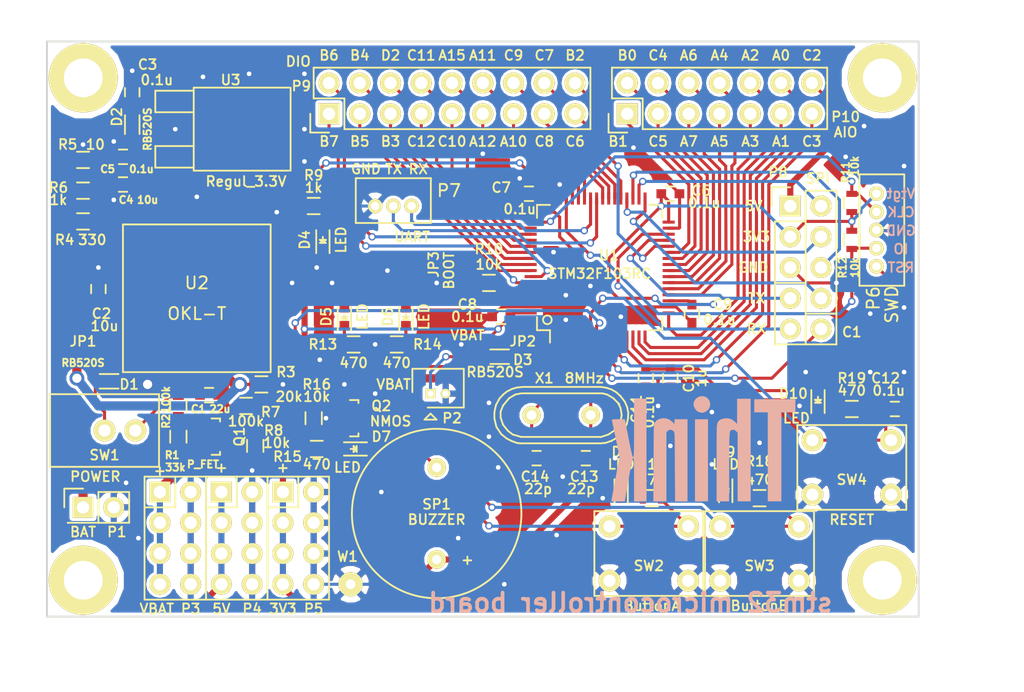
<source format=kicad_pcb>
(kicad_pcb (version 4) (host pcbnew 4.0.2-4+6225~38~ubuntu14.04.1-stable)
  (title_block (title stm32_board_pcb) (rev 1.0.0) (company hoge))
  (layers (0 F.Cu signal) (31 B.Cu signal) (34 B.Paste user) (35 F.Paste user) (36 B.SilkS user) (37 F.SilkS user) (38 B.Mask user) (39 F.Mask user) (44 Edge.Cuts user))
  (net 0 "")
  (net 1 VIN)
  (net 2 GND)
  (net 3 +5V)
  (net 4 VDD)
  (net 5 NRST)
  (net 6 "Net-(C13-Pad2)")
  (net 7 "Net-(C14-Pad2)")
  (net 8 +BATT)
  (net 9 "Net-(D3-Pad2)")
  (net 10 LED_A)
  (net 11 LED_B)
  (net 12 "Net-(D5-Pad1)")
  (net 13 "Net-(D6-Pad1)")
  (net 14 "Net-(D7-Pad1)")
  (net 15 "Net-(D8-Pad1)")
  (net 16 "Net-(D9-Pad1)")
  (net 17 "Net-(P1-Pad1)")
  (net 18 SWCLK)
  (net 19 SWDIO)
  (net 20 UART_TX)
  (net 21 UART_RX)
  (net 22 SPI2_SCK)
  (net 23 SPI2_MOSI)
  (net 24 SPI2_MISO)
  (net 25 UART3_TX)
  (net 26 SPI2_NSS)
  (net 27 UART3_RX)
  (net 28 /PC1)
  (net 29 /PB7)
  (net 30 /PB6)
  (net 31 /PB5)
  (net 32 /PB4)
  (net 33 /PB3)
  (net 34 /PD2)
  (net 35 /PC12)
  (net 36 /PC11)
  (net 37 /PC10)
  (net 38 /PA15)
  (net 39 /PA12)
  (net 40 /PA11)
  (net 41 /PA10)
  (net 42 /PC9)
  (net 43 /PC8)
  (net 44 /PC7)
  (net 45 /PC6)
  (net 46 BOOT1)
  (net 47 /PB1)
  (net 48 /PC5)
  (net 49 /PC4)
  (net 50 /PA7)
  (net 51 /PA6)
  (net 52 /PA5)
  (net 53 /PA4)
  (net 54 /PA3)
  (net 55 /PA2)
  (net 56 /PA1)
  (net 57 /PA0)
  (net 58 /PC3)
  (net 59 /PC2)
  (net 60 "Net-(Q1-Pad1)")
  (net 61 BUZZER)
  (net 62 "Net-(R4-Pad1)")
  (net 63 "Net-(R4-Pad2)")
  (net 64 "Net-(R5-Pad2)")
  (net 65 BAT_CHK)
  (net 66 BOOT0)
  (net 67 BUTTON_A)
  (net 68 BUTTON_B)
  (net 69 "Net-(U2-Pad11)")
  (net 70 /PB0)
  (net 71 "Net-(D1-Pad2)")
  (net 72 "Net-(D4-Pad2)")
  (net 73 "Net-(D7-Pad2)")
  (net 74 "Net-(D10-Pad1)")
  (net 75 "Net-(R2-Pad1)")
  (net 76 "Net-(U2-Pad9)")
  (net 77 "Net-(U2-Pad10)")
  (net 78 "Net-(U2-Pad8)")
  (net 79 "Net-(U2-Pad12)")
  (module mylib:ZH-5P (layer F.Cu) (at 116.332 59.944 270)
    (fp_text reference P6 (at 8.636 0.254 270) (layer F.SilkS) (effects (font (size 1.016 1.016) (thickness 0.1524))))
    (fp_text value SWD (at 9.144 -1.27 270) (layer F.SilkS) (effects (font (size 1.016 1.016) (thickness 0.1524))))
    (pad 1 thru_hole circle (at 0 0 270) (size 1.2 1.2) (drill 0.7) (layers *.Cu *.Mask F.SilkS) (net 4 VDD))
    (pad 2 thru_hole circle (at 1.5 0 270) (size 1.2 1.2) (drill 0.7) (layers *.Cu *.Mask F.SilkS) (net 18 SWCLK))
    (pad 3 thru_hole circle (at 3 0 270) (size 1.2 1.2) (drill 0.7) (layers *.Cu *.Mask F.SilkS) (net 2 GND))
    (pad 4 thru_hole circle (at 4.5 0 270) (size 1.2 1.2) (drill 0.7) (layers *.Cu *.Mask F.SilkS) (net 19 SWDIO))
    (pad 5 thru_hole circle (at 6 0 270) (size 1.2 1.2) (drill 0.7) (layers *.Cu *.Mask F.SilkS) (net 5 NRST))
  )
  (module Capacitors_SMD:C_0603 (layer F.Cu) (at 61.214 76.581 180)
    (fp_text reference C1 (at 0.889 -1.143 180) (layer F.SilkS) (effects (font (size 0.6096 0.6096) (thickness 0.1524))))
    (fp_text value 22u (at -0.889 -1.143 180) (layer F.SilkS) (effects (font (size 0.6096 0.6096) (thickness 0.1524))))
    (pad 1 smd rect (at -0.75 0 180) (size 0.8 0.75) (layers F.Cu F.Paste F.Mask) (net 1 VIN))
    (pad 2 smd rect (at 0.75 0 180) (size 0.8 0.75) (layers F.Cu F.Paste F.Mask) (net 2 GND))
  )
  (module Capacitors_SMD:C_0603 (layer F.Cu) (at 54.864 51.562 90)
    (fp_text reference C3 (at 2.286 1.27 180) (layer F.SilkS) (effects (font (size 0.8128 0.8128) (thickness 0.1524))))
    (fp_text value 0.1u (at 1.016 2.032 180) (layer F.SilkS) (effects (font (size 0.8128 0.8128) (thickness 0.1524))))
    (pad 1 smd rect (at -0.75 0 90) (size 0.8 0.75) (layers F.Cu F.Paste F.Mask) (net 3 +5V))
    (pad 2 smd rect (at 0.75 0 90) (size 0.8 0.75) (layers F.Cu F.Paste F.Mask) (net 2 GND))
  )
  (module Capacitors_SMD:C_0603 (layer F.Cu) (at 54.102 56.896 180)
    (fp_text reference C5 (at 1.27 -1.016 180) (layer F.SilkS) (effects (font (size 0.6096 0.6096) (thickness 0.1524))))
    (fp_text value 0.1u (at -1.524 -1.016 180) (layer F.SilkS) (effects (font (size 0.6096 0.6096) (thickness 0.1524))))
    (pad 1 smd rect (at -0.75 0 180) (size 0.8 0.75) (layers F.Cu F.Paste F.Mask) (net 4 VDD))
    (pad 2 smd rect (at 0.75 0 180) (size 0.8 0.75) (layers F.Cu F.Paste F.Mask) (net 2 GND))
  )
  (module Capacitors_SMD:C_0603 (layer F.Cu) (at 99.314 59.944)
    (fp_text reference C6 (at 2.54 -0.254) (layer F.SilkS) (effects (font (size 0.8128 0.8128) (thickness 0.1524))))
    (fp_text value 0.1u (at 2.794 0.762) (layer F.SilkS) (effects (font (size 0.8128 0.8128) (thickness 0.1524))))
    (pad 1 smd rect (at -0.75 0) (size 0.8 0.75) (layers F.Cu F.Paste F.Mask) (net 4 VDD))
    (pad 2 smd rect (at 0.75 0) (size 0.8 0.75) (layers F.Cu F.Paste F.Mask) (net 2 GND))
  )
  (module Capacitors_SMD:C_0603 (layer F.Cu) (at 87.63 59.944 180)
    (fp_text reference C7 (at 2.286 0.508 180) (layer F.SilkS) (effects (font (size 0.8128 0.8128) (thickness 0.1524))))
    (fp_text value 0.1u (at 0.762 -1.27 180) (layer F.SilkS) (effects (font (size 0.8128 0.8128) (thickness 0.1524))))
    (pad 1 smd rect (at -0.75 0 180) (size 0.8 0.75) (layers F.Cu F.Paste F.Mask) (net 4 VDD))
    (pad 2 smd rect (at 0.75 0 180) (size 0.8 0.75) (layers F.Cu F.Paste F.Mask) (net 2 GND))
  )
  (module Capacitors_SMD:C_0603 (layer F.Cu) (at 85.344 70.104 180)
    (fp_text reference C8 (at 2.794 1.016 180) (layer F.SilkS) (effects (font (size 0.8128 0.8128) (thickness 0.1524))))
    (fp_text value 0.1u (at 2.794 0 180) (layer F.SilkS) (effects (font (size 0.8128 0.8128) (thickness 0.1524))))
    (pad 1 smd rect (at -0.75 0 180) (size 0.8 0.75) (layers F.Cu F.Paste F.Mask) (net 4 VDD))
    (pad 2 smd rect (at 0.75 0 180) (size 0.8 0.75) (layers F.Cu F.Paste F.Mask) (net 2 GND))
  )
  (module Capacitors_SMD:C_0603 (layer F.Cu) (at 101.092 69.85 270)
    (fp_text reference C9 (at -0.762 -2.54 360) (layer F.SilkS) (effects (font (size 0.8128 0.8128) (thickness 0.1524))))
    (fp_text value 0.1u (at 0.508 -2.286 360) (layer F.SilkS) (effects (font (size 0.8128 0.8128) (thickness 0.1524))))
    (pad 1 smd rect (at -0.75 0 270) (size 0.8 0.75) (layers F.Cu F.Paste F.Mask) (net 4 VDD))
    (pad 2 smd rect (at 0.75 0 270) (size 0.8 0.75) (layers F.Cu F.Paste F.Mask) (net 2 GND))
  )
  (module Capacitors_SMD:C_0603 (layer F.Cu) (at 99.314 75.184 270)
    (fp_text reference C10 (at 0 -1.524 270) (layer F.SilkS) (effects (font (size 0.8128 0.8128) (thickness 0.1524))))
    (fp_text value 1u (at 0 -2.54 270) (layer F.SilkS) (effects (font (size 0.8128 0.8128) (thickness 0.1524))))
    (pad 1 smd rect (at -0.75 0 270) (size 0.8 0.75) (layers F.Cu F.Paste F.Mask) (net 4 VDD))
    (pad 2 smd rect (at 0.75 0 270) (size 0.8 0.75) (layers F.Cu F.Paste F.Mask) (net 2 GND))
  )
  (module Capacitors_SMD:C_0603 (layer F.Cu) (at 97.282 75.184 270)
    (fp_text reference C11 (at 2.54 0.762 270) (layer F.SilkS) (effects (font (size 0.8128 0.8128) (thickness 0.1524))))
    (fp_text value 0.1u (at 2.794 -0.254 270) (layer F.SilkS) (effects (font (size 0.8128 0.8128) (thickness 0.1524))))
    (pad 1 smd rect (at -0.75 0 270) (size 0.8 0.75) (layers F.Cu F.Paste F.Mask) (net 4 VDD))
    (pad 2 smd rect (at 0.75 0 270) (size 0.8 0.75) (layers F.Cu F.Paste F.Mask) (net 2 GND))
  )
  (module Capacitors_SMD:C_0603 (layer F.Cu) (at 117.856 77.724)
    (fp_text reference C12 (at -0.762 -2.54) (layer F.SilkS) (effects (font (size 0.8128 0.8128) (thickness 0.1524))))
    (fp_text value 0.1u (at -0.508 -1.524) (layer F.SilkS) (effects (font (size 0.8128 0.8128) (thickness 0.1524))))
    (pad 1 smd rect (at -0.75 0) (size 0.8 0.75) (layers F.Cu F.Paste F.Mask) (net 5 NRST))
    (pad 2 smd rect (at 0.75 0) (size 0.8 0.75) (layers F.Cu F.Paste F.Mask) (net 2 GND))
  )
  (module Capacitors_SMD:C_0603 (layer F.Cu) (at 92.329 81.788)
    (fp_text reference C13 (at -0.127 1.524) (layer F.SilkS) (effects (font (size 0.8128 0.8128) (thickness 0.1524))))
    (fp_text value 22p (at -0.381 2.54) (layer F.SilkS) (effects (font (size 0.8128 0.8128) (thickness 0.1524))))
    (pad 1 smd rect (at -0.75 0) (size 0.8 0.75) (layers F.Cu F.Paste F.Mask) (net 2 GND))
    (pad 2 smd rect (at 0.75 0) (size 0.8 0.75) (layers F.Cu F.Paste F.Mask) (net 6 "Net-(C13-Pad2)"))
  )
  (module Capacitors_SMD:C_0603 (layer F.Cu) (at 88.265 81.788 180)
    (fp_text reference C14 (at 0.127 -1.524 180) (layer F.SilkS) (effects (font (size 0.8128 0.8128) (thickness 0.1524))))
    (fp_text value 22p (at -0.127 -2.54 180) (layer F.SilkS) (effects (font (size 0.8128 0.8128) (thickness 0.1524))))
    (pad 1 smd rect (at -0.75 0 180) (size 0.8 0.75) (layers F.Cu F.Paste F.Mask) (net 2 GND))
    (pad 2 smd rect (at 0.75 0 180) (size 0.8 0.75) (layers F.Cu F.Paste F.Mask) (net 7 "Net-(C14-Pad2)"))
  )
  (module Diodes_SMD:SOD-523 (layer F.Cu) (at 52.578 75.438)
    (fp_text reference D1 (at 2.032 0.254) (layer F.SilkS) (effects (font (size 0.8128 0.8128) (thickness 0.1524))))
    (fp_text value RB520S (at -1.778 -1.524) (layer F.SilkS) (effects (font (size 0.6096 0.6096) (thickness 0.1524))))
    (pad 2 smd rect (at -0.7 0) (size 0.6 0.7) (layers F.Cu F.Paste F.Mask) (net 71 "Net-(D1-Pad2)"))
    (pad 1 smd rect (at 0.7 0) (size 0.6 0.7) (layers F.Cu F.Paste F.Mask) (net 2 GND))
  )
  (module Diodes_SMD:SOD-523 (layer F.Cu) (at 54.864 54.61 90)
    (fp_text reference D2 (at 1.016 -1.27 90) (layer F.SilkS) (effects (font (size 0.8128 0.8128) (thickness 0.1524))))
    (fp_text value RB520S (at 0 1.27 90) (layer F.SilkS) (effects (font (size 0.6096 0.6096) (thickness 0.1524))))
    (pad 2 smd rect (at -0.7 0 90) (size 0.6 0.7) (layers F.Cu F.Paste F.Mask) (net 4 VDD))
    (pad 1 smd rect (at 0.7 0 90) (size 0.6 0.7) (layers F.Cu F.Paste F.Mask) (net 3 +5V))
  )
  (module LEDs:LED_0603 (layer F.Cu) (at 70.612 63.754 90)
    (fp_text reference D4 (at 0 -1.5 90) (layer F.SilkS) (effects (font (size 0.8128 0.8128) (thickness 0.1524))))
    (fp_text value LED (at 0 1.5 90) (layer F.SilkS) (effects (font (size 0.8128 0.8128) (thickness 0.1524))))
    (pad 2 smd rect (at 0.7493 0 270) (size 0.79756 0.79756) (layers F.Cu F.Paste F.Mask) (net 72 "Net-(D4-Pad2)"))
    (pad 1 smd rect (at -0.7493 0 270) (size 0.79756 0.79756) (layers F.Cu F.Paste F.Mask) (net 2 GND))
  )
  (module LEDs:LED_0603 (layer F.Cu) (at 72.39 70.104 90)
    (fp_text reference D5 (at 0 -1.5 90) (layer F.SilkS) (effects (font (size 0.8128 0.8128) (thickness 0.1524))))
    (fp_text value LED (at 0 1.5 90) (layer F.SilkS) (effects (font (size 0.8128 0.8128) (thickness 0.1524))))
    (pad 2 smd rect (at 0.7493 0 270) (size 0.79756 0.79756) (layers F.Cu F.Paste F.Mask) (net 10 LED_A))
    (pad 1 smd rect (at -0.7493 0 270) (size 0.79756 0.79756) (layers F.Cu F.Paste F.Mask) (net 12 "Net-(D5-Pad1)"))
  )
  (module LEDs:LED_0603 (layer F.Cu) (at 77.47 70.104 90)
    (fp_text reference D6 (at 0 -1.5 90) (layer F.SilkS) (effects (font (size 0.8128 0.8128) (thickness 0.1524))))
    (fp_text value LED (at 0 1.5 90) (layer F.SilkS) (effects (font (size 0.8128 0.8128) (thickness 0.1524))))
    (pad 2 smd rect (at 0.7493 0 270) (size 0.79756 0.79756) (layers F.Cu F.Paste F.Mask) (net 11 LED_B))
    (pad 1 smd rect (at -0.7493 0 270) (size 0.79756 0.79756) (layers F.Cu F.Paste F.Mask) (net 13 "Net-(D6-Pad1)"))
  )
  (module LEDs:LED_0603 (layer F.Cu) (at 73.152 81.026 180)
    (fp_text reference D7 (at -2.286 1.016 180) (layer F.SilkS) (effects (font (size 0.8128 0.8128) (thickness 0.1524))))
    (fp_text value LED (at 0.508 -1.524 180) (layer F.SilkS) (effects (font (size 0.8128 0.8128) (thickness 0.1524))))
    (pad 2 smd rect (at 0.7493 0) (size 0.79756 0.79756) (layers F.Cu F.Paste F.Mask) (net 73 "Net-(D7-Pad2)"))
    (pad 1 smd rect (at -0.7493 0) (size 0.79756 0.79756) (layers F.Cu F.Paste F.Mask) (net 14 "Net-(D7-Pad1)"))
  )
  (module LEDs:LED_0603 (layer F.Cu) (at 95.25 84.328 90)
    (fp_text reference D8 (at 3.048 0 180) (layer F.SilkS) (effects (font (size 0.8128 0.8128) (thickness 0.1524))))
    (fp_text value LED (at 2.032 0 180) (layer F.SilkS) (effects (font (size 0.8128 0.8128) (thickness 0.1524))))
    (pad 2 smd rect (at 0.7493 0 270) (size 0.79756 0.79756) (layers F.Cu F.Paste F.Mask) (net 4 VDD))
    (pad 1 smd rect (at -0.7493 0 270) (size 0.79756 0.79756) (layers F.Cu F.Paste F.Mask) (net 15 "Net-(D8-Pad1)"))
  )
  (module LEDs:LED_0603 (layer F.Cu) (at 103.886 84.328 90)
    (fp_text reference D9 (at 3.048 0 180) (layer F.SilkS) (effects (font (size 0.8128 0.8128) (thickness 0.1524))))
    (fp_text value LED (at 2.032 0 180) (layer F.SilkS) (effects (font (size 0.8128 0.8128) (thickness 0.1524))))
    (pad 2 smd rect (at 0.7493 0 270) (size 0.79756 0.79756) (layers F.Cu F.Paste F.Mask) (net 4 VDD))
    (pad 1 smd rect (at -0.7493 0 270) (size 0.79756 0.79756) (layers F.Cu F.Paste F.Mask) (net 16 "Net-(D9-Pad1)"))
  )
  (module TO_SOT_Packages_SMD:SOT-23 (layer F.Cu) (at 61.468 80.01 270)
    (fp_text reference Q1 (at 0 -2.25 270) (layer F.SilkS) (effects (font (size 0.8128 0.8128) (thickness 0.1524))))
    (fp_text value P_FET (at 2.286 0.762 360) (layer F.SilkS) (effects (font (size 0.6096 0.6096) (thickness 0.1524))))
    (pad 1 smd rect (at -0.95 1.00076 270) (size 0.8001 0.8001) (layers F.Cu F.Paste F.Mask) (net 60 "Net-(Q1-Pad1)"))
    (pad 2 smd rect (at 0.95 1.00076 270) (size 0.8001 0.8001) (layers F.Cu F.Paste F.Mask) (net 17 "Net-(P1-Pad1)"))
    (pad 3 smd rect (at 0 -0.99822 270) (size 0.8001 0.8001) (layers F.Cu F.Paste F.Mask) (net 1 VIN))
  )
  (module TO_SOT_Packages_SMD:SOT-23 (layer F.Cu) (at 72.898 78.486 270)
    (fp_text reference Q2 (at -1.016 -2.54 360) (layer F.SilkS) (effects (font (size 0.8128 0.8128) (thickness 0.1524))))
    (fp_text value NMOS (at 0.254 -3.302 360) (layer F.SilkS) (effects (font (size 0.8128 0.8128) (thickness 0.1524))))
    (pad 1 smd rect (at -0.95 1.00076 270) (size 0.8001 0.8001) (layers F.Cu F.Paste F.Mask) (net 61 BUZZER))
    (pad 2 smd rect (at 0.95 1.00076 270) (size 0.8001 0.8001) (layers F.Cu F.Paste F.Mask) (net 2 GND))
    (pad 3 smd rect (at 0 -0.99822 270) (size 0.8001 0.8001) (layers F.Cu F.Paste F.Mask) (net 14 "Net-(D7-Pad1)"))
  )
  (module Resistors_SMD:R_0603 (layer F.Cu) (at 58.674 80.01 270)
    (fp_text reference R1 (at 1.524 0.508 360) (layer F.SilkS) (effects (font (size 0.6096 0.6096) (thickness 0.1524))))
    (fp_text value 33k (at 2.54 0.254 360) (layer F.SilkS) (effects (font (size 0.6096 0.6096) (thickness 0.1524))))
    (pad 1 smd rect (at -0.75 0 270) (size 0.5 0.9) (layers F.Cu F.Paste F.Mask) (net 60 "Net-(Q1-Pad1)"))
    (pad 2 smd rect (at 0.75 0 270) (size 0.5 0.9) (layers F.Cu F.Paste F.Mask) (net 17 "Net-(P1-Pad1)"))
  )
  (module Resistors_SMD:R_0603 (layer F.Cu) (at 58.674 77.47 270)
    (fp_text reference R2 (at 1.27 1.016 270) (layer F.SilkS) (effects (font (size 0.6096 0.6096) (thickness 0.1524))))
    (fp_text value 100k (at -0.508 1.016 270) (layer F.SilkS) (effects (font (size 0.6096 0.6096) (thickness 0.1524))))
    (pad 1 smd rect (at -0.75 0 270) (size 0.5 0.9) (layers F.Cu F.Paste F.Mask) (net 75 "Net-(R2-Pad1)"))
    (pad 2 smd rect (at 0.75 0 270) (size 0.5 0.9) (layers F.Cu F.Paste F.Mask) (net 60 "Net-(Q1-Pad1)"))
  )
  (module Resistors_SMD:R_0603 (layer F.Cu) (at 65.532 75.692)
    (fp_text reference R3 (at 2.032 -1.016) (layer F.SilkS) (effects (font (size 0.8128 0.8128) (thickness 0.1524))))
    (fp_text value 20k (at 2.286 1.016) (layer F.SilkS) (effects (font (size 0.8128 0.8128) (thickness 0.1524))))
    (pad 1 smd rect (at -0.75 0) (size 0.5 0.9) (layers F.Cu F.Paste F.Mask) (net 1 VIN))
    (pad 2 smd rect (at 0.75 0) (size 0.5 0.9) (layers F.Cu F.Paste F.Mask) (net 2 GND))
  )
  (module Resistors_SMD:R_0603 (layer F.Cu) (at 50.8 62.23 180)
    (fp_text reference R4 (at 1.524 -1.524 180) (layer F.SilkS) (effects (font (size 0.8128 0.8128) (thickness 0.1524))))
    (fp_text value 1k (at 2.032 1.778 180) (layer F.SilkS) (effects (font (size 0.8128 0.8128) (thickness 0.1524))))
    (pad 1 smd rect (at -0.75 0 180) (size 0.5 0.9) (layers F.Cu F.Paste F.Mask) (net 62 "Net-(R4-Pad1)"))
    (pad 2 smd rect (at 0.75 0 180) (size 0.5 0.9) (layers F.Cu F.Paste F.Mask) (net 63 "Net-(R4-Pad2)"))
  )
  (module Resistors_SMD:R_0603 (layer F.Cu) (at 50.8 59.69)
    (fp_text reference R5 (at -1.27 -3.81) (layer F.SilkS) (effects (font (size 0.8128 0.8128) (thickness 0.1524))))
    (fp_text value 330 (at 0.762 4.064) (layer F.SilkS) (effects (font (size 0.8128 0.8128) (thickness 0.1524))))
    (pad 1 smd rect (at -0.75 0) (size 0.5 0.9) (layers F.Cu F.Paste F.Mask) (net 63 "Net-(R4-Pad2)"))
    (pad 2 smd rect (at 0.75 0) (size 0.5 0.9) (layers F.Cu F.Paste F.Mask) (net 64 "Net-(R5-Pad2)"))
  )
  (module Resistors_SMD:R_0603 (layer F.Cu) (at 50.8 57.15 180)
    (fp_text reference R6 (at 2.032 -2.286 180) (layer F.SilkS) (effects (font (size 0.8128 0.8128) (thickness 0.1524))))
    (fp_text value 10 (at -1.016 1.27 180) (layer F.SilkS) (effects (font (size 0.8128 0.8128) (thickness 0.1524))))
    (pad 1 smd rect (at -0.75 0 180) (size 0.5 0.9) (layers F.Cu F.Paste F.Mask) (net 64 "Net-(R5-Pad2)"))
    (pad 2 smd rect (at 0.75 0 180) (size 0.5 0.9) (layers F.Cu F.Paste F.Mask) (net 2 GND))
  )
  (module Resistors_SMD:R_0603 (layer F.Cu) (at 64.262 77.47)
    (fp_text reference R7 (at 2.032 0.508) (layer F.SilkS) (effects (font (size 0.8128 0.8128) (thickness 0.1524))))
    (fp_text value 100k (at 0 1.27) (layer F.SilkS) (effects (font (size 0.8128 0.8128) (thickness 0.1524))))
    (pad 1 smd rect (at -0.75 0) (size 0.5 0.9) (layers F.Cu F.Paste F.Mask) (net 1 VIN))
    (pad 2 smd rect (at 0.75 0) (size 0.5 0.9) (layers F.Cu F.Paste F.Mask) (net 65 BAT_CHK))
  )
  (module Resistors_SMD:R_0603 (layer F.Cu) (at 65.024 80.772 270)
    (fp_text reference R8 (at -1.27 -1.524 360) (layer F.SilkS) (effects (font (size 0.8128 0.8128) (thickness 0.1524))))
    (fp_text value 10k (at -0.254 -1.778 360) (layer F.SilkS) (effects (font (size 0.8128 0.8128) (thickness 0.1524))))
    (pad 1 smd rect (at -0.75 0 270) (size 0.5 0.9) (layers F.Cu F.Paste F.Mask) (net 65 BAT_CHK))
    (pad 2 smd rect (at 0.75 0 270) (size 0.5 0.9) (layers F.Cu F.Paste F.Mask) (net 2 GND))
  )
  (module Resistors_SMD:R_0603 (layer F.Cu) (at 69.85 60.96)
    (fp_text reference R9 (at 0 -2.54) (layer F.SilkS) (effects (font (size 0.8128 0.8128) (thickness 0.1524))))
    (fp_text value 1k (at 0 -1.524) (layer F.SilkS) (effects (font (size 0.8128 0.8128) (thickness 0.1524))))
    (pad 1 smd rect (at -0.75 0) (size 0.5 0.9) (layers F.Cu F.Paste F.Mask) (net 4 VDD))
    (pad 2 smd rect (at 0.75 0) (size 0.5 0.9) (layers F.Cu F.Paste F.Mask) (net 72 "Net-(D4-Pad2)"))
  )
  (module Resistors_SMD:R_0603 (layer F.Cu) (at 84.328 67.31)
    (fp_text reference R10 (at 0 -2.794) (layer F.SilkS) (effects (font (size 0.8128 0.8128) (thickness 0.1524))))
    (fp_text value 10k (at 0 -1.524) (layer F.SilkS) (effects (font (size 0.8128 0.8128) (thickness 0.1524))))
    (pad 1 smd rect (at -0.75 0) (size 0.5 0.9) (layers F.Cu F.Paste F.Mask) (net 2 GND))
    (pad 2 smd rect (at 0.75 0) (size 0.5 0.9) (layers F.Cu F.Paste F.Mask) (net 66 BOOT0))
  )
  (module Resistors_SMD:R_0603 (layer F.Cu) (at 114.3 60.706 90)
    (fp_text reference R11 (at 2.54 -0.508 90) (layer F.SilkS) (effects (font (size 0.6096 0.6096) (thickness 0.1524))))
    (fp_text value 10k (at 3.048 0.254 90) (layer F.SilkS) (effects (font (size 0.6096 0.6096) (thickness 0.1524))))
    (pad 1 smd rect (at -0.75 0 90) (size 0.5 0.9) (layers F.Cu F.Paste F.Mask) (net 4 VDD))
    (pad 2 smd rect (at 0.75 0 90) (size 0.5 0.9) (layers F.Cu F.Paste F.Mask) (net 18 SWCLK))
  )
  (module Resistors_SMD:R_0603 (layer F.Cu) (at 114.3 63.754 270)
    (fp_text reference R12 (at 2.286 0.762 270) (layer F.SilkS) (effects (font (size 0.6096 0.6096) (thickness 0.1524))))
    (fp_text value 10k (at 2.286 -0.254 270) (layer F.SilkS) (effects (font (size 0.6096 0.6096) (thickness 0.1524))))
    (pad 1 smd rect (at -0.75 0 270) (size 0.5 0.9) (layers F.Cu F.Paste F.Mask) (net 4 VDD))
    (pad 2 smd rect (at 0.75 0 270) (size 0.5 0.9) (layers F.Cu F.Paste F.Mask) (net 19 SWDIO))
  )
  (module Resistors_SMD:R_0603 (layer F.Cu) (at 73.152 72.39)
    (fp_text reference R13 (at -2.54 0) (layer F.SilkS) (effects (font (size 0.8128 0.8128) (thickness 0.1524))))
    (fp_text value 470 (at 0 1.524) (layer F.SilkS) (effects (font (size 0.8128 0.8128) (thickness 0.1524))))
    (pad 1 smd rect (at -0.75 0) (size 0.5 0.9) (layers F.Cu F.Paste F.Mask) (net 12 "Net-(D5-Pad1)"))
    (pad 2 smd rect (at 0.75 0) (size 0.5 0.9) (layers F.Cu F.Paste F.Mask) (net 2 GND))
  )
  (module Resistors_SMD:R_0603 (layer F.Cu) (at 76.708 72.39 180)
    (fp_text reference R14 (at -2.54 0 180) (layer F.SilkS) (effects (font (size 0.8128 0.8128) (thickness 0.1524))))
    (fp_text value 470 (at 0 -1.524 180) (layer F.SilkS) (effects (font (size 0.8128 0.8128) (thickness 0.1524))))
    (pad 1 smd rect (at -0.75 0 180) (size 0.5 0.9) (layers F.Cu F.Paste F.Mask) (net 13 "Net-(D6-Pad1)"))
    (pad 2 smd rect (at 0.75 0 180) (size 0.5 0.9) (layers F.Cu F.Paste F.Mask) (net 2 GND))
  )
  (module Resistors_SMD:R_0603 (layer F.Cu) (at 70.104 81.026)
    (fp_text reference R15 (at -2.413 0.635) (layer F.SilkS) (effects (font (size 0.8128 0.8128) (thickness 0.1524))))
    (fp_text value 470 (at 0 1.27) (layer F.SilkS) (effects (font (size 0.8128 0.8128) (thickness 0.1524))))
    (pad 1 smd rect (at -0.75 0) (size 0.5 0.9) (layers F.Cu F.Paste F.Mask) (net 4 VDD))
    (pad 2 smd rect (at 0.75 0) (size 0.5 0.9) (layers F.Cu F.Paste F.Mask) (net 73 "Net-(D7-Pad2)"))
  )
  (module Resistors_SMD:R_0603 (layer F.Cu) (at 69.85 78.486 270)
    (fp_text reference R16 (at -2.794 -0.254 360) (layer F.SilkS) (effects (font (size 0.8128 0.8128) (thickness 0.1524))))
    (fp_text value 10k (at -1.778 -0.254 360) (layer F.SilkS) (effects (font (size 0.8128 0.8128) (thickness 0.1524))))
    (pad 1 smd rect (at -0.75 0 270) (size 0.5 0.9) (layers F.Cu F.Paste F.Mask) (net 61 BUZZER))
    (pad 2 smd rect (at 0.75 0 270) (size 0.5 0.9) (layers F.Cu F.Paste F.Mask) (net 2 GND))
  )
  (module Resistors_SMD:R_0603 (layer F.Cu) (at 97.79 85.09)
    (fp_text reference R17 (at 0 -2.794) (layer F.SilkS) (effects (font (size 0.8128 0.8128) (thickness 0.1524))))
    (fp_text value 470 (at 0 -1.524) (layer F.SilkS) (effects (font (size 0.8128 0.8128) (thickness 0.1524))))
    (pad 1 smd rect (at -0.75 0) (size 0.5 0.9) (layers F.Cu F.Paste F.Mask) (net 15 "Net-(D8-Pad1)"))
    (pad 2 smd rect (at 0.75 0) (size 0.5 0.9) (layers F.Cu F.Paste F.Mask) (net 67 BUTTON_A))
  )
  (module Resistors_SMD:R_0603 (layer F.Cu) (at 106.68 85.09)
    (fp_text reference R18 (at 0 -3.048) (layer F.SilkS) (effects (font (size 0.8128 0.8128) (thickness 0.1524))))
    (fp_text value 470 (at 0 -1.524) (layer F.SilkS) (effects (font (size 0.8128 0.8128) (thickness 0.1524))))
    (pad 1 smd rect (at -0.75 0) (size 0.5 0.9) (layers F.Cu F.Paste F.Mask) (net 16 "Net-(D9-Pad1)"))
    (pad 2 smd rect (at 0.75 0) (size 0.5 0.9) (layers F.Cu F.Paste F.Mask) (net 68 BUTTON_B))
  )
  (module Resistors_SMD:R_0603 (layer F.Cu) (at 114.3 77.724)
    (fp_text reference R19 (at 0 -2.54) (layer F.SilkS) (effects (font (size 0.8128 0.8128) (thickness 0.1524))))
    (fp_text value 470 (at 0 -1.524) (layer F.SilkS) (effects (font (size 0.8128 0.8128) (thickness 0.1524))))
    (pad 1 smd rect (at -0.75 0) (size 0.5 0.9) (layers F.Cu F.Paste F.Mask) (net 74 "Net-(D10-Pad1)"))
    (pad 2 smd rect (at 0.75 0) (size 0.5 0.9) (layers F.Cu F.Paste F.Mask) (net 5 NRST))
  )
  (module Crystals:Crystal_HC49-U_Vertical (layer F.Cu) (at 90.297 78.232)
    (fp_text reference X1 (at -1.397 -3.048) (layer F.SilkS) (effects (font (size 0.8128 0.8128) (thickness 0.1524))))
    (fp_text value 8MHz (at 1.905 -3.048) (layer F.SilkS) (effects (font (size 0.8128 0.8128) (thickness 0.1524))))
    (pad 1 thru_hole circle (at -2.44094 0) (size 1.50114 1.50114) (drill 0.8001) (layers *.Cu *.Mask F.SilkS) (net 7 "Net-(C14-Pad2)"))
    (pad 2 thru_hole circle (at 2.44094 0) (size 1.50114 1.50114) (drill 0.8001) (layers *.Cu *.Mask F.SilkS) (net 6 "Net-(C13-Pad2)"))
  )
  (module TO_SOT_Packages_SMD:TO-252-2Lead (layer F.Cu) (at 58.42 54.61 270)
    (fp_text reference U3 (at -4.064 -4.572 360) (layer F.SilkS) (effects (font (size 0.8128 0.8128) (thickness 0.1524))))
    (fp_text value Regul_3.3V (at 4.318 -5.842 360) (layer F.SilkS) (effects (font (size 0.8128 0.8128) (thickness 0.1524))))
    (pad 1 smd rect (at -2.286 0 270) (size 1.651 3.048) (layers F.Cu F.Paste F.Mask) (net 3 +5V))
    (pad 2 smd rect (at 0 -6.35 270) (size 6.096 6.096) (layers F.Cu F.Paste F.Mask) (net 2 GND))
    (pad 3 smd rect (at 2.286 0 270) (size 1.651 3.048) (layers F.Cu F.Paste F.Mask) (net 4 VDD))
  )
  (module Connectors_Molex:Molex_PicoBlade_53047-0210 (layer F.Cu) (at 79.502 76.454)
    (fp_text reference P2 (at 1.778 2.032) (layer F.SilkS) (effects (font (size 0.8128 0.8128) (thickness 0.1524))))
    (fp_text value VBAT (at -3.048 -0.762) (layer F.SilkS) (effects (font (size 0.8128 0.8128) (thickness 0.1524))))
    (pad 1 thru_hole rect (at 0 0) (size 0.8 0.8) (drill 0.5) (layers *.Cu *.Mask F.SilkS) (net 9 "Net-(D3-Pad2)"))
    (pad 2 thru_hole oval (at 1.25 0) (size 0.8 0.8) (drill 0.5) (layers *.Cu *.Mask F.SilkS) (net 2 GND))
  )
  (module Capacitors_SMD:C_0603 (layer F.Cu) (at 52.07 67.818 90)
    (fp_text reference C2 (at -2.032 0.254 180) (layer F.SilkS) (effects (font (size 0.8128 0.8128) (thickness 0.1524))))
    (fp_text value 10u (at -3.048 0.508 180) (layer F.SilkS) (effects (font (size 0.8128 0.8128) (thickness 0.1524))))
    (pad 1 smd rect (at -0.75 0 90) (size 0.8 0.75) (layers F.Cu F.Paste F.Mask) (net 3 +5V))
    (pad 2 smd rect (at 0.75 0 90) (size 0.8 0.75) (layers F.Cu F.Paste F.Mask) (net 2 GND))
  )
  (module Capacitors_SMD:C_0603 (layer F.Cu) (at 54.102 59.182 180)
    (fp_text reference C4 (at -0.254 -1.27 180) (layer F.SilkS) (effects (font (size 0.6096 0.6096) (thickness 0.1524))))
    (fp_text value 10u (at -2.032 -1.27 180) (layer F.SilkS) (effects (font (size 0.6096 0.6096) (thickness 0.1524))))
    (pad 1 smd rect (at -0.75 0 180) (size 0.8 0.75) (layers F.Cu F.Paste F.Mask) (net 4 VDD))
    (pad 2 smd rect (at 0.75 0 180) (size 0.8 0.75) (layers F.Cu F.Paste F.Mask) (net 2 GND))
  )
  (module mylib:Jumper (layer F.Cu) (at 50.292 69.596 90)
    (fp_text reference JP1 (at -2.54 0.508 180) (layer F.SilkS) (effects (font (size 0.8128 0.8128) (thickness 0.1524))))
    (fp_text value Vin_select)
    (pad 1 smd rect (at -1.016 0 90) (size 1.524 1.524) (layers F.Cu F.Paste F.Mask) (net 1 VIN))
    (pad 2 smd rect (at 1.016 0 90) (size 1.524 1.524) (layers F.Cu F.Paste F.Mask) (net 3 +5V))
  )
  (module mylib:SPB04 (layer F.Cu) (at 80.01 86.36 180)
    (fp_text reference SP1 (at 0 0.762 180) (layer F.SilkS) (effects (font (size 0.8128 0.8128) (thickness 0.1524))))
    (fp_text value BUZZER (at 0 -0.5 180) (layer F.SilkS) (effects (font (size 0.8128 0.8128) (thickness 0.1524))))
    (fp_text user + (at -2.54 -3.81 180) (layer F.SilkS) (effects (font (size 0.8128 0.8128) (thickness 0.1524))))
    (pad 1 thru_hole circle (at 0 -3.8 180) (size 1.524 1.524) (drill 0.762) (layers *.Cu *.Mask F.SilkS) (net 4 VDD))
    (pad 2 thru_hole circle (at 0 3.8 180) (size 1.524 1.524) (drill 0.762) (layers *.Cu *.Mask F.SilkS) (net 14 "Net-(D7-Pad1)"))
  )
  (module mylib:MS-611K (layer F.Cu) (at 52.578 79.502)
    (fp_text reference SW1 (at 0 2.032) (layer F.SilkS) (effects (font (size 0.8128 0.8128) (thickness 0.1524))))
    (fp_text value POWER (at -0.762 3.81) (layer F.SilkS) (effects (font (size 0.8128 0.8128) (thickness 0.1524))))
    (pad 1 thru_hole circle (at 0 0) (size 1.8 1.8) (drill 1) (layers *.Cu *.Mask F.SilkS) (net 71 "Net-(D1-Pad2)"))
    (pad 2 thru_hole circle (at 2.54 0) (size 1.8 1.8) (drill 1) (layers *.Cu *.Mask F.SilkS) (net 75 "Net-(R2-Pad1)"))
  )
  (module mylib:tactile_switch (layer F.Cu) (at 97.536 89.662)
    (fp_text reference SW2 (at 0 1.016) (layer F.SilkS) (effects (font (size 0.8128 0.8128) (thickness 0.1524))))
    (fp_text value ButtonA (at 0.254 4.318) (layer F.SilkS) (effects (font (size 0.8128 0.8128) (thickness 0.1524))))
    (pad 3 thru_hole circle (at -3.25 2.25) (size 1.8 1.8) (drill 1) (layers *.Cu *.Mask F.SilkS) (net 2 GND))
    (pad 4 thru_hole circle (at 3.25 2.25) (size 1.8 1.8) (drill 1) (layers *.Cu *.Mask F.SilkS) (net 2 GND))
    (pad 1 thru_hole circle (at -3.25 -2.25) (size 1.8 1.8) (drill 1) (layers *.Cu *.Mask F.SilkS) (net 67 BUTTON_A))
    (pad 2 thru_hole circle (at 3.25 -2.25) (size 1.8 1.8) (drill 1) (layers *.Cu *.Mask F.SilkS) (net 67 BUTTON_A))
  )
  (module mylib:tactile_switch (layer F.Cu) (at 106.68 89.662)
    (fp_text reference SW3 (at 0 1.016) (layer F.SilkS) (effects (font (size 0.8128 0.8128) (thickness 0.1524))))
    (fp_text value ButtonB (at 0 4.318) (layer F.SilkS) (effects (font (size 0.8128 0.8128) (thickness 0.1524))))
    (pad 3 thru_hole circle (at -3.25 2.25) (size 1.8 1.8) (drill 1) (layers *.Cu *.Mask F.SilkS) (net 2 GND))
    (pad 4 thru_hole circle (at 3.25 2.25) (size 1.8 1.8) (drill 1) (layers *.Cu *.Mask F.SilkS) (net 2 GND))
    (pad 1 thru_hole circle (at -3.25 -2.25) (size 1.8 1.8) (drill 1) (layers *.Cu *.Mask F.SilkS) (net 68 BUTTON_B))
    (pad 2 thru_hole circle (at 3.25 -2.25) (size 1.8 1.8) (drill 1) (layers *.Cu *.Mask F.SilkS) (net 68 BUTTON_B))
  )
  (module mylib:tactile_switch (layer F.Cu) (at 114.3 82.55)
    (fp_text reference SW4 (at 0 1.016) (layer F.SilkS) (effects (font (size 0.8128 0.8128) (thickness 0.1524))))
    (fp_text value RESET (at 0 4.318) (layer F.SilkS) (effects (font (size 0.8128 0.8128) (thickness 0.1524))))
    (pad 3 thru_hole circle (at -3.25 2.25) (size 1.8 1.8) (drill 1) (layers *.Cu *.Mask F.SilkS) (net 2 GND))
    (pad 4 thru_hole circle (at 3.25 2.25) (size 1.8 1.8) (drill 1) (layers *.Cu *.Mask F.SilkS) (net 2 GND))
    (pad 1 thru_hole circle (at -3.25 -2.25) (size 1.8 1.8) (drill 1) (layers *.Cu *.Mask F.SilkS) (net 5 NRST))
    (pad 2 thru_hole circle (at 3.25 -2.25) (size 1.8 1.8) (drill 1) (layers *.Cu *.Mask F.SilkS) (net 5 NRST))
  )
  (module LEDs:LED_0603 (layer F.Cu) (at 111.506 76.962 90)
    (fp_text reference D10 (at 0.508 -2.032 180) (layer F.SilkS) (effects (font (size 0.8128 0.8128) (thickness 0.1524))))
    (fp_text value LED (at -1.524 -1.778 180) (layer F.SilkS) (effects (font (size 0.8128 0.8128) (thickness 0.1524))))
    (pad 2 smd rect (at 0.7493 0 270) (size 0.79756 0.79756) (layers F.Cu F.Paste F.Mask) (net 4 VDD))
    (pad 1 smd rect (at -0.7493 0 270) (size 0.79756 0.79756) (layers F.Cu F.Paste F.Mask) (net 74 "Net-(D10-Pad1)"))
  )
  (module Diodes_SMD:SOD-523 (layer F.Cu) (at 84.836 73.406)
    (fp_text reference D3 (at 2.286 0.254) (layer F.SilkS) (effects (font (size 0.8128 0.8128) (thickness 0.1524))))
    (fp_text value RB520S (at 0 1.27) (layer F.SilkS) (effects (font (size 0.8128 0.8128) (thickness 0.1524))))
    (pad 2 smd rect (at -0.7 0) (size 0.6 0.7) (layers F.Cu F.Paste F.Mask) (net 9 "Net-(D3-Pad2)"))
    (pad 1 smd rect (at 0.7 0) (size 0.6 0.7) (layers F.Cu F.Paste F.Mask) (net 8 +BATT))
  )
  (module Wire_Pads:SolderWirePad_single_0-8mmDrill (layer F.Cu) (at 72.898 92.202)
    (fp_text reference W1 (at -0.254 -2.286) (layer F.SilkS) (effects (font (size 0.8128 0.8128) (thickness 0.1524))))
    (fp_text value TEST_1P)
    (pad 1 thru_hole circle (at 0 0) (size 1.99898 1.99898) (drill 0.8001) (layers *.Cu *.Mask F.SilkS) (net 2 GND))
  )
  (module mylib:EX_CONN (layer F.Cu) (at 109.22 60.96)
    (fp_text reference P8 (at -1.016 -2.794) (layer F.SilkS) (effects (font (size 0.8128 0.8128) (thickness 0.1524))))
    (fp_text value EXPANSION_CONN)
    (fp_text user GND (at -3.048 5.08) (layer F.SilkS) (effects (font (size 0.8128 0.8128) (thickness 0.1524))))
    (fp_text user 3V3 (at -2.794 2.54) (layer F.SilkS) (effects (font (size 0.8128 0.8128) (thickness 0.1524))))
    (fp_text user RX (at -2.794 10.16) (layer F.SilkS) (effects (font (size 0.8128 0.8128) (thickness 0.1524))))
    (fp_text user TX (at -2.794 7.62) (layer F.SilkS) (effects (font (size 0.8128 0.8128) (thickness 0.1524))))
    (fp_text user SPI (at 2.286 -2.286 180) (layer F.SilkS) (effects (font (size 0.8128 0.8128) (thickness 0.1524))))
    (fp_text user C1 (at 5.08 10.414) (layer F.SilkS) (effects (font (size 0.8128 0.8128) (thickness 0.1524))))
    (fp_text user 5V (at -3.048 0) (layer F.SilkS) (effects (font (size 0.8128 0.8128) (thickness 0.1524))))
    (pad 1 thru_hole rect (at 0 0) (size 1.7272 1.7272) (drill 1.016) (layers *.Cu *.Mask F.SilkS) (net 3 +5V))
    (pad 2 thru_hole oval (at 2.54 0) (size 1.7272 1.7272) (drill 1.016) (layers *.Cu *.Mask F.SilkS) (net 22 SPI2_SCK))
    (pad 3 thru_hole oval (at 0 2.54) (size 1.7272 1.7272) (drill 1.016) (layers *.Cu *.Mask F.SilkS) (net 4 VDD))
    (pad 4 thru_hole oval (at 2.54 2.54) (size 1.7272 1.7272) (drill 1.016) (layers *.Cu *.Mask F.SilkS) (net 23 SPI2_MOSI))
    (pad 5 thru_hole oval (at 0 5.08) (size 1.7272 1.7272) (drill 1.016) (layers *.Cu *.Mask F.SilkS) (net 2 GND))
    (pad 6 thru_hole oval (at 2.54 5.08) (size 1.7272 1.7272) (drill 1.016) (layers *.Cu *.Mask F.SilkS) (net 24 SPI2_MISO))
    (pad 7 thru_hole oval (at 0 7.62) (size 1.7272 1.7272) (drill 1.016) (layers *.Cu *.Mask F.SilkS) (net 25 UART3_TX))
    (pad 8 thru_hole oval (at 2.54 7.62) (size 1.7272 1.7272) (drill 1.016) (layers *.Cu *.Mask F.SilkS) (net 26 SPI2_NSS))
    (pad 9 thru_hole oval (at 0 10.16) (size 1.7272 1.7272) (drill 1.016) (layers *.Cu *.Mask F.SilkS) (net 27 UART3_RX))
    (pad 10 thru_hole oval (at 2.54 10.16) (size 1.7272 1.7272) (drill 1.016) (layers *.Cu *.Mask F.SilkS) (net 28 /PC1))
  )
  (module mylib:LQFP-64 (layer F.Cu) (at 93.472 66.04 90)
    (fp_text reference U1 (at 1.016 0.762 180) (layer F.SilkS) (effects (font (size 0.8128 0.8128) (thickness 0.1524))))
    (fp_text value STM32F103RC (at -0.508 0 180) (layer F.SilkS) (effects (font (size 0.8128 0.8128) (thickness 0.1524))))
    (pad 1 smd rect (at -5.7 -3.75 90) (size 1 0.25) (layers F.Cu F.Paste F.Mask) (net 8 +BATT))
    (pad 2 smd rect (at -5.7 -3.25 90) (size 1 0.25) (layers F.Cu F.Paste F.Mask) (net 61 BUZZER))
    (pad 3 smd rect (at -5.7 -2.75 90) (size 1 0.25) (layers F.Cu F.Paste F.Mask) (net 67 BUTTON_A))
    (pad 4 smd rect (at -5.7 -2.25 90) (size 1 0.25) (layers F.Cu F.Paste F.Mask) (net 68 BUTTON_B))
    (pad 5 smd rect (at -5.7 -1.75 90) (size 1 0.25) (layers F.Cu F.Paste F.Mask) (net 7 "Net-(C14-Pad2)"))
    (pad 6 smd rect (at -5.7 -1.25 90) (size 1 0.25) (layers F.Cu F.Paste F.Mask) (net 6 "Net-(C13-Pad2)"))
    (pad 7 smd rect (at -5.7 -0.75 90) (size 1 0.25) (layers F.Cu F.Paste F.Mask) (net 5 NRST))
    (pad 8 smd rect (at -5.7 -0.25 90) (size 1 0.25) (layers F.Cu F.Paste F.Mask) (net 65 BAT_CHK))
    (pad 9 smd rect (at -5.7 0.25 90) (size 1 0.25) (layers F.Cu F.Paste F.Mask) (net 28 /PC1))
    (pad 10 smd rect (at -5.7 0.75 90) (size 1 0.25) (layers F.Cu F.Paste F.Mask) (net 59 /PC2))
    (pad 11 smd rect (at -5.7 1.25 90) (size 1 0.25) (layers F.Cu F.Paste F.Mask) (net 58 /PC3))
    (pad 12 smd rect (at -5.7 1.75 90) (size 1 0.25) (layers F.Cu F.Paste F.Mask) (net 2 GND))
    (pad 13 smd rect (at -5.7 2.25 90) (size 1 0.25) (layers F.Cu F.Paste F.Mask) (net 4 VDD))
    (pad 14 smd rect (at -5.7 2.75 90) (size 1 0.25) (layers F.Cu F.Paste F.Mask) (net 57 /PA0))
    (pad 15 smd rect (at -5.7 3.25 90) (size 1 0.25) (layers F.Cu F.Paste F.Mask) (net 56 /PA1))
    (pad 16 smd rect (at -5.7 3.75 90) (size 1 0.25) (layers F.Cu F.Paste F.Mask) (net 55 /PA2))
    (pad 17 smd rect (at -3.75 5.7 180) (size 1 0.25) (layers F.Cu F.Paste F.Mask) (net 54 /PA3))
    (pad 18 smd rect (at -3.25 5.7 180) (size 1 0.25) (layers F.Cu F.Paste F.Mask) (net 2 GND))
    (pad 19 smd rect (at -2.75 5.7 180) (size 1 0.25) (layers F.Cu F.Paste F.Mask) (net 4 VDD))
    (pad 20 smd rect (at -2.25 5.7 180) (size 1 0.25) (layers F.Cu F.Paste F.Mask) (net 53 /PA4))
    (pad 21 smd rect (at -1.75 5.7 180) (size 1 0.25) (layers F.Cu F.Paste F.Mask) (net 52 /PA5))
    (pad 22 smd rect (at -1.25 5.7 180) (size 1 0.25) (layers F.Cu F.Paste F.Mask) (net 51 /PA6))
    (pad 23 smd rect (at -0.75 5.7 180) (size 1 0.25) (layers F.Cu F.Paste F.Mask) (net 50 /PA7))
    (pad 24 smd rect (at -0.25 5.7 180) (size 1 0.25) (layers F.Cu F.Paste F.Mask) (net 49 /PC4))
    (pad 25 smd rect (at 0.25 5.7 180) (size 1 0.25) (layers F.Cu F.Paste F.Mask) (net 48 /PC5))
    (pad 26 smd rect (at 0.75 5.7 180) (size 1 0.25) (layers F.Cu F.Paste F.Mask) (net 70 /PB0))
    (pad 27 smd rect (at 1.25 5.7 180) (size 1 0.25) (layers F.Cu F.Paste F.Mask) (net 47 /PB1))
    (pad 28 smd rect (at 1.75 5.7 180) (size 1 0.25) (layers F.Cu F.Paste F.Mask) (net 46 BOOT1))
    (pad 29 smd rect (at 2.25 5.7 180) (size 1 0.25) (layers F.Cu F.Paste F.Mask) (net 25 UART3_TX))
    (pad 30 smd rect (at 2.75 5.7 180) (size 1 0.25) (layers F.Cu F.Paste F.Mask) (net 27 UART3_RX))
    (pad 31 smd rect (at 3.25 5.7 180) (size 1 0.25) (layers F.Cu F.Paste F.Mask) (net 2 GND))
    (pad 32 smd rect (at 3.75 5.7 180) (size 1 0.25) (layers F.Cu F.Paste F.Mask) (net 4 VDD))
    (pad 33 smd rect (at 5.7 3.75 90) (size 1 0.25) (layers F.Cu F.Paste F.Mask) (net 26 SPI2_NSS))
    (pad 34 smd rect (at 5.7 3.25 90) (size 1 0.25) (layers F.Cu F.Paste F.Mask) (net 22 SPI2_SCK))
    (pad 35 smd rect (at 5.7 2.75 90) (size 1 0.25) (layers F.Cu F.Paste F.Mask) (net 24 SPI2_MISO))
    (pad 36 smd rect (at 5.7 2.25 90) (size 1 0.25) (layers F.Cu F.Paste F.Mask) (net 23 SPI2_MOSI))
    (pad 37 smd rect (at 5.7 1.75 90) (size 1 0.25) (layers F.Cu F.Paste F.Mask) (net 45 /PC6))
    (pad 38 smd rect (at 5.7 1.25 90) (size 1 0.25) (layers F.Cu F.Paste F.Mask) (net 44 /PC7))
    (pad 39 smd rect (at 5.7 0.75 90) (size 1 0.25) (layers F.Cu F.Paste F.Mask) (net 43 /PC8))
    (pad 40 smd rect (at 5.7 0.25 90) (size 1 0.25) (layers F.Cu F.Paste F.Mask) (net 42 /PC9))
    (pad 41 smd rect (at 5.7 -0.25 90) (size 1 0.25) (layers F.Cu F.Paste F.Mask) (net 20 UART_TX))
    (pad 42 smd rect (at 5.7 -0.75 90) (size 1 0.25) (layers F.Cu F.Paste F.Mask) (net 21 UART_RX))
    (pad 43 smd rect (at 5.7 -1.25 90) (size 1 0.25) (layers F.Cu F.Paste F.Mask) (net 41 /PA10))
    (pad 44 smd rect (at 5.7 -1.75 90) (size 1 0.25) (layers F.Cu F.Paste F.Mask) (net 40 /PA11))
    (pad 45 smd rect (at 5.7 -2.25 90) (size 1 0.25) (layers F.Cu F.Paste F.Mask) (net 39 /PA12))
    (pad 46 smd rect (at 5.7 -2.75 90) (size 1 0.25) (layers F.Cu F.Paste F.Mask) (net 19 SWDIO))
    (pad 47 smd rect (at 5.7 -3.25 90) (size 1 0.25) (layers F.Cu F.Paste F.Mask) (net 2 GND))
    (pad 48 smd rect (at 5.7 -3.75 90) (size 1 0.25) (layers F.Cu F.Paste F.Mask) (net 4 VDD))
    (pad 49 smd rect (at 3.75 -5.7 180) (size 1 0.25) (layers F.Cu F.Paste F.Mask) (net 18 SWCLK))
    (pad 50 smd rect (at 3.25 -5.7 180) (size 1 0.25) (layers F.Cu F.Paste F.Mask) (net 38 /PA15))
    (pad 51 smd rect (at 2.75 -5.7 180) (size 1 0.25) (layers F.Cu F.Paste F.Mask) (net 37 /PC10))
    (pad 52 smd rect (at 2.25 -5.7 180) (size 1 0.25) (layers F.Cu F.Paste F.Mask) (net 36 /PC11))
    (pad 53 smd rect (at 1.75 -5.7 180) (size 1 0.25) (layers F.Cu F.Paste F.Mask) (net 35 /PC12))
    (pad 54 smd rect (at 1.25 -5.7 180) (size 1 0.25) (layers F.Cu F.Paste F.Mask) (net 34 /PD2))
    (pad 55 smd rect (at 0.75 -5.7 180) (size 1 0.25) (layers F.Cu F.Paste F.Mask) (net 33 /PB3))
    (pad 56 smd rect (at 0.25 -5.7 180) (size 1 0.25) (layers F.Cu F.Paste F.Mask) (net 32 /PB4))
    (pad 57 smd rect (at -0.25 -5.7 180) (size 1 0.25) (layers F.Cu F.Paste F.Mask) (net 31 /PB5))
    (pad 58 smd rect (at -0.75 -5.7 180) (size 1 0.25) (layers F.Cu F.Paste F.Mask) (net 30 /PB6))
    (pad 59 smd rect (at -1.25 -5.7 180) (size 1 0.25) (layers F.Cu F.Paste F.Mask) (net 29 /PB7))
    (pad 60 smd rect (at -1.75 -5.7 180) (size 1 0.25) (layers F.Cu F.Paste F.Mask) (net 66 BOOT0))
    (pad 61 smd rect (at -2.25 -5.7 180) (size 1 0.25) (layers F.Cu F.Paste F.Mask) (net 10 LED_A))
    (pad 62 smd rect (at -2.75 -5.7 180) (size 1 0.25) (layers F.Cu F.Paste F.Mask) (net 11 LED_B))
    (pad 63 smd rect (at -3.25 -5.7 180) (size 1 0.25) (layers F.Cu F.Paste F.Mask) (net 2 GND))
    (pad 64 smd rect (at -3.75 -5.7 180) (size 1 0.25) (layers F.Cu F.Paste F.Mask) (net 4 VDD))
  )
  (module mylib:Power_2x04 (layer F.Cu) (at 57.15 84.582)
    (fp_text reference P3 (at 2.54 9.652) (layer F.SilkS) (effects (font (size 0.8128 0.8128) (thickness 0.1524))))
    (fp_text value VBAT (at -0.254 9.652) (layer F.SilkS) (effects (font (size 0.8128 0.8128) (thickness 0.1524))))
    (fp_text user + (at 0 -1.778) (layer F.SilkS) (effects (font (size 0.8128 0.8128) (thickness 0.1524))))
    (pad 1 thru_hole rect (at 0 0) (size 1.7272 1.7272) (drill 1.016) (layers *.Cu *.Mask F.SilkS) (net 1 VIN))
    (pad 2 thru_hole oval (at 2.54 0) (size 1.7272 1.7272) (drill 1.016) (layers *.Cu *.Mask F.SilkS) (net 2 GND))
    (pad 3 thru_hole oval (at 0 2.54) (size 1.7272 1.7272) (drill 1.016) (layers *.Cu *.Mask F.SilkS) (net 1 VIN))
    (pad 4 thru_hole oval (at 2.54 2.54) (size 1.7272 1.7272) (drill 1.016) (layers *.Cu *.Mask F.SilkS) (net 2 GND))
    (pad 5 thru_hole oval (at 0 5.08) (size 1.7272 1.7272) (drill 1.016) (layers *.Cu *.Mask F.SilkS) (net 1 VIN))
    (pad 6 thru_hole oval (at 2.54 5.08) (size 1.7272 1.7272) (drill 1.016) (layers *.Cu *.Mask F.SilkS) (net 2 GND))
    (pad 7 thru_hole oval (at 0 7.62) (size 1.7272 1.7272) (drill 1.016) (layers *.Cu *.Mask F.SilkS) (net 1 VIN))
    (pad 8 thru_hole oval (at 2.54 7.62) (size 1.7272 1.7272) (drill 1.016) (layers *.Cu *.Mask F.SilkS) (net 2 GND))
  )
  (module mylib:Power_2x04 (layer F.Cu) (at 62.23 84.582)
    (fp_text reference P4 (at 2.54 9.652) (layer F.SilkS) (effects (font (size 0.8128 0.8128) (thickness 0.1524))))
    (fp_text value 5V (at 0 9.652) (layer F.SilkS) (effects (font (size 0.8128 0.8128) (thickness 0.1524))))
    (fp_text user + (at 0 -2.032) (layer F.SilkS) (effects (font (size 0.8128 0.8128) (thickness 0.1524))))
    (pad 1 thru_hole rect (at 0 0) (size 1.7272 1.7272) (drill 1.016) (layers *.Cu *.Mask F.SilkS) (net 3 +5V))
    (pad 2 thru_hole oval (at 2.54 0) (size 1.7272 1.7272) (drill 1.016) (layers *.Cu *.Mask F.SilkS) (net 2 GND))
    (pad 3 thru_hole oval (at 0 2.54) (size 1.7272 1.7272) (drill 1.016) (layers *.Cu *.Mask F.SilkS) (net 3 +5V))
    (pad 4 thru_hole oval (at 2.54 2.54) (size 1.7272 1.7272) (drill 1.016) (layers *.Cu *.Mask F.SilkS) (net 2 GND))
    (pad 5 thru_hole oval (at 0 5.08) (size 1.7272 1.7272) (drill 1.016) (layers *.Cu *.Mask F.SilkS) (net 3 +5V))
    (pad 6 thru_hole oval (at 2.54 5.08) (size 1.7272 1.7272) (drill 1.016) (layers *.Cu *.Mask F.SilkS) (net 2 GND))
    (pad 7 thru_hole oval (at 0 7.62) (size 1.7272 1.7272) (drill 1.016) (layers *.Cu *.Mask F.SilkS) (net 3 +5V))
    (pad 8 thru_hole oval (at 2.54 7.62) (size 1.7272 1.7272) (drill 1.016) (layers *.Cu *.Mask F.SilkS) (net 2 GND))
  )
  (module mylib:Power_2x04 (layer F.Cu) (at 67.31 84.582)
    (fp_text reference P5 (at 2.54 9.652) (layer F.SilkS) (effects (font (size 0.8128 0.8128) (thickness 0.1524))))
    (fp_text value 3V3 (at 0 9.652) (layer F.SilkS) (effects (font (size 0.8128 0.8128) (thickness 0.1524))))
    (fp_text user + (at 0 -2.032) (layer F.SilkS) (effects (font (size 0.8128 0.8128) (thickness 0.1524))))
    (pad 1 thru_hole rect (at 0 0) (size 1.7272 1.7272) (drill 1.016) (layers *.Cu *.Mask F.SilkS) (net 4 VDD))
    (pad 2 thru_hole oval (at 2.54 0) (size 1.7272 1.7272) (drill 1.016) (layers *.Cu *.Mask F.SilkS) (net 2 GND))
    (pad 3 thru_hole oval (at 0 2.54) (size 1.7272 1.7272) (drill 1.016) (layers *.Cu *.Mask F.SilkS) (net 4 VDD))
    (pad 4 thru_hole oval (at 2.54 2.54) (size 1.7272 1.7272) (drill 1.016) (layers *.Cu *.Mask F.SilkS) (net 2 GND))
    (pad 5 thru_hole oval (at 0 5.08) (size 1.7272 1.7272) (drill 1.016) (layers *.Cu *.Mask F.SilkS) (net 4 VDD))
    (pad 6 thru_hole oval (at 2.54 5.08) (size 1.7272 1.7272) (drill 1.016) (layers *.Cu *.Mask F.SilkS) (net 2 GND))
    (pad 7 thru_hole oval (at 0 7.62) (size 1.7272 1.7272) (drill 1.016) (layers *.Cu *.Mask F.SilkS) (net 4 VDD))
    (pad 8 thru_hole oval (at 2.54 7.62) (size 1.7272 1.7272) (drill 1.016) (layers *.Cu *.Mask F.SilkS) (net 2 GND))
  )
  (module mylib:DIO (layer F.Cu) (at 71.12 53.34 90)
    (fp_text reference P9 (at 2.286 -2.286 180) (layer F.SilkS) (effects (font (size 0.8128 0.8128) (thickness 0.1524))))
    (fp_text value DIO (at 4.318 -2.54 180) (layer F.SilkS) (effects (font (size 0.8128 0.8128) (thickness 0.1524))))
    (fp_text user B2 (at 4.826 20.32 180) (layer F.SilkS) (effects (font (size 0.8128 0.8128) (thickness 0.1524))))
    (fp_text user C7 (at 4.826 17.78 180) (layer F.SilkS) (effects (font (size 0.8128 0.8128) (thickness 0.1524))))
    (fp_text user C9 (at 4.826 15.24 180) (layer F.SilkS) (effects (font (size 0.8128 0.8128) (thickness 0.1524))))
    (fp_text user A11 (at 4.826 12.7 180) (layer F.SilkS) (effects (font (size 0.8128 0.8128) (thickness 0.1524))))
    (fp_text user A15 (at 4.826 10.16 360) (layer F.SilkS) (effects (font (size 0.8128 0.8128) (thickness 0.1524))))
    (fp_text user C11 (at 4.826 7.62 180) (layer F.SilkS) (effects (font (size 0.8128 0.8128) (thickness 0.1524))))
    (fp_text user D2 (at 4.826 5.08 180) (layer F.SilkS) (effects (font (size 0.8128 0.8128) (thickness 0.1524))))
    (fp_text user B4 (at 4.826 2.54 180) (layer F.SilkS) (effects (font (size 0.8128 0.8128) (thickness 0.1524))))
    (fp_text user B6 (at 4.826 0 180) (layer F.SilkS) (effects (font (size 0.8128 0.8128) (thickness 0.1524))))
    (fp_text user C6 (at -2.286 20.32 180) (layer F.SilkS) (effects (font (size 0.8128 0.8128) (thickness 0.1524))))
    (fp_text user C8 (at -2.286 17.78 180) (layer F.SilkS) (effects (font (size 0.8128 0.8128) (thickness 0.1524))))
    (fp_text user A10 (at -2.286 15.24 180) (layer F.SilkS) (effects (font (size 0.8128 0.8128) (thickness 0.1524))))
    (fp_text user A12 (at -2.286 12.7 180) (layer F.SilkS) (effects (font (size 0.8128 0.8128) (thickness 0.1524))))
    (fp_text user C10 (at -2.286 10.16 180) (layer F.SilkS) (effects (font (size 0.8128 0.8128) (thickness 0.1524))))
    (fp_text user C12 (at -2.286 7.62 180) (layer F.SilkS) (effects (font (size 0.8128 0.8128) (thickness 0.1524))))
    (fp_text user B3 (at -2.286 5.08 180) (layer F.SilkS) (effects (font (size 0.8128 0.8128) (thickness 0.1524))))
    (fp_text user B5 (at -2.286 2.54 180) (layer F.SilkS) (effects (font (size 0.8128 0.8128) (thickness 0.1524))))
    (fp_text user B7 (at -2.286 0 180) (layer F.SilkS) (effects (font (size 0.8128 0.8128) (thickness 0.1524))))
    (pad 1 thru_hole rect (at 0 0 90) (size 1.7272 1.7272) (drill 1.016) (layers *.Cu *.Mask F.SilkS) (net 29 /PB7))
    (pad 2 thru_hole oval (at 2.54 0 90) (size 1.7272 1.7272) (drill 1.016) (layers *.Cu *.Mask F.SilkS) (net 30 /PB6))
    (pad 3 thru_hole oval (at 0 2.54 90) (size 1.7272 1.7272) (drill 1.016) (layers *.Cu *.Mask F.SilkS) (net 31 /PB5))
    (pad 4 thru_hole oval (at 2.54 2.54 90) (size 1.7272 1.7272) (drill 1.016) (layers *.Cu *.Mask F.SilkS) (net 32 /PB4))
    (pad 5 thru_hole oval (at 0 5.08 90) (size 1.7272 1.7272) (drill 1.016) (layers *.Cu *.Mask F.SilkS) (net 33 /PB3))
    (pad 6 thru_hole oval (at 2.54 5.08 90) (size 1.7272 1.7272) (drill 1.016) (layers *.Cu *.Mask F.SilkS) (net 34 /PD2))
    (pad 7 thru_hole oval (at 0 7.62 90) (size 1.7272 1.7272) (drill 1.016) (layers *.Cu *.Mask F.SilkS) (net 35 /PC12))
    (pad 8 thru_hole oval (at 2.54 7.62 90) (size 1.7272 1.7272) (drill 1.016) (layers *.Cu *.Mask F.SilkS) (net 36 /PC11))
    (pad 9 thru_hole oval (at 0 10.16 90) (size 1.7272 1.7272) (drill 1.016) (layers *.Cu *.Mask F.SilkS) (net 37 /PC10))
    (pad 10 thru_hole oval (at 2.54 10.16 90) (size 1.7272 1.7272) (drill 1.016) (layers *.Cu *.Mask F.SilkS) (net 38 /PA15))
    (pad 11 thru_hole oval (at 0 12.7 90) (size 1.7272 1.7272) (drill 1.016) (layers *.Cu *.Mask F.SilkS) (net 39 /PA12))
    (pad 12 thru_hole oval (at 2.54 12.7 90) (size 1.7272 1.7272) (drill 1.016) (layers *.Cu *.Mask F.SilkS) (net 40 /PA11))
    (pad 13 thru_hole oval (at 0 15.24 90) (size 1.7272 1.7272) (drill 1.016) (layers *.Cu *.Mask F.SilkS) (net 41 /PA10))
    (pad 14 thru_hole oval (at 2.54 15.24 90) (size 1.7272 1.7272) (drill 1.016) (layers *.Cu *.Mask F.SilkS) (net 42 /PC9))
    (pad 15 thru_hole oval (at 0 17.78 90) (size 1.7272 1.7272) (drill 1.016) (layers *.Cu *.Mask F.SilkS) (net 43 /PC8))
    (pad 16 thru_hole oval (at 2.54 17.78 90) (size 1.7272 1.7272) (drill 1.016) (layers *.Cu *.Mask F.SilkS) (net 44 /PC7))
    (pad 17 thru_hole oval (at 0 20.32 90) (size 1.7272 1.7272) (drill 1.016) (layers *.Cu *.Mask F.SilkS) (net 45 /PC6))
    (pad 18 thru_hole oval (at 2.54 20.32 90) (size 1.7272 1.7272) (drill 1.016) (layers *.Cu *.Mask F.SilkS) (net 46 BOOT1))
  )
  (module mylib:AIO (layer F.Cu) (at 95.758 53.34 90)
    (fp_text reference P10 (at -0.254 18.034 180) (layer F.SilkS) (effects (font (size 0.8128 0.8128) (thickness 0.1524))))
    (fp_text value AIO (at -1.524 18.034 180) (layer F.SilkS) (effects (font (size 0.8128 0.8128) (thickness 0.1524))))
    (fp_text user B0 (at 4.826 0 180) (layer F.SilkS) (effects (font (size 0.8128 0.8128) (thickness 0.1524))))
    (fp_text user C4 (at 4.826 2.54 180) (layer F.SilkS) (effects (font (size 0.8128 0.8128) (thickness 0.1524))))
    (fp_text user A6 (at 4.826 5.08 180) (layer F.SilkS) (effects (font (size 0.8128 0.8128) (thickness 0.1524))))
    (fp_text user A4 (at 4.826 7.62 180) (layer F.SilkS) (effects (font (size 0.8128 0.8128) (thickness 0.1524))))
    (fp_text user A2 (at 4.826 10.16 180) (layer F.SilkS) (effects (font (size 0.8128 0.8128) (thickness 0.1524))))
    (fp_text user A0 (at 4.826 12.7 180) (layer F.SilkS) (effects (font (size 0.8128 0.8128) (thickness 0.1524))))
    (fp_text user C2 (at 4.826 15.24 180) (layer F.SilkS) (effects (font (size 0.8128 0.8128) (thickness 0.1524))))
    (fp_text user C3 (at -2.286 15.24 180) (layer F.SilkS) (effects (font (size 0.8128 0.8128) (thickness 0.1524))))
    (fp_text user A1 (at -2.286 12.7 180) (layer F.SilkS) (effects (font (size 0.8128 0.8128) (thickness 0.1524))))
    (fp_text user A3 (at -2.286 10.16 180) (layer F.SilkS) (effects (font (size 0.8128 0.8128) (thickness 0.1524))))
    (fp_text user A5 (at -2.286 7.62 180) (layer F.SilkS) (effects (font (size 0.8128 0.8128) (thickness 0.1524))))
    (fp_text user A7 (at -2.286 5.08 180) (layer F.SilkS) (effects (font (size 0.8128 0.8128) (thickness 0.1524))))
    (fp_text user C5 (at -2.286 2.54 180) (layer F.SilkS) (effects (font (size 0.8128 0.8128) (thickness 0.1524))))
    (fp_text user B1 (at -2.286 -0.762 180) (layer F.SilkS) (effects (font (size 0.8128 0.8128) (thickness 0.1524))))
    (pad 1 thru_hole rect (at 0 0 90) (size 1.7272 1.7272) (drill 1.016) (layers *.Cu *.Mask F.SilkS) (net 47 /PB1))
    (pad 2 thru_hole oval (at 2.54 0 90) (size 1.7272 1.7272) (drill 1.016) (layers *.Cu *.Mask F.SilkS) (net 70 /PB0))
    (pad 3 thru_hole oval (at 0 2.54 90) (size 1.7272 1.7272) (drill 1.016) (layers *.Cu *.Mask F.SilkS) (net 48 /PC5))
    (pad 4 thru_hole oval (at 2.54 2.54 90) (size 1.7272 1.7272) (drill 1.016) (layers *.Cu *.Mask F.SilkS) (net 49 /PC4))
    (pad 5 thru_hole oval (at 0 5.08 90) (size 1.7272 1.7272) (drill 1.016) (layers *.Cu *.Mask F.SilkS) (net 50 /PA7))
    (pad 6 thru_hole oval (at 2.54 5.08 90) (size 1.7272 1.7272) (drill 1.016) (layers *.Cu *.Mask F.SilkS) (net 51 /PA6))
    (pad 7 thru_hole oval (at 0 7.62 90) (size 1.7272 1.7272) (drill 1.016) (layers *.Cu *.Mask F.SilkS) (net 52 /PA5))
    (pad 8 thru_hole oval (at 2.54 7.62 90) (size 1.7272 1.7272) (drill 1.016) (layers *.Cu *.Mask F.SilkS) (net 53 /PA4))
    (pad 9 thru_hole oval (at 0 10.16 90) (size 1.7272 1.7272) (drill 1.016) (layers *.Cu *.Mask F.SilkS) (net 54 /PA3))
    (pad 10 thru_hole oval (at 2.54 10.16 90) (size 1.7272 1.7272) (drill 1.016) (layers *.Cu *.Mask F.SilkS) (net 55 /PA2))
    (pad 11 thru_hole oval (at 0 12.7 90) (size 1.7272 1.7272) (drill 1.016) (layers *.Cu *.Mask F.SilkS) (net 56 /PA1))
    (pad 12 thru_hole oval (at 2.54 12.7 90) (size 1.7272 1.7272) (drill 1.016) (layers *.Cu *.Mask F.SilkS) (net 57 /PA0))
    (pad 13 thru_hole oval (at 0 15.24 90) (size 1.7272 1.7272) (drill 1.016) (layers *.Cu *.Mask F.SilkS) (net 58 /PC3))
    (pad 14 thru_hole oval (at 2.54 15.24 90) (size 1.7272 1.7272) (drill 1.016) (layers *.Cu *.Mask F.SilkS) (net 59 /PC2))
  )
  (module Pin_Headers:Pin_Header_Straight_2x01 (layer F.Cu) (at 50.8 85.852)
    (fp_text reference P1 (at 2.794 2.032) (layer F.SilkS) (effects (font (size 0.8128 0.8128) (thickness 0.1524))))
    (fp_text value BAT (at 0 2.032) (layer F.SilkS) (effects (font (size 0.8128 0.8128) (thickness 0.1524))))
    (pad 1 thru_hole rect (at 0 0) (size 1.7272 1.7272) (drill 1.016) (layers *.Cu *.Mask F.SilkS) (net 17 "Net-(P1-Pad1)"))
    (pad 2 thru_hole oval (at 2.54 0) (size 1.7272 1.7272) (drill 1.016) (layers *.Cu *.Mask F.SilkS) (net 2 GND))
  )
  (module mylib:OKL_T6 (layer F.Cu) (at 60.198 68.58 180)
    (fp_text reference U2 (at 0 1.27 180) (layer F.SilkS))
    (fp_text value OKL-T (at 0 -1.27 180) (layer F.SilkS))
    (pad 9 smd rect (at -5.6 4.58 180) (size 3 1.2) (layers F.Cu F.Paste F.Mask) (net 76 "Net-(U2-Pad9)"))
    (pad 10 smd rect (at -5.6 2.29 180) (size 3 1.2) (layers F.Cu F.Paste F.Mask) (net 77 "Net-(U2-Pad10)"))
    (pad 1 smd rect (at -5.6 0 180) (size 3 1.2) (layers F.Cu F.Paste F.Mask) (net 2 GND))
    (pad 2 smd rect (at -6.285 -4.58 180) (size 1.63 1.2) (layers F.Cu F.Paste F.Mask) (net 1 VIN))
    (pad 2 smd rect (at -3.435 -4.58 180) (size 4.07 1.77) (layers F.Cu F.Paste F.Mask) (net 1 VIN))
    (pad 2 smd rect (at -2.29 -6.28 180) (size 1.2 1.63) (layers F.Cu F.Paste F.Mask) (net 1 VIN))
    (pad 3 smd rect (at 1.145 -4.58 180) (size 4.07 1.77) (layers F.Cu F.Paste F.Mask) (net 2 GND))
    (pad 3 smd rect (at 0 -6.28 180) (size 1.2 1.63) (layers F.Cu F.Paste F.Mask) (net 2 GND))
    (pad 3 smd rect (at 2.29 -6.28 180) (size 1.2 1.63) (layers F.Cu F.Paste F.Mask) (net 2 GND))
    (pad 4 smd rect (at 4.585 -3.435 180) (size 1.77 4.07) (layers F.Cu F.Paste F.Mask) (net 3 +5V))
    (pad 4 smd rect (at 6.285 -4.58 180) (size 1.63 1.2) (layers F.Cu F.Paste F.Mask) (net 3 +5V))
    (pad 5 smd rect (at 5.6 0 180) (size 3 1.2) (layers F.Cu F.Paste F.Mask) (net 3 +5V))
    (pad 11 smd rect (at 6.35 2.29 180) (size 1.5 1.2) (layers F.Cu F.Paste F.Mask) (net 69 "Net-(U2-Pad11)"))
    (pad 11 smd rect (at 4.6 2.29 180) (size 1 1) (layers F.Cu F.Paste F.Mask) (net 69 "Net-(U2-Pad11)"))
    (pad 6 smd rect (at 5.6 4.58 180) (size 3 1.2) (layers F.Cu F.Paste F.Mask) (net 62 "Net-(R4-Pad1)"))
    (pad 8 smd rect (at -2.29 5.6 180) (size 1.2 3) (layers F.Cu F.Paste F.Mask) (net 78 "Net-(U2-Pad8)"))
    (pad 7 smd rect (at 0 5.6 180) (size 1.2 3) (layers F.Cu F.Paste F.Mask) (net 2 GND))
    (pad 12 smd rect (at 2.29 5.6 180) (size 1.2 3) (layers F.Cu F.Paste F.Mask) (net 79 "Net-(U2-Pad12)"))
  )
  (module Mounting_Holes:MountingHole_3.2mm_M3_ISO7380_Pad (layer F.Cu) (at 50.82 91.87)
    (fp_text reference REF**)
    (fp_text value MountingHole_3.2mm_M3_Pad_Via)
    (pad 1 thru_hole circle (at 0 0) (size 5.7 5.7) (drill 3.2) (layers *.Cu *.Mask F.SilkS))
  )
  (module Mounting_Holes:MountingHole_3.2mm_M3_ISO7380_Pad (layer F.Cu) (at 116.82 91.87)
    (fp_text reference REF**)
    (fp_text value MountingHole_3.2mm_M3_Pad_Via)
    (pad 1 thru_hole circle (at 0 0) (size 5.7 5.7) (drill 3.2) (layers *.Cu *.Mask F.SilkS))
  )
  (module Mounting_Holes:MountingHole_3.2mm_M3_ISO7380_Pad (layer F.Cu) (at 116.82 50.37)
    (fp_text reference REF**)
    (fp_text value MountingHole_3.2mm_M3_Pad_Via)
    (pad 1 thru_hole circle (at 0 0) (size 5.7 5.7) (drill 3.2) (layers *.Cu *.Mask F.SilkS))
  )
  (module Mounting_Holes:MountingHole_3.2mm_M3_ISO7380_Pad (layer F.Cu) (at 50.82 50.37)
    (fp_text reference REF**)
    (fp_text value MountingHole_3.2mm_M3_Pad_Via)
    (pad 1 thru_hole circle (at 0 0) (size 5.7 5.7) (drill 3.2) (layers *.Cu *.Mask F.SilkS))
  )
  (module mylib:think (layer B.Cu) (at 102.108 81.026 180)
    (fp_text reference G*** hide)
    (fp_text value LOGO hide)
  )
  (module mylib:ZH-3P (layer F.Cu) (at 74.93 60.96)
    (fp_text reference P7 (at 6.096 -1.27) (layer F.SilkS) (effects (font (size 1.016 1.016) (thickness 0.1524))))
    (fp_text value UART (at 3.048 2.54) (layer F.SilkS) (effects (font (size 0.8 0.8) (thickness 0.1524))))
    (pad 1 thru_hole circle (at 0 0) (size 1.2 1.2) (drill 0.7) (layers *.Cu *.Mask F.SilkS) (net 2 GND))
    (pad 2 thru_hole circle (at 1.5 0) (size 1.2 1.2) (drill 0.7) (layers *.Cu *.Mask F.SilkS) (net 20 UART_TX))
    (pad 3 thru_hole circle (at 3 0) (size 1.2 1.2) (drill 0.7) (layers *.Cu *.Mask F.SilkS) (net 21 UART_RX))
  )
  (module mylib:Jumper_3P (layer F.Cu) (at 82.042 66.294 90)
    (fp_text reference JP3 (at 0.508 -2.286 90) (layer F.SilkS) (effects (font (size 0.8 0.8))))
    (fp_text value BOOT (at 0 -1.016 90) (layer F.SilkS) (effects (font (size 0.8 0.8))))
    (pad 1 smd rect (at -1.016 0 90) (size 0.635 0.635) (layers F.Cu F.Paste F.Mask) (net 2 GND))
    (pad 2 smd rect (at 0 0 90) (size 0.635 0.635) (layers F.Cu F.Paste F.Mask) (net 2 GND))
    (pad 3 smd rect (at 1.016 0 90) (size 0.635 0.635) (layers F.Cu F.Paste F.Mask) (net 4 VDD))
  )
  (module mylib:Jumper_S (layer F.Cu) (at 84.836 72.136)
    (fp_text reference JP2 (at 2.286 0) (layer F.SilkS) (effects (font (size 0.8 0.8))))
    (fp_text value VBAT (at -2.286 -0.508) (layer F.SilkS) (effects (font (size 0.8 0.8))))
    (pad 1 smd rect (at -0.508 0) (size 0.635 0.635) (layers F.Cu F.Paste F.Mask) (net 4 VDD))
    (pad 2 smd rect (at 0.508 0) (size 0.635 0.635) (layers F.Cu F.Paste F.Mask) (net 8 +BATT))
  )
  (gr_text "stm32 microcontroller board" (at 96.012 93.726) (layer B.SilkS) (effects (font (thickness 0.3048)) (justify mirror)))
  (gr_text RX (at 78.486 57.912) (layer F.SilkS) (effects (font (size 0.8 0.8) (thickness 0.1524))))
  (gr_text TX (at 76.454 57.912) (layer F.SilkS) (effects (font (size 0.8 0.8) (thickness 0.1524))))
  (gr_text GND (at 74.168 57.912) (layer F.SilkS) (effects (font (size 0.8 0.8) (thickness 0.1524))))
  (gr_text RST (at 118.364 66.04) (layer B.SilkS) (effects (font (size 0.8 0.8) (thickness 0.1524)) (justify mirror)))
  (gr_text GND (at 118.364 62.992) (layer B.SilkS) (effects (font (size 0.8 0.8) (thickness 0.1524)) (justify mirror)))
  (gr_text Vtgt (at 118.364 59.944) (layer B.SilkS) (effects (font (size 0.8 0.8) (thickness 0.1524)) (justify mirror)))
  (gr_text IO (at 118.364 64.516) (layer B.SilkS) (effects (font (size 0.8 0.8) (thickness 0.1524)) (justify mirror)))
  (gr_text CLK (at 118.364 61.468) (layer B.SilkS) (effects (font (size 0.8 0.8) (thickness 0.1524)) (justify mirror)))
  (gr_line (start 47.82 94.87) (end 119.82 94.87) (angle 90) (layer Edge.Cuts) (width 0.15))
  (gr_line (start 47.82 47.37) (end 47.82 94.87) (angle 90) (layer Edge.Cuts) (width 0.15))
  (gr_line (start 119.82 47.37) (end 119.82 94.87) (angle 90) (layer Edge.Cuts) (width 0.15))
  (gr_line (start 47.82 47.37) (end 119.82 47.37) (angle 90) (layer Edge.Cuts) (width 0.15))
  (segment (start 63.512 77.47) (end 62.46622 77.47) (width 0.254) (layer F.Cu) (net 1))
  (segment (start 61.964 76.581) (end 62.46622 76.581) (width 0.254) (layer F.Cu) (net 1))
  (segment (start 62.46622 80.01) (end 62.46622 77.47) (width 0.762) (layer F.Cu) (net 1))
  (segment (start 62.46622 77.47) (end 62.46622 76.581) (width 0.762) (layer F.Cu) (net 1))
  (segment (start 62.46622 76.581) (end 62.46622 74.88178) (width 0.762) (layer F.Cu) (net 1))
  (segment (start 62.46622 74.88178) (end 62.488 74.86) (width 0.762) (layer F.Cu) (net 1))
  (segment (start 63.754 75.692) (end 61.976 77.47) (width 0.762) (layer B.Cu) (net 1))
  (via (at 63.754 75.692) (size 1.2192) (drill 0.762) (layers F.Cu B.Cu) (net 1))
  (segment (start 64.782 75.692) (end 63.754 75.692) (width 0.254) (layer F.Cu) (net 1))
  (segment (start 63.754 75.692) (end 63.315 75.692) (width 0.762) (layer F.Cu) (net 1))
  (segment (start 63.315 75.692) (end 62.488 74.865) (width 0.762) (layer F.Cu) (net 1))
  (segment (start 66.483 73.16) (end 63.633 73.16) (width 0.762) (layer F.Cu) (net 1))
  (segment (start 57.15 84.582) (end 57.15 87.122) (width 0.508) (layer B.Cu) (net 1))
  (segment (start 57.15 87.122) (end 57.15 89.662) (width 0.508) (layer B.Cu) (net 1))
  (segment (start 57.15 89.662) (end 57.15 92.202) (width 0.508) (layer B.Cu) (net 1))
  (segment (start 62.488 74.865) (end 62.488 74.305) (width 0.508) (layer F.Cu) (net 1))
  (segment (start 62.488 74.305) (end 63.633 73.16) (width 0.508) (layer F.Cu) (net 1))
  (via (at 50.292 75.184) (size 1.2192) (drill 0.762) (layers F.Cu B.Cu) (net 1))
  (segment (start 50.292 75.184) (end 50.292 70.612) (width 0.762) (layer F.Cu) (net 1))
  (segment (start 52.07 77.47) (end 50.292 75.184) (width 0.762) (layer B.Cu) (net 1))
  (segment (start 61.976 77.47) (end 52.07 77.47) (width 0.762) (layer B.Cu) (net 1))
  (segment (start 57.15 84.582) (end 57.15 84.334054) (width 0.762) (layer F.Cu) (net 1))
  (segment (start 57.15 84.334054) (end 59.188054 82.296) (width 0.762) (layer F.Cu) (net 1))
  (segment (start 59.188054 82.296) (end 61.468 82.296) (width 0.762) (layer F.Cu) (net 1))
  (segment (start 61.468 82.296) (end 62.46622 81.29778) (width 0.762) (layer F.Cu) (net 1))
  (segment (start 62.46622 81.29778) (end 62.46622 80.01) (width 0.762) (layer F.Cu) (net 1))
  (segment (start 62.488 79.98822) (end 62.46622 80.01) (width 0.762) (layer F.Cu) (net 1))
  (segment (start 118.618 69.342) (end 118.618 63.5) (width 0.254) (layer B.Cu) (net 2))
  (segment (start 118.618 63.5) (end 118.11 62.992) (width 0.254) (layer B.Cu) (net 2))
  (segment (start 118.618 62.484) (end 118.618 57.658) (width 0.254) (layer F.Cu) (net 2))
  (segment (start 118.11 62.992) (end 118.618 62.484) (width 0.254) (layer F.Cu) (net 2))
  (segment (start 116.38 62.992) (end 118.11 62.992) (width 0.254) (layer B.Cu) (net 2))
  (segment (start 116.332 62.992) (end 118.11 62.992) (width 0.254) (layer F.Cu) (net 2))
  (via (at 118.618 57.658) (size 0.6096) (drill 0.381) (layers F.Cu B.Cu) (net 2))
  (segment (start 117.094 56.134) (end 118.618 57.658) (width 0.254) (layer B.Cu) (net 2))
  (segment (start 85.598 92.202) (end 83.82 90.424) (width 0.254) (layer B.Cu) (net 2))
  (via (at 85.598 92.202) (size 0.6096) (drill 0.381) (layers F.Cu B.Cu) (net 2))
  (segment (start 72.898 92.202) (end 85.598 92.202) (width 0.254) (layer B.Cu) (net 2))
  (segment (start 74.93 60.96) (end 67.31 60.96) (width 0.254) (layer B.Cu) (net 2))
  (via (at 66.802 61.468) (size 0.6096) (drill 0.381) (layers F.Cu B.Cu) (net 2))
  (segment (start 67.31 60.96) (end 66.802 61.468) (width 0.254) (layer B.Cu) (net 2))
  (segment (start 118.618 69.342) (end 118.618 71.882) (width 0.254) (layer B.Cu) (net 2))
  (via (at 118.618 69.342) (size 0.6096) (drill 0.381) (layers F.Cu B.Cu) (net 2))
  (segment (start 99.314 77.966) (end 98.794 77.966) (width 0.254) (layer F.Cu) (net 2))
  (via (at 98.298 77.47) (size 0.6096) (drill 0.381) (layers F.Cu B.Cu) (net 2))
  (segment (start 98.794 77.966) (end 98.298 77.47) (width 0.254) (layer F.Cu) (net 2))
  (via (at 84.328 80.01) (size 0.6096) (drill 0.381) (layers F.Cu B.Cu) (net 2))
  (segment (start 85.09 84.582) (end 85.09 82.55) (width 0.254) (layer B.Cu) (net 2))
  (via (at 84.328 77.216) (size 0.6096) (drill 0.381) (layers F.Cu B.Cu) (net 2))
  (segment (start 84.328 81.788) (end 84.328 80.01) (width 0.254) (layer F.Cu) (net 2))
  (segment (start 84.328 80.01) (end 84.328 77.216) (width 0.254) (layer F.Cu) (net 2))
  (segment (start 85.09 82.55) (end 84.328 81.788) (width 0.254) (layer F.Cu) (net 2))
  (via (at 85.09 82.55) (size 0.6096) (drill 0.381) (layers F.Cu B.Cu) (net 2))
  (segment (start 84.074 56.642) (end 83.82 56.642) (width 0.254) (layer F.Cu) (net 2))
  (via (at 83.82 56.642) (size 0.6096) (drill 0.381) (layers F.Cu B.Cu) (net 2))
  (segment (start 99.172 69.29) (end 99.782 69.29) (width 0.254) (layer F.Cu) (net 2))
  (segment (start 99.782 69.29) (end 101.092 70.6) (width 0.254) (layer F.Cu) (net 2))
  (segment (start 99.314 80.772) (end 97.028 80.772) (width 0.254) (layer F.Cu) (net 2))
  (via (at 94.742 81.788) (size 0.6096) (drill 0.381) (layers F.Cu B.Cu) (net 2))
  (segment (start 96.012 81.788) (end 94.742 81.788) (width 0.254) (layer F.Cu) (net 2))
  (segment (start 97.028 80.772) (end 96.012 81.788) (width 0.254) (layer F.Cu) (net 2))
  (segment (start 99.314 75.934) (end 99.314 77.966) (width 0.254) (layer F.Cu) (net 2))
  (segment (start 97.282 75.934) (end 99.314 75.934) (width 0.254) (layer F.Cu) (net 2))
  (segment (start 60.464 76.581) (end 60.464 75.126) (width 0.254) (layer F.Cu) (net 2))
  (segment (start 60.464 75.126) (end 60.198 74.86) (width 0.254) (layer F.Cu) (net 2))
  (segment (start 111.05 84.8) (end 110.962 84.8) (width 0.254) (layer F.Cu) (net 2))
  (segment (start 110.962 84.8) (end 106.68 80.518) (width 0.254) (layer F.Cu) (net 2))
  (via (at 106.68 80.518) (size 0.6096) (drill 0.381) (layers F.Cu B.Cu) (net 2))
  (segment (start 113.792 56.134) (end 113.792 56.896) (width 0.254) (layer B.Cu) (net 2))
  (via (at 113.792 56.896) (size 0.6096) (drill 0.381) (layers F.Cu B.Cu) (net 2))
  (segment (start 89.916 90.424) (end 89.916 88.138) (width 0.254) (layer B.Cu) (net 2))
  (via (at 89.916 88.138) (size 0.6096) (drill 0.381) (layers F.Cu B.Cu) (net 2))
  (via (at 50.8 55.88) (size 0.6096) (drill 0.381) (layers F.Cu B.Cu) (net 2))
  (segment (start 90.678 68.326) (end 91.948 68.326) (width 0.254) (layer B.Cu) (net 2))
  (via (at 92.71 67.564) (size 0.6096) (drill 0.381) (layers F.Cu B.Cu) (net 2))
  (segment (start 91.948 68.326) (end 92.71 67.564) (width 0.254) (layer B.Cu) (net 2))
  (segment (start 90.678 68.326) (end 90.678 70.358) (width 0.254) (layer F.Cu) (net 2))
  (via (at 90.678 70.358) (size 0.6096) (drill 0.381) (layers F.Cu B.Cu) (net 2))
  (segment (start 75.946 67.31) (end 75.946 66.294) (width 0.254) (layer B.Cu) (net 2))
  (via (at 75.946 66.294) (size 0.6096) (drill 0.381) (layers F.Cu B.Cu) (net 2))
  (segment (start 71.374 74.676) (end 70.358 73.66) (width 0.254) (layer F.Cu) (net 2))
  (via (at 70.358 73.66) (size 0.6096) (drill 0.381) (layers F.Cu B.Cu) (net 2))
  (segment (start 54.356 83.82) (end 55.372 84.836) (width 0.254) (layer F.Cu) (net 2))
  (via (at 55.372 88.392) (size 0.6096) (drill 0.381) (layers F.Cu B.Cu) (net 2))
  (segment (start 55.372 84.836) (end 55.372 88.392) (width 0.254) (layer F.Cu) (net 2))
  (via (at 54.356 83.82) (size 0.6096) (drill 0.381) (layers F.Cu B.Cu) (net 2))
  (segment (start 117.094 56.134) (end 115.316 54.356) (width 0.254) (layer B.Cu) (net 2))
  (via (at 115.316 54.356) (size 0.6096) (drill 0.381) (layers F.Cu B.Cu) (net 2))
  (segment (start 118.618 74.676) (end 118.618 71.882) (width 0.254) (layer B.Cu) (net 2))
  (segment (start 99.314 77.966) (end 102.731 77.966) (width 0.254) (layer F.Cu) (net 2))
  (via (at 102.743 77.978) (size 0.6096) (drill 0.381) (layers F.Cu B.Cu) (net 2))
  (segment (start 102.731 77.966) (end 102.743 77.978) (width 0.254) (layer F.Cu) (net 2))
  (segment (start 60.706 54.61) (end 60.706 50.292) (width 0.254) (layer F.Cu) (net 2))
  (segment (start 69.088 50.038) (end 69.088 54.61) (width 0.254) (layer B.Cu) (net 2))
  (via (at 69.088 50.038) (size 0.6096) (drill 0.381) (layers F.Cu B.Cu) (net 2))
  (segment (start 64.516 50.038) (end 69.088 50.038) (width 0.254) (layer F.Cu) (net 2))
  (via (at 64.516 50.038) (size 0.6096) (drill 0.381) (layers F.Cu B.Cu) (net 2))
  (segment (start 60.96 50.038) (end 64.516 50.038) (width 0.254) (layer B.Cu) (net 2))
  (segment (start 60.706 50.292) (end 60.96 50.038) (width 0.254) (layer B.Cu) (net 2))
  (via (at 60.706 50.292) (size 0.6096) (drill 0.381) (layers F.Cu B.Cu) (net 2))
  (segment (start 99.314 80.772) (end 100.838 82.296) (width 0.254) (layer F.Cu) (net 2))
  (segment (start 100.838 82.296) (end 102.743 82.296) (width 0.254) (layer F.Cu) (net 2))
  (via (at 102.743 82.296) (size 0.6096) (drill 0.381) (layers F.Cu B.Cu) (net 2))
  (segment (start 100.064 59.944) (end 100.064 59.932) (width 0.254) (layer F.Cu) (net 2))
  (segment (start 100.064 59.932) (end 96.266 56.134) (width 0.254) (layer F.Cu) (net 2))
  (segment (start 113.03 67.31) (end 115.062 67.31) (width 0.254) (layer B.Cu) (net 2))
  (via (at 113.03 67.31) (size 0.6096) (drill 0.381) (layers F.Cu B.Cu) (net 2))
  (segment (start 109.22 66.04) (end 110.49 67.31) (width 0.254) (layer F.Cu) (net 2))
  (segment (start 113.03 67.31) (end 110.49 67.31) (width 0.254) (layer F.Cu) (net 2))
  (via (at 115.824 69.85) (size 0.6096) (drill 0.381) (layers F.Cu B.Cu) (net 2))
  (via (at 115.824 74.676) (size 0.6096) (drill 0.381) (layers F.Cu B.Cu) (net 2))
  (segment (start 115.824 74.676) (end 118.618 71.882) (width 0.254) (layer B.Cu) (net 2))
  (segment (start 115.824 69.85) (end 115.824 74.676) (width 0.254) (layer B.Cu) (net 2))
  (segment (start 115.824 68.072) (end 115.824 69.85) (width 0.254) (layer B.Cu) (net 2))
  (segment (start 115.062 67.31) (end 115.824 68.072) (width 0.254) (layer B.Cu) (net 2))
  (segment (start 86.868 58.674) (end 86.106 58.674) (width 0.254) (layer F.Cu) (net 2))
  (segment (start 86.106 58.674) (end 84.074 56.642) (width 0.254) (layer F.Cu) (net 2))
  (segment (start 84.074 56.642) (end 83.566 56.134) (width 0.254) (layer F.Cu) (net 2))
  (via (at 86.868 58.674) (size 0.6096) (drill 0.381) (layers F.Cu B.Cu) (net 2))
  (segment (start 114.3 87.542) (end 113.792 87.542) (width 0.254) (layer B.Cu) (net 2))
  (segment (start 113.792 87.542) (end 111.05 84.8) (width 0.254) (layer B.Cu) (net 2))
  (segment (start 114.3 87.542) (end 114.808 87.542) (width 0.254) (layer B.Cu) (net 2))
  (segment (start 114.808 87.542) (end 117.55 84.8) (width 0.254) (layer B.Cu) (net 2))
  (segment (start 95.758 90.424) (end 89.916 90.424) (width 0.254) (layer B.Cu) (net 2))
  (segment (start 89.916 90.424) (end 83.82 90.424) (width 0.254) (layer B.Cu) (net 2))
  (via (at 75.438 84.582) (size 0.6096) (drill 0.381) (layers F.Cu B.Cu) (net 2))
  (via (at 81.788 88.392) (size 0.6096) (drill 0.381) (layers F.Cu B.Cu) (net 2))
  (segment (start 83.82 90.424) (end 81.788 88.392) (width 0.254) (layer B.Cu) (net 2))
  (segment (start 81.788 88.392) (end 79.248 88.392) (width 0.254) (layer F.Cu) (net 2))
  (segment (start 85.09 84.582) (end 75.438 84.582) (width 0.254) (layer B.Cu) (net 2))
  (segment (start 79.248 88.392) (end 75.438 84.582) (width 0.254) (layer F.Cu) (net 2))
  (segment (start 90.424 83.312) (end 89.154 84.582) (width 0.254) (layer B.Cu) (net 2))
  (segment (start 89.154 84.582) (end 85.09 84.582) (width 0.254) (layer B.Cu) (net 2))
  (segment (start 99.298 90.424) (end 104.918 90.424) (width 0.254) (layer B.Cu) (net 2))
  (segment (start 94.286 91.912) (end 94.286 91.896) (width 0.254) (layer B.Cu) (net 2))
  (segment (start 94.286 91.896) (end 95.758 90.424) (width 0.254) (layer B.Cu) (net 2))
  (segment (start 95.758 90.424) (end 99.298 90.424) (width 0.254) (layer B.Cu) (net 2))
  (segment (start 99.298 90.424) (end 100.786 91.912) (width 0.254) (layer B.Cu) (net 2))
  (segment (start 109.93 91.912) (end 109.93 91.896) (width 0.254) (layer B.Cu) (net 2))
  (segment (start 109.93 91.896) (end 108.458 90.424) (width 0.254) (layer B.Cu) (net 2))
  (segment (start 108.458 90.424) (end 104.918 90.424) (width 0.254) (layer B.Cu) (net 2))
  (segment (start 104.918 90.424) (end 103.43 91.912) (width 0.254) (layer B.Cu) (net 2))
  (segment (start 90.678 68.326) (end 90.678 65.786) (width 0.254) (layer B.Cu) (net 2))
  (via (at 89.662 64.77) (size 0.6096) (drill 0.381) (layers F.Cu B.Cu) (net 2))
  (segment (start 90.678 65.786) (end 89.662 64.77) (width 0.254) (layer B.Cu) (net 2))
  (segment (start 110.49 74.676) (end 110.49 76.962) (width 0.254) (layer B.Cu) (net 2))
  (via (at 109.982 77.47) (size 0.6096) (drill 0.381) (layers F.Cu B.Cu) (net 2))
  (segment (start 110.49 76.962) (end 109.982 77.47) (width 0.254) (layer B.Cu) (net 2))
  (via (at 74.93 76.454) (size 0.6096) (drill 0.381) (layers F.Cu B.Cu) (net 2))
  (segment (start 82.042 74.168) (end 93.218 74.168) (width 0.254) (layer B.Cu) (net 2))
  (via (at 95.222 70.104) (size 0.6096) (drill 0.381) (layers F.Cu B.Cu) (net 2))
  (segment (start 95.222 72.164) (end 95.222 70.104) (width 0.254) (layer B.Cu) (net 2))
  (segment (start 93.218 74.168) (end 95.222 72.164) (width 0.254) (layer B.Cu) (net 2))
  (segment (start 99.172 69.29) (end 96.036 69.29) (width 0.254) (layer F.Cu) (net 2))
  (segment (start 96.036 69.29) (end 95.222 70.104) (width 0.254) (layer F.Cu) (net 2))
  (segment (start 95.222 70.104) (end 95.222 71.74) (width 0.254) (layer F.Cu) (net 2))
  (segment (start 93.726 83.312) (end 93.726 85.09) (width 0.254) (layer B.Cu) (net 2))
  (via (at 93.726 85.09) (size 0.6096) (drill 0.381) (layers F.Cu B.Cu) (net 2))
  (segment (start 64.77 54.61) (end 60.706 54.61) (width 0.254) (layer F.Cu) (net 2))
  (segment (start 60.706 54.61) (end 58.42 54.61) (width 0.254) (layer F.Cu) (net 2))
  (via (at 58.42 54.61) (size 0.6096) (drill 0.381) (layers F.Cu B.Cu) (net 2))
  (via (at 69.088 57.277) (size 0.6096) (drill 0.381) (layers F.Cu B.Cu) (net 2))
  (segment (start 69.088 54.61) (end 69.088 57.277) (width 0.254) (layer F.Cu) (net 2))
  (segment (start 57.15 74.676) (end 65.024 74.676) (width 0.254) (layer B.Cu) (net 2))
  (segment (start 65.024 74.676) (end 65.532 75.184) (width 0.254) (layer B.Cu) (net 2))
  (segment (start 56.134 75.692) (end 57.15 74.676) (width 0.254) (layer B.Cu) (net 2))
  (via (at 56.134 75.692) (size 1.2192) (drill 0.762) (layers F.Cu B.Cu) (net 2))
  (segment (start 57.15 66.04) (end 57.15 61.722) (width 0.254) (layer B.Cu) (net 2))
  (segment (start 56.961 74.865) (end 56.134 75.692) (width 0.254) (layer F.Cu) (net 2))
  (via (at 67.31 75.692) (size 0.6096) (drill 0.381) (layers F.Cu B.Cu) (net 2))
  (segment (start 65.532 78.994) (end 67.31 77.216) (width 0.254) (layer B.Cu) (net 2))
  (segment (start 67.31 77.216) (end 67.31 75.692) (width 0.254) (layer B.Cu) (net 2))
  (segment (start 67.31 75.692) (end 66.282 75.692) (width 0.254) (layer F.Cu) (net 2))
  (segment (start 65.532 78.994) (end 65.532 75.184) (width 0.254) (layer B.Cu) (net 2))
  (segment (start 57.908 74.865) (end 57.908 74.305) (width 0.254) (layer F.Cu) (net 2))
  (segment (start 57.908 74.305) (end 59.053 73.16) (width 0.254) (layer F.Cu) (net 2))
  (segment (start 65.798 68.58) (end 67.818 68.58) (width 0.254) (layer F.Cu) (net 2))
  (via (at 68.072 67.31) (size 0.6096) (drill 0.381) (layers F.Cu B.Cu) (net 2))
  (segment (start 68.072 68.326) (end 68.072 67.31) (width 0.254) (layer F.Cu) (net 2))
  (segment (start 67.818 68.58) (end 68.072 68.326) (width 0.254) (layer F.Cu) (net 2))
  (segment (start 56.134 75.692) (end 53.532 75.692) (width 0.254) (layer F.Cu) (net 2))
  (segment (start 53.532 75.692) (end 53.278 75.438) (width 0.254) (layer F.Cu) (net 2))
  (segment (start 83.566 56.134) (end 70.612 56.134) (width 0.254) (layer B.Cu) (net 2))
  (segment (start 70.612 56.134) (end 69.088 54.61) (width 0.254) (layer B.Cu) (net 2))
  (via (at 69.088 54.61) (size 0.6096) (drill 0.381) (layers F.Cu B.Cu) (net 2))
  (segment (start 69.088 54.61) (end 67.564 54.61) (width 0.254) (layer F.Cu) (net 2))
  (via (at 90.678 68.326) (size 0.6096) (drill 0.381) (layers F.Cu B.Cu) (net 2))
  (segment (start 80.01 67.31) (end 80.01 67.818) (width 0.254) (layer B.Cu) (net 2))
  (segment (start 80.518 68.326) (end 80.01 67.818) (width 0.254) (layer B.Cu) (net 2))
  (segment (start 80.518 68.326) (end 90.678 68.326) (width 0.254) (layer B.Cu) (net 2))
  (segment (start 64.77 82.804) (end 69.85 82.804) (width 0.254) (layer B.Cu) (net 2))
  (segment (start 70.866 79.436) (end 70.866 78.486) (width 0.254) (layer F.Cu) (net 2))
  (via (at 70.866 78.486) (size 0.6096) (drill 0.381) (layers F.Cu B.Cu) (net 2))
  (segment (start 70.866 78.486) (end 69.85 79.502) (width 0.254) (layer B.Cu) (net 2))
  (segment (start 69.85 79.502) (end 69.85 82.804) (width 0.254) (layer B.Cu) (net 2))
  (segment (start 69.85 82.804) (end 69.85 84.582) (width 0.254) (layer B.Cu) (net 2))
  (segment (start 53.34 55.626) (end 54.864 54.102) (width 0.254) (layer B.Cu) (net 2))
  (via (at 53.34 55.626) (size 0.6096) (drill 0.381) (layers F.Cu B.Cu) (net 2))
  (segment (start 54.864 49.784) (end 54.864 50.812) (width 0.254) (layer F.Cu) (net 2))
  (via (at 54.864 49.784) (size 0.6096) (drill 0.381) (layers F.Cu B.Cu) (net 2))
  (segment (start 54.864 54.102) (end 54.864 49.784) (width 0.254) (layer B.Cu) (net 2))
  (segment (start 52.07 67.068) (end 52.07 66.04) (width 0.254) (layer F.Cu) (net 2))
  (segment (start 52.07 66.04) (end 57.15 66.04) (width 0.254) (layer B.Cu) (net 2))
  (via (at 52.07 66.04) (size 0.6096) (drill 0.381) (layers F.Cu B.Cu) (net 2))
  (segment (start 90.424 83.312) (end 93.726 83.312) (width 0.254) (layer B.Cu) (net 2))
  (segment (start 93.726 83.312) (end 96.774 83.312) (width 0.254) (layer B.Cu) (net 2))
  (via (at 99.314 80.772) (size 0.6096) (drill 0.381) (layers F.Cu B.Cu) (net 2))
  (segment (start 99.314 80.772) (end 99.314 77.966) (width 0.254) (layer F.Cu) (net 2))
  (segment (start 96.774 83.312) (end 99.314 80.772) (width 0.254) (layer B.Cu) (net 2))
  (segment (start 60.198 74.865) (end 60.198 74.305) (width 0.254) (layer F.Cu) (net 2))
  (segment (start 60.198 74.305) (end 59.053 73.16) (width 0.254) (layer F.Cu) (net 2))
  (via (at 64.77 82.804) (size 0.6096) (drill 0.381) (layers F.Cu B.Cu) (net 2))
  (segment (start 65.024 81.522) (end 65.024 82.55) (width 0.254) (layer F.Cu) (net 2))
  (segment (start 65.024 82.55) (end 64.77 82.804) (width 0.254) (layer F.Cu) (net 2))
  (segment (start 59.69 84.582) (end 59.69 82.804) (width 0.254) (layer B.Cu) (net 2))
  (segment (start 69.85 83.058) (end 69.85 84.582) (width 0.254) (layer B.Cu) (net 2))
  (segment (start 64.77 82.804) (end 59.69 82.804) (width 0.254) (layer B.Cu) (net 2))
  (segment (start 59.69 82.804) (end 55.372 82.804) (width 0.254) (layer B.Cu) (net 2))
  (segment (start 64.77 84.582) (end 64.77 82.804) (width 0.254) (layer B.Cu) (net 2))
  (segment (start 90.424 81.788) (end 90.424 83.312) (width 0.254) (layer F.Cu) (net 2))
  (via (at 90.424 83.312) (size 0.6096) (drill 0.381) (layers F.Cu B.Cu) (net 2))
  (segment (start 89.015 81.788) (end 90.424 81.788) (width 0.254) (layer F.Cu) (net 2))
  (segment (start 90.424 81.788) (end 91.579 81.788) (width 0.254) (layer F.Cu) (net 2))
  (segment (start 114.3 78.994) (end 114.3 87.542) (width 0.254) (layer B.Cu) (net 2))
  (segment (start 114.3 87.542) (end 109.93 91.912) (width 0.254) (layer B.Cu) (net 2))
  (segment (start 118.606 74.688) (end 118.606 77.724) (width 0.254) (layer F.Cu) (net 2))
  (via (at 118.618 74.676) (size 0.6096) (drill 0.381) (layers F.Cu B.Cu) (net 2))
  (segment (start 118.606 74.688) (end 118.618 74.676) (width 0.254) (layer F.Cu) (net 2))
  (segment (start 118.618 74.676) (end 114.3 78.994) (width 0.254) (layer B.Cu) (net 2))
  (segment (start 69.85 84.582) (end 69.85 87.122) (width 0.254) (layer B.Cu) (net 2))
  (segment (start 69.85 87.122) (end 69.85 89.662) (width 0.254) (layer B.Cu) (net 2))
  (segment (start 69.85 89.662) (end 69.85 92.202) (width 0.254) (layer B.Cu) (net 2))
  (segment (start 64.77 84.582) (end 64.77 87.122) (width 0.254) (layer B.Cu) (net 2))
  (segment (start 64.77 87.122) (end 64.77 89.662) (width 0.254) (layer B.Cu) (net 2))
  (segment (start 64.77 89.662) (end 64.77 92.202) (width 0.254) (layer B.Cu) (net 2))
  (segment (start 59.69 92.202) (end 59.69 89.662) (width 0.254) (layer B.Cu) (net 2))
  (segment (start 59.69 89.662) (end 59.69 87.122) (width 0.254) (layer B.Cu) (net 2))
  (segment (start 59.69 87.122) (end 59.69 84.582) (width 0.254) (layer B.Cu) (net 2))
  (segment (start 69.85 92.202) (end 72.898 92.202) (width 0.254) (layer B.Cu) (net 2))
  (segment (start 53.34 85.852) (end 53.34 84.836) (width 0.254) (layer F.Cu) (net 2))
  (segment (start 53.34 84.836) (end 54.356 83.82) (width 0.254) (layer F.Cu) (net 2))
  (segment (start 54.356 83.82) (end 55.372 82.804) (width 0.254) (layer B.Cu) (net 2))
  (segment (start 55.372 82.804) (end 59.182 78.994) (width 0.254) (layer B.Cu) (net 2))
  (segment (start 59.182 78.994) (end 65.532 78.994) (width 0.254) (layer B.Cu) (net 2))
  (via (at 53.34 60.452) (size 0.6096) (drill 0.381) (layers F.Cu B.Cu) (net 2))
  (segment (start 54.61 61.722) (end 57.15 61.722) (width 0.254) (layer B.Cu) (net 2))
  (segment (start 53.34 60.452) (end 54.61 61.722) (width 0.254) (layer B.Cu) (net 2))
  (segment (start 53.352 59.182) (end 53.352 60.44) (width 0.254) (layer F.Cu) (net 2))
  (segment (start 53.34 56.884) (end 53.34 55.626) (width 0.254) (layer F.Cu) (net 2))
  (segment (start 50.05 56.63) (end 50.8 55.88) (width 0.254) (layer F.Cu) (net 2))
  (segment (start 50.8 55.88) (end 51.054 55.626) (width 0.254) (layer F.Cu) (net 2))
  (segment (start 51.054 55.626) (end 53.34 55.626) (width 0.254) (layer F.Cu) (net 2))
  (segment (start 50.05 56.63) (end 50.05 57.15) (width 0.254) (layer F.Cu) (net 2))
  (segment (start 53.34 56.884) (end 53.352 56.896) (width 0.254) (layer F.Cu) (net 2))
  (segment (start 53.352 59.182) (end 53.352 56.896) (width 0.254) (layer F.Cu) (net 2))
  (segment (start 71.374 67.31) (end 70.104 66.04) (width 0.254) (layer B.Cu) (net 2))
  (segment (start 70.612 65.532) (end 70.104 66.04) (width 0.254) (layer F.Cu) (net 2))
  (via (at 70.104 66.04) (size 0.6096) (drill 0.381) (layers F.Cu B.Cu) (net 2))
  (segment (start 70.612 65.532) (end 70.612 64.5033) (width 0.254) (layer F.Cu) (net 2))
  (segment (start 72.39 75.692) (end 71.374 74.676) (width 0.254) (layer F.Cu) (net 2))
  (via (at 72.39 75.692) (size 0.6096) (drill 0.381) (layers F.Cu B.Cu) (net 2))
  (segment (start 74.93 75.692) (end 72.39 75.692) (width 0.254) (layer B.Cu) (net 2))
  (via (at 71.374 67.31) (size 0.6096) (drill 0.381) (layers F.Cu B.Cu) (net 2))
  (segment (start 71.374 74.676) (end 71.374 67.31) (width 0.254) (layer F.Cu) (net 2))
  (segment (start 82.042 67.31) (end 80.01 67.31) (width 0.254) (layer F.Cu) (net 2))
  (segment (start 80.01 67.31) (end 75.946 67.31) (width 0.254) (layer B.Cu) (net 2))
  (segment (start 75.946 67.31) (end 71.374 67.31) (width 0.254) (layer B.Cu) (net 2))
  (via (at 80.01 67.31) (size 0.6096) (drill 0.381) (layers F.Cu B.Cu) (net 2))
  (segment (start 71.374 67.31) (end 68.072 67.31) (width 0.254) (layer B.Cu) (net 2))
  (segment (start 84.594 70.104) (end 84.328 70.104) (width 0.254) (layer F.Cu) (net 2))
  (segment (start 84.328 70.104) (end 82.042 72.39) (width 0.254) (layer F.Cu) (net 2))
  (segment (start 82.042 75.946) (end 81.534 76.454) (width 0.254) (layer B.Cu) (net 2))
  (segment (start 81.534 76.454) (end 80.752 76.454) (width 0.254) (layer B.Cu) (net 2))
  (via (at 82.042 72.39) (size 0.6096) (drill 0.381) (layers F.Cu B.Cu) (net 2))
  (segment (start 82.042 72.39) (end 82.042 74.168) (width 0.254) (layer B.Cu) (net 2))
  (segment (start 82.042 74.168) (end 82.042 75.946) (width 0.254) (layer B.Cu) (net 2))
  (segment (start 87.772 69.29) (end 85.408 69.29) (width 0.254) (layer F.Cu) (net 2))
  (segment (start 85.408 69.29) (end 84.594 70.104) (width 0.254) (layer F.Cu) (net 2))
  (via (at 74.93 72.39) (size 0.6096) (drill 0.381) (layers F.Cu B.Cu) (net 2))
  (segment (start 74.93 76.454) (end 74.93 75.692) (width 0.254) (layer B.Cu) (net 2))
  (segment (start 74.93 75.692) (end 74.93 72.39) (width 0.254) (layer B.Cu) (net 2))
  (segment (start 74.93 76.454) (end 76.454 77.978) (width 0.254) (layer B.Cu) (net 2))
  (segment (start 76.454 77.978) (end 80.01 77.978) (width 0.254) (layer B.Cu) (net 2))
  (segment (start 80.01 77.978) (end 80.752 77.236) (width 0.254) (layer B.Cu) (net 2))
  (segment (start 80.752 76.454) (end 80.752 77.236) (width 0.254) (layer B.Cu) (net 2))
  (segment (start 73.902 72.39) (end 74.93 72.39) (width 0.254) (layer F.Cu) (net 2))
  (segment (start 74.93 72.39) (end 75.958 72.39) (width 0.254) (layer F.Cu) (net 2))
  (segment (start 80.772 76.454) (end 80.752 76.454) (width 0.254) (layer B.Cu) (net 2))
  (segment (start 87.772 69.29) (end 89.714 69.29) (width 0.254) (layer F.Cu) (net 2))
  (segment (start 89.714 69.29) (end 90.678 68.326) (width 0.254) (layer F.Cu) (net 2))
  (segment (start 90.17 59.182) (end 89.662 58.674) (width 0.254) (layer B.Cu) (net 2))
  (via (at 90.17 59.182) (size 0.6096) (drill 0.381) (layers F.Cu B.Cu) (net 2))
  (segment (start 86.868 58.674) (end 89.408 56.134) (width 0.254) (layer B.Cu) (net 2))
  (segment (start 89.662 58.674) (end 86.868 58.674) (width 0.254) (layer B.Cu) (net 2))
  (segment (start 86.88 59.944) (end 86.88 58.686) (width 0.254) (layer F.Cu) (net 2))
  (segment (start 110.49 74.676) (end 115.824 74.676) (width 0.254) (layer B.Cu) (net 2))
  (via (at 110.49 74.676) (size 0.6096) (drill 0.381) (layers F.Cu B.Cu) (net 2))
  (segment (start 96.266 56.134) (end 113.792 56.134) (width 0.254) (layer B.Cu) (net 2))
  (segment (start 113.792 56.134) (end 117.094 56.134) (width 0.254) (layer B.Cu) (net 2))
  (segment (start 99.172 62.79) (end 100.024 62.79) (width 0.254) (layer F.Cu) (net 2))
  (segment (start 100.076 62.738) (end 100.076 60.21) (width 0.254) (layer F.Cu) (net 2))
  (segment (start 100.024 62.79) (end 100.076 62.738) (width 0.254) (layer F.Cu) (net 2))
  (segment (start 96.266 56.134) (end 96.266 56.146) (width 0.254) (layer F.Cu) (net 2))
  (via (at 96.266 56.134) (size 0.6096) (drill 0.381) (layers F.Cu B.Cu) (net 2))
  (segment (start 96.266 56.134) (end 89.408 56.134) (width 0.254) (layer B.Cu) (net 2))
  (segment (start 89.408 56.134) (end 83.566 56.134) (width 0.254) (layer B.Cu) (net 2))
  (segment (start 67.564 54.61) (end 64.77 54.61) (width 0.254) (layer F.Cu) (net 2))
  (segment (start 57.908 74.865) (end 56.961 74.865) (width 0.254) (layer F.Cu) (net 2))
  (segment (start 57.15 74.676) (end 57.15 66.04) (width 0.254) (layer B.Cu) (net 2))
  (segment (start 58.674 60.198) (end 60.198 60.198) (width 0.254) (layer B.Cu) (net 2))
  (segment (start 57.15 61.722) (end 58.674 60.198) (width 0.254) (layer B.Cu) (net 2))
  (segment (start 60.198 62.98) (end 60.198 60.198) (width 0.254) (layer F.Cu) (net 2))
  (segment (start 68.072 62.738) (end 68.072 67.31) (width 0.254) (layer B.Cu) (net 2))
  (segment (start 65.532 60.198) (end 66.802 61.468) (width 0.254) (layer B.Cu) (net 2))
  (segment (start 66.802 61.468) (end 68.072 62.738) (width 0.254) (layer B.Cu) (net 2))
  (segment (start 60.198 60.198) (end 65.532 60.198) (width 0.254) (layer B.Cu) (net 2))
  (via (at 60.198 60.198) (size 0.6096) (drill 0.381) (layers F.Cu B.Cu) (net 2))
  (segment (start 66.802 68.58) (end 65.798 68.58) (width 0.254) (layer F.Cu) (net 2))
  (segment (start 90.222 60.34) (end 90.222 59.234) (width 0.254) (layer F.Cu) (net 2))
  (segment (start 82.042 66.294) (end 82.562 66.294) (width 0.254) (layer F.Cu) (net 2))
  (segment (start 82.562 66.294) (end 83.578 67.31) (width 0.254) (layer F.Cu) (net 2))
  (segment (start 82.042 66.294) (end 82.042 67.31) (width 0.254) (layer F.Cu) (net 2))
  (segment (start 71.89724 79.436) (end 70.866 79.436) (width 0.254) (layer F.Cu) (net 2))
  (segment (start 70.866 79.436) (end 70.05 79.436) (width 0.254) (layer F.Cu) (net 2))
  (segment (start 70.05 79.436) (end 69.85 79.236) (width 0.254) (layer F.Cu) (net 2))
  (segment (start 113.03 50.038) (end 111.252 48.26) (width 0.508) (layer F.Cu) (net 3))
  (segment (start 113.03 51.816) (end 113.284 52.07) (width 0.508) (layer F.Cu) (net 3))
  (segment (start 113.284 52.07) (end 113.284 55.118) (width 0.508) (layer F.Cu) (net 3))
  (segment (start 113.284 55.118) (end 109.22 59.182) (width 0.508) (layer F.Cu) (net 3))
  (segment (start 109.22 60.96) (end 109.22 59.182) (width 0.508) (layer F.Cu) (net 3))
  (segment (start 113.03 50.038) (end 113.03 51.816) (width 0.508) (layer F.Cu) (net 3))
  (segment (start 58.42 50.546) (end 60.706 48.26) (width 0.508) (layer F.Cu) (net 3))
  (segment (start 58.42 50.546) (end 58.42 52.324) (width 0.508) (layer F.Cu) (net 3))
  (segment (start 111.252 48.26) (end 60.706 48.26) (width 0.508) (layer F.Cu) (net 3))
  (segment (start 54.468 73.16) (end 55.613 72.015) (width 0.508) (layer F.Cu) (net 3))
  (segment (start 48.514 56.134) (end 50.038 54.61) (width 0.508) (layer F.Cu) (net 3))
  (segment (start 48.514 68.58) (end 48.514 56.134) (width 0.508) (layer F.Cu) (net 3))
  (segment (start 53.278 53.91) (end 54.864 53.91) (width 0.508) (layer F.Cu) (net 3))
  (segment (start 52.578 54.61) (end 53.278 53.91) (width 0.508) (layer F.Cu) (net 3))
  (segment (start 50.038 54.61) (end 52.578 54.61) (width 0.508) (layer F.Cu) (net 3))
  (segment (start 62.23 84.582) (end 62.23 87.122) (width 0.508) (layer B.Cu) (net 3))
  (segment (start 62.23 87.122) (end 62.23 89.662) (width 0.508) (layer B.Cu) (net 3))
  (segment (start 62.23 89.662) (end 62.23 92.202) (width 0.508) (layer B.Cu) (net 3))
  (segment (start 53.91 73.16) (end 54.468 73.16) (width 0.508) (layer F.Cu) (net 3))
  (segment (start 52.07 68.568) (end 52.07 71.32) (width 0.508) (layer F.Cu) (net 3))
  (segment (start 52.07 71.32) (end 53.91 73.16) (width 0.508) (layer F.Cu) (net 3))
  (segment (start 50.292 68.58) (end 52.058 68.58) (width 0.508) (layer F.Cu) (net 3))
  (segment (start 52.058 68.58) (end 54.598 68.58) (width 0.508) (layer F.Cu) (net 3))
  (segment (start 53.086 87.63) (end 49.53 87.63) (width 0.508) (layer F.Cu) (net 3))
  (segment (start 56.388 93.98) (end 60.452 93.98) (width 0.508) (layer F.Cu) (net 3))
  (segment (start 55.372 92.964) (end 56.388 93.98) (width 0.508) (layer F.Cu) (net 3))
  (segment (start 55.372 89.916) (end 55.372 92.964) (width 0.508) (layer F.Cu) (net 3))
  (segment (start 53.086 87.63) (end 55.372 89.916) (width 0.508) (layer F.Cu) (net 3))
  (segment (start 62.23 92.202) (end 60.452 93.98) (width 0.508) (layer F.Cu) (net 3))
  (segment (start 48.514 86.614) (end 48.514 68.58) (width 0.508) (layer F.Cu) (net 3))
  (segment (start 49.53 87.63) (end 48.514 86.614) (width 0.508) (layer F.Cu) (net 3))
  (segment (start 50.292 68.58) (end 48.514 68.58) (width 0.508) (layer F.Cu) (net 3))
  (segment (start 54.864 53.91) (end 54.864 52.312) (width 0.508) (layer F.Cu) (net 3))
  (segment (start 54.864 52.312) (end 58.408 52.312) (width 0.508) (layer F.Cu) (net 3))
  (segment (start 58.408 52.312) (end 58.42 52.324) (width 0.508) (layer F.Cu) (net 3))
  (segment (start 54.814 53.86) (end 54.864 53.91) (width 0.508) (layer F.Cu) (net 3))
  (via (at 114.3 62.23) (size 0.6096) (drill 0.381) (layers F.Cu B.Cu) (net 4))
  (segment (start 115.062 61.468) (end 114.3 62.23) (width 0.254) (layer B.Cu) (net 4))
  (segment (start 115.062 61.468) (end 115.062 61.214) (width 0.254) (layer B.Cu) (net 4))
  (segment (start 116.332 59.944) (end 115.062 61.214) (width 0.254) (layer B.Cu) (net 4))
  (segment (start 86.868 57.404) (end 88.38 58.916) (width 0.254) (layer F.Cu) (net 4))
  (via (at 70.866 57.404) (size 0.6096) (drill 0.381) (layers F.Cu B.Cu) (net 4))
  (segment (start 86.862 57.398) (end 70.866 57.404) (width 0.254) (layer B.Cu) (net 4))
  (segment (start 86.868 57.404) (end 86.862 57.398) (width 0.254) (layer B.Cu) (net 4))
  (via (at 86.868 57.404) (size 0.6096) (drill 0.381) (layers F.Cu B.Cu) (net 4))
  (segment (start 88.38 59.944) (end 88.38 58.916) (width 0.254) (layer F.Cu) (net 4))
  (segment (start 69.088 59.182) (end 70.866 57.404) (width 0.254) (layer F.Cu) (net 4))
  (segment (start 69.088 59.182) (end 69.1 60.96) (width 0.254) (layer F.Cu) (net 4))
  (segment (start 99.172 68.79) (end 100.782 68.79) (width 0.254) (layer F.Cu) (net 4))
  (segment (start 100.782 68.79) (end 101.092 69.1) (width 0.254) (layer F.Cu) (net 4))
  (segment (start 103.886 76.708) (end 104.394 76.2) (width 0.254) (layer F.Cu) (net 4))
  (segment (start 99.314 74.434) (end 101.612 74.434) (width 0.254) (layer F.Cu) (net 4))
  (segment (start 101.612 74.434) (end 103.886 76.708) (width 0.254) (layer F.Cu) (net 4))
  (segment (start 97.282 74.434) (end 99.314 74.434) (width 0.254) (layer F.Cu) (net 4))
  (segment (start 98.564 59.944) (end 98.564 60.948) (width 0.254) (layer F.Cu) (net 4))
  (segment (start 98.564 60.948) (end 98.552 60.96) (width 0.254) (layer F.Cu) (net 4))
  (segment (start 99.172 62.29) (end 99.172 60.552) (width 0.254) (layer F.Cu) (net 4))
  (segment (start 99.172 60.552) (end 98.564 59.944) (width 0.254) (layer F.Cu) (net 4))
  (segment (start 69.1 68.314) (end 72.136 65.278) (width 0.254) (layer F.Cu) (net 4))
  (segment (start 72.136 65.278) (end 82.042 65.278) (width 0.254) (layer F.Cu) (net 4))
  (via (at 85.09 71.12) (size 0.6096) (drill 0.381) (layers F.Cu B.Cu) (net 4))
  (segment (start 69.1 71.12) (end 69.088 71.12) (width 0.254) (layer F.Cu) (net 4))
  (via (at 69.088 71.12) (size 0.6096) (drill 0.381) (layers F.Cu B.Cu) (net 4))
  (segment (start 69.088 71.12) (end 85.09 71.12) (width 0.254) (layer B.Cu) (net 4))
  (segment (start 87.772 69.79) (end 86.408 69.79) (width 0.254) (layer F.Cu) (net 4))
  (segment (start 86.408 69.79) (end 86.094 70.104) (width 0.254) (layer F.Cu) (net 4))
  (segment (start 85.09 71.12) (end 85.09 71.108) (width 0.254) (layer F.Cu) (net 4))
  (segment (start 85.09 71.108) (end 86.094 70.104) (width 0.254) (layer F.Cu) (net 4))
  (segment (start 94.996 68.58) (end 98.044 68.58) (width 0.254) (layer F.Cu) (net 4))
  (segment (start 94.234 67.818) (end 94.996 68.58) (width 0.254) (layer F.Cu) (net 4))
  (segment (start 94.234 66.802) (end 94.234 67.818) (width 0.254) (layer F.Cu) (net 4))
  (segment (start 102.858 69.1) (end 101.092 69.088) (width 0.254) (layer F.Cu) (net 4))
  (segment (start 102.87 69.088) (end 102.858 69.1) (width 0.254) (layer F.Cu) (net 4))
  (via (at 102.87 69.088) (size 0.6096) (drill 0.381) (layers F.Cu B.Cu) (net 4))
  (segment (start 98.552 69.088) (end 102.87 69.088) (width 0.254) (layer B.Cu) (net 4))
  (segment (start 98.044 68.58) (end 98.552 69.088) (width 0.254) (layer B.Cu) (net 4))
  (via (at 98.044 68.58) (size 0.6096) (drill 0.381) (layers F.Cu B.Cu) (net 4))
  (segment (start 84.328 72.136) (end 84.328 71.882) (width 0.254) (layer F.Cu) (net 4))
  (segment (start 84.328 71.882) (end 85.09 71.12) (width 0.254) (layer F.Cu) (net 4))
  (segment (start 54.852 59.182) (end 67.322 59.182) (width 0.508) (layer F.Cu) (net 4))
  (segment (start 67.322 59.182) (end 69.1 60.96) (width 0.508) (layer F.Cu) (net 4))
  (segment (start 54.852 56.896) (end 54.852 59.182) (width 0.508) (layer F.Cu) (net 4))
  (segment (start 67.31 92.202) (end 67.31 89.662) (width 0.508) (layer B.Cu) (net 4))
  (segment (start 67.31 89.662) (end 67.31 87.122) (width 0.508) (layer B.Cu) (net 4))
  (segment (start 67.31 87.122) (end 67.31 84.582) (width 0.508) (layer B.Cu) (net 4))
  (segment (start 69.1 72.378) (end 69.1 72.39) (width 0.254) (layer F.Cu) (net 4))
  (segment (start 98.552 60.96) (end 106.68 60.96) (width 0.254) (layer B.Cu) (net 4))
  (via (at 98.552 60.96) (size 0.6096) (drill 0.381) (layers F.Cu B.Cu) (net 4))
  (segment (start 106.68 60.96) (end 109.22 63.5) (width 0.254) (layer B.Cu) (net 4))
  (segment (start 94.234 66.802) (end 94.234 65.278) (width 0.254) (layer F.Cu) (net 4))
  (segment (start 94.234 65.278) (end 98.552 60.96) (width 0.254) (layer F.Cu) (net 4))
  (segment (start 88.38 60.694) (end 89.154 61.468) (width 0.254) (layer F.Cu) (net 4))
  (segment (start 89.154 61.468) (end 89.756798 61.468) (width 0.254) (layer F.Cu) (net 4))
  (segment (start 89.756798 61.468) (end 90.17 61.881202) (width 0.254) (layer F.Cu) (net 4))
  (segment (start 90.17 61.881202) (end 90.17 63.5) (width 0.254) (layer F.Cu) (net 4))
  (segment (start 90.17 63.5) (end 93.472 66.802) (width 0.254) (layer F.Cu) (net 4))
  (segment (start 93.472 66.802) (end 94.234 66.802) (width 0.254) (layer F.Cu) (net 4))
  (segment (start 88.38 59.944) (end 88.38 60.694) (width 0.254) (layer F.Cu) (net 4))
  (segment (start 69.088 60.948) (end 69.1 60.96) (width 0.254) (layer F.Cu) (net 4))
  (segment (start 69.354 81.026) (end 68.326 81.026) (width 0.254) (layer F.Cu) (net 4))
  (segment (start 88.38 59.944) (end 89.326 59.944) (width 0.254) (layer F.Cu) (net 4))
  (segment (start 89.326 59.944) (end 89.722 60.34) (width 0.254) (layer F.Cu) (net 4))
  (segment (start 114.3 62.23) (end 114.3 63.004) (width 0.254) (layer F.Cu) (net 4))
  (segment (start 109.22 63.5) (end 110.49 62.23) (width 0.254) (layer F.Cu) (net 4))
  (segment (start 110.49 62.23) (end 114.3 62.23) (width 0.254) (layer F.Cu) (net 4))
  (segment (start 114.3 62.23) (end 114.3 61.456) (width 0.254) (layer F.Cu) (net 4))
  (segment (start 95.722 71.74) (end 95.722 72.862) (width 0.254) (layer F.Cu) (net 4))
  (segment (start 95.722 72.862) (end 97.282 74.422) (width 0.254) (layer F.Cu) (net 4))
  (segment (start 103.886 83.5787) (end 103.886 76.708) (width 0.254) (layer F.Cu) (net 4))
  (segment (start 104.394 76.2) (end 111.506 76.2127) (width 0.254) (layer F.Cu) (net 4))
  (segment (start 86.154 70.044) (end 86.094 70.104) (width 0.254) (layer F.Cu) (net 4))
  (segment (start 67.31 84.582) (end 67.31 82.804) (width 0.508) (layer F.Cu) (net 4))
  (segment (start 69.1 76.188) (end 68.326 76.962) (width 0.508) (layer F.Cu) (net 4))
  (segment (start 69.1 76.188) (end 69.1 72.39) (width 0.508) (layer F.Cu) (net 4))
  (segment (start 69.1 72.39) (end 69.1 71.12) (width 0.508) (layer F.Cu) (net 4))
  (segment (start 69.1 71.12) (end 69.1 68.314) (width 0.508) (layer F.Cu) (net 4))
  (segment (start 69.1 68.314) (end 69.1 60.96) (width 0.508) (layer F.Cu) (net 4))
  (segment (start 68.326 81.788) (end 68.326 81.026) (width 0.508) (layer F.Cu) (net 4))
  (segment (start 68.326 81.026) (end 68.326 76.962) (width 0.508) (layer F.Cu) (net 4))
  (segment (start 67.31 82.804) (end 68.326 81.788) (width 0.508) (layer F.Cu) (net 4))
  (segment (start 67.31 92.456) (end 68.834 93.98) (width 0.508) (layer F.Cu) (net 4))
  (segment (start 76.19 93.98) (end 80.01 90.16) (width 0.508) (layer F.Cu) (net 4))
  (segment (start 68.834 93.98) (end 76.19 93.98) (width 0.508) (layer F.Cu) (net 4))
  (segment (start 86.116 90.16) (end 80.01 90.16) (width 0.508) (layer F.Cu) (net 4))
  (segment (start 69.1 60.96) (end 69.088 60.96) (width 0.508) (layer F.Cu) (net 4))
  (segment (start 54.864 55.31) (end 54.864 56.884) (width 0.508) (layer F.Cu) (net 4))
  (segment (start 54.864 56.884) (end 54.852 56.896) (width 0.508) (layer F.Cu) (net 4))
  (segment (start 55.106 56.896) (end 58.42 56.896) (width 0.508) (layer F.Cu) (net 4))
  (segment (start 92.6973 83.5787) (end 86.116 90.16) (width 0.508) (layer F.Cu) (net 4))
  (segment (start 94.996 83.5787) (end 92.6973 83.5787) (width 0.508) (layer F.Cu) (net 4))
  (segment (start 94.996 83.5787) (end 103.886 83.5787) (width 0.508) (layer F.Cu) (net 4))
  (segment (start 117.106 66.718) (end 116.332 65.944) (width 0.254) (layer F.Cu) (net 5))
  (segment (start 117.106 77.724) (end 117.106 66.718) (width 0.254) (layer F.Cu) (net 5))
  (segment (start 117.106 77.724) (end 117.106 79.856) (width 0.254) (layer F.Cu) (net 5))
  (segment (start 117.106 79.856) (end 117.55 80.3) (width 0.254) (layer F.Cu) (net 5))
  (segment (start 92.722 69.838) (end 93.726 68.58) (width 0.254) (layer F.Cu) (net 5))
  (segment (start 92.722 71.74) (end 92.722 69.838) (width 0.254) (layer F.Cu) (net 5))
  (segment (start 98.806 71.882) (end 95.504 68.58) (width 0.254) (layer B.Cu) (net 5))
  (via (at 93.726 68.58) (size 0.6096) (drill 0.381) (layers F.Cu B.Cu) (net 5))
  (segment (start 111.05 80.3) (end 102.632 71.882) (width 0.254) (layer B.Cu) (net 5))
  (segment (start 102.632 71.882) (end 98.806 71.882) (width 0.254) (layer B.Cu) (net 5))
  (segment (start 93.726 68.58) (end 95.504 68.58) (width 0.254) (layer B.Cu) (net 5))
  (segment (start 111.05 80.3) (end 117.55 80.3) (width 0.254) (layer F.Cu) (net 5))
  (segment (start 117.348 80.098) (end 117.55 80.3) (width 0.254) (layer B.Cu) (net 5))
  (segment (start 117.106 77.724) (end 115.05 77.724) (width 0.254) (layer F.Cu) (net 5))
  (segment (start 117.106 79.856) (end 117.55 80.3) (width 0.254) (layer F.Cu) (net 5))
  (segment (start 92.71 71.728) (end 92.722 71.74) (width 0.254) (layer F.Cu) (net 5))
  (segment (start 117.55 80.3) (end 117.55 80.224) (width 0.254) (layer F.Cu) (net 5))
  (segment (start 92.222 71.74) (end 92.222 75.966) (width 0.254) (layer F.Cu) (net 6))
  (segment (start 92.73794 76.48194) (end 92.73794 78.232) (width 0.254) (layer F.Cu) (net 6))
  (segment (start 92.222 75.966) (end 92.73794 76.48194) (width 0.254) (layer F.Cu) (net 6))
  (segment (start 92.73794 78.232) (end 92.73794 80.23606) (width 0.254) (layer F.Cu) (net 6))
  (segment (start 92.73794 80.23606) (end 93.01988 80.518) (width 0.254) (layer F.Cu) (net 6))
  (segment (start 93.01988 80.518) (end 93.01988 81.72888) (width 0.254) (layer F.Cu) (net 6))
  (segment (start 93.01988 81.72888) (end 93.079 81.788) (width 0.254) (layer F.Cu) (net 6))
  (segment (start 92.22994 71.74794) (end 92.222 71.74) (width 0.254) (layer F.Cu) (net 6))
  (segment (start 91.722 75.918) (end 91.186 76.454) (width 0.254) (layer F.Cu) (net 7))
  (segment (start 91.722 71.74) (end 91.722 75.918) (width 0.254) (layer F.Cu) (net 7))
  (segment (start 89.408 76.454) (end 87.85606 78.00594) (width 0.254) (layer F.Cu) (net 7))
  (segment (start 91.186 76.454) (end 89.408 76.454) (width 0.254) (layer F.Cu) (net 7))
  (segment (start 87.85606 78.00594) (end 87.85606 78.232) (width 0.254) (layer F.Cu) (net 7))
  (segment (start 87.85606 78.232) (end 87.85606 80.16494) (width 0.254) (layer F.Cu) (net 7))
  (segment (start 87.515 80.506) (end 87.515 81.788) (width 0.254) (layer F.Cu) (net 7))
  (segment (start 87.85606 80.16494) (end 87.515 80.506) (width 0.254) (layer F.Cu) (net 7))
  (segment (start 87.85606 78.232) (end 87.85606 78.210938) (width 0.25) (layer F.Cu) (net 7))
  (segment (start 87.503 81.776) (end 87.515 81.788) (width 0.25) (layer F.Cu) (net 7))
  (segment (start 85.536 73.406) (end 85.598 73.406) (width 0.254) (layer F.Cu) (net 8))
  (segment (start 85.598 73.406) (end 87.264 71.74) (width 0.254) (layer F.Cu) (net 8))
  (segment (start 85.536 73.406) (end 85.536 72.328) (width 0.254) (layer F.Cu) (net 8))
  (segment (start 85.536 72.328) (end 85.344 72.136) (width 0.254) (layer F.Cu) (net 8))
  (segment (start 87.264 71.74) (end 89.722 71.74) (width 0.254) (layer F.Cu) (net 8))
  (segment (start 84.136 73.406) (end 80.772 73.406) (width 0.254) (layer F.Cu) (net 9))
  (segment (start 79.502 74.676) (end 79.502 76.454) (width 0.254) (layer B.Cu) (net 9))
  (segment (start 80.772 73.406) (end 79.502 74.676) (width 0.254) (layer B.Cu) (net 9))
  (via (at 80.772 73.406) (size 0.6096) (drill 0.381) (layers F.Cu B.Cu) (net 9))
  (segment (start 87.772 68.29) (end 72.934 68.29) (width 0.254) (layer F.Cu) (net 10))
  (segment (start 72.891202 68.332798) (end 72.39 68.834) (width 0.254) (layer F.Cu) (net 10))
  (segment (start 72.39 69.1007) (end 72.39 68.834) (width 0.254) (layer F.Cu) (net 10))
  (segment (start 87.772 68.79) (end 77.7807 68.79) (width 0.254) (layer F.Cu) (net 11))
  (segment (start 77.7807 68.79) (end 77.47 69.1007) (width 0.254) (layer F.Cu) (net 11))
  (segment (start 72.39 70.5993) (end 72.39 72.378) (width 0.254) (layer F.Cu) (net 12))
  (segment (start 72.39 72.378) (end 72.402 72.39) (width 0.254) (layer F.Cu) (net 12))
  (segment (start 77.47 70.5993) (end 77.47 72.378) (width 0.254) (layer F.Cu) (net 13))
  (segment (start 77.47 72.378) (end 77.458 72.39) (width 0.254) (layer F.Cu) (net 13))
  (segment (start 73.9013 81.026) (end 73.9013 78.49108) (width 0.254) (layer F.Cu) (net 14))
  (segment (start 73.9013 78.49108) (end 73.89622 78.486) (width 0.254) (layer F.Cu) (net 14))
  (segment (start 75.9333 78.486) (end 75.946 78.4733) (width 0.254) (layer F.Cu) (net 14))
  (segment (start 80.01 82.5373) (end 75.946 78.4733) (width 0.254) (layer F.Cu) (net 14))
  (segment (start 73.89622 78.486) (end 75.9333 78.486) (width 0.254) (layer F.Cu) (net 14))
  (segment (start 80.01 82.56) (end 80.01 82.5373) (width 0.254) (layer F.Cu) (net 14))
  (segment (start 97.04 85.09) (end 95.0087 85.09) (width 0.254) (layer F.Cu) (net 15))
  (segment (start 95.0087 85.09) (end 94.996 85.0773) (width 0.254) (layer F.Cu) (net 15))
  (segment (start 105.93 85.09) (end 103.8987 85.09) (width 0.254) (layer F.Cu) (net 16))
  (segment (start 103.8987 85.09) (end 103.886 85.0773) (width 0.254) (layer F.Cu) (net 16))
  (segment (start 50.8 85.852) (end 50.8 83.82) (width 0.762) (layer F.Cu) (net 17))
  (segment (start 50.8 83.82) (end 52.07 82.55) (width 0.762) (layer F.Cu) (net 17))
  (segment (start 52.07 82.55) (end 57.138 82.55) (width 0.762) (layer F.Cu) (net 17))
  (segment (start 58.674 80.76) (end 58.674 81.014) (width 0.254) (layer F.Cu) (net 17))
  (segment (start 60.41324 81.014) (end 60.46724 80.96) (width 0.762) (layer F.Cu) (net 17))
  (segment (start 60.41324 81.014) (end 60.46724 80.96) (width 0.75) (layer F.Cu) (net 17))
  (segment (start 58.674 81.014) (end 60.41324 81.014) (width 0.762) (layer F.Cu) (net 17))
  (segment (start 57.138 82.55) (end 58.674 81.014) (width 0.762) (layer F.Cu) (net 17))
  (segment (start 116.308 61.444) (end 114.82 59.956) (width 0.254) (layer F.Cu) (net 18))
  (segment (start 114.82 59.956) (end 114.3 59.956) (width 0.254) (layer F.Cu) (net 18))
  (segment (start 112.268 56.896) (end 114.3 58.928) (width 0.254) (layer B.Cu) (net 18))
  (segment (start 112.268 56.896) (end 94.742 56.896) (width 0.254) (layer B.Cu) (net 18))
  (segment (start 87.772 62.29) (end 89.348 62.29) (width 0.254) (layer F.Cu) (net 18))
  (segment (start 89.408 62.23) (end 94.742 56.896) (width 0.254) (layer B.Cu) (net 18))
  (via (at 89.408 62.23) (size 0.6096) (drill 0.381) (layers F.Cu B.Cu) (net 18))
  (segment (start 89.348 62.29) (end 89.408 62.23) (width 0.254) (layer F.Cu) (net 18))
  (segment (start 114.3 58.928) (end 114.3 59.956) (width 0.254) (layer F.Cu) (net 18))
  (via (at 114.3 58.928) (size 0.6096) (drill 0.381) (layers F.Cu B.Cu) (net 18))
  (segment (start 116.332 64.444) (end 114.36 64.444) (width 0.254) (layer F.Cu) (net 19))
  (segment (start 114.36 64.444) (end 114.3 64.504) (width 0.254) (layer F.Cu) (net 19))
  (segment (start 114.312 64.516) (end 114.3 64.504) (width 0.254) (layer F.Cu) (net 19))
  (segment (start 90.722 60.34) (end 90.722 63.036) (width 0.254) (layer F.Cu) (net 19))
  (via (at 114.3 68.834) (size 0.6096) (drill 0.381) (layers F.Cu B.Cu) (net 19))
  (segment (start 114.3 68.834) (end 113.284 69.85) (width 0.254) (layer B.Cu) (net 19))
  (segment (start 113.284 69.85) (end 98.298 69.85) (width 0.254) (layer B.Cu) (net 19))
  (segment (start 98.298 69.85) (end 93.472 65.024) (width 0.254) (layer B.Cu) (net 19))
  (segment (start 93.472 65.024) (end 92.71 65.024) (width 0.254) (layer B.Cu) (net 19))
  (via (at 92.71 65.024) (size 0.6096) (drill 0.381) (layers F.Cu B.Cu) (net 19))
  (segment (start 114.3 68.834) (end 114.3 64.504) (width 0.254) (layer F.Cu) (net 19))
  (segment (start 90.722 63.036) (end 92.71 65.024) (width 0.254) (layer F.Cu) (net 19))
  (segment (start 86.498582 62.992) (end 77.165202 62.992) (width 0.254) (layer B.Cu) (net 20))
  (segment (start 77.165202 62.992) (end 76.434 62.260798) (width 0.254) (layer B.Cu) (net 20))
  (segment (start 76.434 61.214) (end 76.434 62.260798) (width 0.254) (layer B.Cu) (net 20))
  (segment (start 93.222 63.496) (end 93.222 60.34) (width 0.254) (layer F.Cu) (net 20))
  (segment (start 92.71 64.008) (end 93.222 63.496) (width 0.254) (layer F.Cu) (net 20))
  (via (at 92.71 64.008) (size 0.6096) (drill 0.381) (layers F.Cu B.Cu) (net 20))
  (segment (start 87.514582 64.008) (end 92.71 64.008) (width 0.254) (layer B.Cu) (net 20))
  (segment (start 86.498582 62.992) (end 87.514582 64.008) (width 0.254) (layer B.Cu) (net 20))
  (segment (start 92.722 60.34) (end 92.722 62.472) (width 0.254) (layer F.Cu) (net 21))
  (via (at 92.202 62.992) (size 0.6096) (drill 0.381) (layers F.Cu B.Cu) (net 21))
  (segment (start 87.376 62.992) (end 92.202 62.992) (width 0.254) (layer B.Cu) (net 21))
  (segment (start 86.868 62.484) (end 87.376 62.992) (width 0.254) (layer B.Cu) (net 21))
  (segment (start 78.232 62.484) (end 86.868 62.484) (width 0.254) (layer B.Cu) (net 21))
  (segment (start 77.938 62.19) (end 78.232 62.484) (width 0.254) (layer B.Cu) (net 21))
  (segment (start 77.938 62.19) (end 77.938 61.214) (width 0.254) (layer B.Cu) (net 21))
  (segment (start 92.722 62.472) (end 92.202 62.992) (width 0.254) (layer F.Cu) (net 21))
  (segment (start 97.028 58.928) (end 109.728 58.928) (width 0.254) (layer B.Cu) (net 22))
  (segment (start 96.722 59.234) (end 97.028 58.928) (width 0.254) (layer F.Cu) (net 22))
  (via (at 97.028 58.928) (size 0.6096) (drill 0.381) (layers F.Cu B.Cu) (net 22))
  (segment (start 96.722 60.34) (end 96.722 59.234) (width 0.254) (layer F.Cu) (net 22))
  (segment (start 109.728 58.928) (end 111.76 60.96) (width 0.254) (layer B.Cu) (net 22))
  (segment (start 111.76 63.5) (end 110.49 64.77) (width 0.254) (layer B.Cu) (net 23))
  (segment (start 95.722 61.432) (end 95.722 60.34) (width 0.254) (layer F.Cu) (net 23))
  (segment (start 95.758 61.468) (end 95.722 61.432) (width 0.254) (layer F.Cu) (net 23))
  (via (at 95.758 61.468) (size 0.6096) (drill 0.381) (layers F.Cu B.Cu) (net 23))
  (segment (start 97.028 61.468) (end 95.758 61.468) (width 0.254) (layer B.Cu) (net 23))
  (segment (start 100.33 64.77) (end 97.028 61.468) (width 0.254) (layer B.Cu) (net 23))
  (segment (start 110.49 64.77) (end 100.33 64.77) (width 0.254) (layer B.Cu) (net 23))
  (segment (start 96.222 60.34) (end 96.222 58.464) (width 0.254) (layer F.Cu) (net 24))
  (segment (start 113.284 64.516) (end 111.76 66.04) (width 0.254) (layer B.Cu) (net 24))
  (segment (start 113.284 60.452) (end 113.284 64.516) (width 0.254) (layer B.Cu) (net 24))
  (segment (start 110.998 58.166) (end 113.284 60.452) (width 0.254) (layer B.Cu) (net 24))
  (segment (start 96.52 58.166) (end 110.998 58.166) (width 0.254) (layer B.Cu) (net 24))
  (segment (start 96.266 58.42) (end 96.52 58.166) (width 0.254) (layer B.Cu) (net 24))
  (via (at 96.266 58.42) (size 0.6096) (drill 0.381) (layers F.Cu B.Cu) (net 24))
  (segment (start 96.222 58.464) (end 96.266 58.42) (width 0.254) (layer F.Cu) (net 24))
  (segment (start 99.06 68.326) (end 96.012 65.278) (width 0.254) (layer B.Cu) (net 25))
  (segment (start 97.5 63.79) (end 96.012 65.278) (width 0.254) (layer F.Cu) (net 25))
  (via (at 96.012 65.278) (size 0.6096) (drill 0.381) (layers F.Cu B.Cu) (net 25))
  (segment (start 97.5 63.79) (end 99.172 63.79) (width 0.254) (layer F.Cu) (net 25))
  (segment (start 103.632 68.58) (end 109.22 68.58) (width 0.254) (layer B.Cu) (net 25))
  (segment (start 103.378 68.326) (end 99.06 68.326) (width 0.254) (layer B.Cu) (net 25))
  (segment (start 103.632 68.58) (end 103.378 68.326) (width 0.254) (layer B.Cu) (net 25))
  (segment (start 101.346 67.31) (end 110.49 67.31) (width 0.254) (layer B.Cu) (net 26))
  (segment (start 111.76 68.58) (end 110.49 67.31) (width 0.254) (layer B.Cu) (net 26))
  (segment (start 97.222 61.408) (end 97.222 60.34) (width 0.254) (layer F.Cu) (net 26))
  (via (at 96.266 62.23) (size 0.6096) (drill 0.381) (layers F.Cu B.Cu) (net 26))
  (segment (start 97.222 61.408) (end 96.266 62.23) (width 0.254) (layer F.Cu) (net 26))
  (segment (start 101.346 67.31) (end 96.266 62.23) (width 0.254) (layer B.Cu) (net 26))
  (segment (start 94.996 67.564) (end 95.25 67.564) (width 0.254) (layer B.Cu) (net 27))
  (via (at 94.996 67.564) (size 0.6096) (drill 0.381) (layers F.Cu B.Cu) (net 27))
  (segment (start 94.996 65.278) (end 96.984 63.29) (width 0.254) (layer F.Cu) (net 27))
  (segment (start 94.996 67.564) (end 94.996 65.278) (width 0.254) (layer F.Cu) (net 27))
  (segment (start 99.172 63.29) (end 96.984 63.29) (width 0.254) (layer F.Cu) (net 27))
  (segment (start 98.806 71.12) (end 109.22 71.12) (width 0.254) (layer B.Cu) (net 27))
  (segment (start 95.25 67.564) (end 98.806 71.12) (width 0.254) (layer B.Cu) (net 27))
  (segment (start 111.76 71.12) (end 107.696 75.184) (width 0.254) (layer F.Cu) (net 28))
  (segment (start 93.722 74.418) (end 94.488 75.184) (width 0.254) (layer F.Cu) (net 28))
  (via (at 104.648 75.184) (size 0.6096) (drill 0.381) (layers F.Cu B.Cu) (net 28))
  (segment (start 94.488 75.184) (end 104.648 75.184) (width 0.254) (layer B.Cu) (net 28))
  (via (at 94.488 75.184) (size 0.6096) (drill 0.381) (layers F.Cu B.Cu) (net 28))
  (segment (start 104.648 75.184) (end 107.696 75.184) (width 0.254) (layer F.Cu) (net 28))
  (segment (start 93.722 74.418) (end 93.722 71.74) (width 0.254) (layer F.Cu) (net 28))
  (segment (start 87.772 67.29) (end 86.594 67.29) (width 0.254) (layer F.Cu) (net 29))
  (segment (start 71.12 55.372) (end 71.12 53.34) (width 0.254) (layer F.Cu) (net 29))
  (segment (start 71.882 56.134) (end 71.12 55.372) (width 0.254) (layer F.Cu) (net 29))
  (segment (start 71.882 61.976) (end 71.882 56.134) (width 0.254) (layer F.Cu) (net 29))
  (segment (start 74.168 64.262) (end 71.882 61.976) (width 0.254) (layer F.Cu) (net 29))
  (via (at 74.168 64.262) (size 0.6096) (drill 0.381) (layers F.Cu B.Cu) (net 29))
  (segment (start 83.566 64.262) (end 74.168 64.262) (width 0.254) (layer B.Cu) (net 29))
  (segment (start 86.36 67.056) (end 83.566 64.262) (width 0.254) (layer B.Cu) (net 29))
  (via (at 86.36 67.056) (size 0.6096) (drill 0.381) (layers F.Cu B.Cu) (net 29))
  (segment (start 86.594 67.29) (end 86.36 67.056) (width 0.254) (layer F.Cu) (net 29))
  (segment (start 87.772 66.79) (end 88.658 66.79) (width 0.254) (layer F.Cu) (net 30))
  (segment (start 72.39 52.07) (end 71.12 50.8) (width 0.254) (layer F.Cu) (net 30))
  (segment (start 72.39 61.214) (end 72.39 52.07) (width 0.254) (layer F.Cu) (net 30))
  (segment (start 74.676 63.5) (end 72.39 61.214) (width 0.254) (layer F.Cu) (net 30))
  (via (at 74.676 63.5) (size 0.6096) (drill 0.381) (layers F.Cu B.Cu) (net 30))
  (segment (start 86.36 63.5) (end 74.676 63.5) (width 0.254) (layer B.Cu) (net 30))
  (segment (start 89.154 66.294) (end 86.36 63.5) (width 0.254) (layer B.Cu) (net 30))
  (via (at 89.154 66.294) (size 0.6096) (drill 0.381) (layers F.Cu B.Cu) (net 30))
  (segment (start 88.658 66.79) (end 89.154 66.294) (width 0.254) (layer F.Cu) (net 30))
  (segment (start 73.66 53.34) (end 73.66 54.864) (width 0.254) (layer F.Cu) (net 31))
  (segment (start 85.086 66.29) (end 87.772 66.29) (width 0.254) (layer F.Cu) (net 31))
  (segment (start 73.66 54.864) (end 85.086 66.29) (width 0.254) (layer F.Cu) (net 31))
  (segment (start 87.772 65.79) (end 85.348 65.79) (width 0.254) (layer F.Cu) (net 32))
  (segment (start 74.93 52.07) (end 73.66 50.8) (width 0.254) (layer F.Cu) (net 32))
  (segment (start 74.93 55.372) (end 74.93 52.07) (width 0.254) (layer F.Cu) (net 32))
  (segment (start 85.348 65.79) (end 74.93 55.372) (width 0.254) (layer F.Cu) (net 32))
  (segment (start 87.772 65.29) (end 85.61 65.29) (width 0.254) (layer F.Cu) (net 33))
  (segment (start 76.2 55.88) (end 76.2 53.34) (width 0.254) (layer F.Cu) (net 33))
  (segment (start 85.61 65.29) (end 76.2 55.88) (width 0.254) (layer F.Cu) (net 33))
  (segment (start 87.772 64.79) (end 85.872 64.79) (width 0.254) (layer F.Cu) (net 34))
  (segment (start 77.47 52.07) (end 76.2 50.8) (width 0.254) (layer F.Cu) (net 34))
  (segment (start 77.47 56.388) (end 77.47 52.07) (width 0.254) (layer F.Cu) (net 34))
  (segment (start 85.872 64.79) (end 77.47 56.388) (width 0.254) (layer F.Cu) (net 34))
  (segment (start 87.772 64.29) (end 86.134 64.29) (width 0.254) (layer F.Cu) (net 35))
  (segment (start 78.74 56.896) (end 78.74 53.34) (width 0.254) (layer F.Cu) (net 35))
  (segment (start 86.134 64.29) (end 78.74 56.896) (width 0.254) (layer F.Cu) (net 35))
  (segment (start 87.772 63.79) (end 86.396 63.79) (width 0.254) (layer F.Cu) (net 36))
  (segment (start 80.01 52.07) (end 78.74 50.8) (width 0.254) (layer F.Cu) (net 36))
  (segment (start 80.01 57.404) (end 80.01 52.07) (width 0.254) (layer F.Cu) (net 36))
  (segment (start 86.396 63.79) (end 80.01 57.404) (width 0.254) (layer F.Cu) (net 36))
  (segment (start 87.772 63.29) (end 86.542582 63.29) (width 0.254) (layer F.Cu) (net 37))
  (segment (start 81.28 58.027418) (end 81.28 53.34) (width 0.254) (layer F.Cu) (net 37))
  (segment (start 86.542582 63.29) (end 81.28 58.027418) (width 0.254) (layer F.Cu) (net 37))
  (segment (start 87.772 62.79) (end 86.92 62.79) (width 0.254) (layer F.Cu) (net 38))
  (segment (start 82.55 52.07) (end 81.28 50.8) (width 0.254) (layer F.Cu) (net 38))
  (segment (start 82.55 58.42) (end 82.55 52.07) (width 0.254) (layer F.Cu) (net 38))
  (segment (start 86.92 62.79) (end 82.55 58.42) (width 0.254) (layer F.Cu) (net 38))
  (segment (start 83.82 53.34) (end 83.82 55.118) (width 0.254) (layer F.Cu) (net 39))
  (segment (start 91.222 59.218) (end 88.392 56.388) (width 0.254) (layer F.Cu) (net 39))
  (segment (start 91.222 59.218) (end 91.222 60.34) (width 0.254) (layer F.Cu) (net 39))
  (segment (start 85.09 56.388) (end 88.392 56.388) (width 0.254) (layer F.Cu) (net 39))
  (segment (start 83.82 55.118) (end 85.09 56.388) (width 0.254) (layer F.Cu) (net 39))
  (segment (start 83.82 50.8) (end 85.09 52.07) (width 0.254) (layer F.Cu) (net 40))
  (segment (start 91.722 58.956) (end 91.722 60.34) (width 0.254) (layer F.Cu) (net 40))
  (segment (start 88.646 55.88) (end 91.722 58.956) (width 0.254) (layer F.Cu) (net 40))
  (segment (start 85.547202 55.88) (end 88.646 55.88) (width 0.254) (layer F.Cu) (net 40))
  (segment (start 85.09 55.422798) (end 85.547202 55.88) (width 0.254) (layer F.Cu) (net 40))
  (segment (start 85.09 52.07) (end 85.09 55.422798) (width 0.254) (layer F.Cu) (net 40))
  (segment (start 92.222 60.34) (end 92.222 58.694) (width 0.254) (layer F.Cu) (net 41))
  (segment (start 86.36 55.118) (end 86.36 53.34) (width 0.254) (layer F.Cu) (net 41))
  (segment (start 86.614 55.372) (end 86.36 55.118) (width 0.254) (layer F.Cu) (net 41))
  (segment (start 88.9 55.372) (end 86.614 55.372) (width 0.254) (layer F.Cu) (net 41))
  (segment (start 92.222 58.694) (end 88.9 55.372) (width 0.254) (layer F.Cu) (net 41))
  (segment (start 93.722 60.34) (end 93.722 59.455164) (width 0.254) (layer F.Cu) (net 42))
  (segment (start 87.63 52.07) (end 86.36 50.8) (width 0.254) (layer F.Cu) (net 42))
  (segment (start 87.63 54.356) (end 87.63 52.07) (width 0.254) (layer F.Cu) (net 42))
  (segment (start 88.138 54.864) (end 87.63 54.356) (width 0.254) (layer F.Cu) (net 42))
  (segment (start 89.130836 54.864) (end 88.138 54.864) (width 0.254) (layer F.Cu) (net 42))
  (segment (start 93.722 59.455164) (end 89.130836 54.864) (width 0.254) (layer F.Cu) (net 42))
  (segment (start 94.222 60.34) (end 94.222 59.308582) (width 0.254) (layer F.Cu) (net 43))
  (segment (start 94.222 59.308582) (end 88.9 53.986582) (width 0.254) (layer F.Cu) (net 43))
  (segment (start 88.9 53.986582) (end 88.9 53.34) (width 0.254) (layer F.Cu) (net 43))
  (segment (start 94.722 60.34) (end 94.722 59.162) (width 0.254) (layer F.Cu) (net 44))
  (segment (start 90.17 52.07) (end 88.9 50.8) (width 0.254) (layer F.Cu) (net 44))
  (segment (start 90.17 54.61) (end 90.17 52.07) (width 0.254) (layer F.Cu) (net 44))
  (segment (start 94.722 59.162) (end 90.17 54.61) (width 0.254) (layer F.Cu) (net 44))
  (segment (start 95.222 60.34) (end 95.222 58.9) (width 0.254) (layer F.Cu) (net 45))
  (segment (start 92.964 54.864) (end 91.44 53.34) (width 0.254) (layer F.Cu) (net 45))
  (segment (start 92.964 56.642) (end 92.964 54.864) (width 0.254) (layer F.Cu) (net 45))
  (segment (start 95.222 58.9) (end 92.964 56.642) (width 0.254) (layer F.Cu) (net 45))
  (segment (start 99.172 64.29) (end 98.016 64.29) (width 0.254) (layer F.Cu) (net 46))
  (segment (start 93.472 56.134) (end 93.472 52.832) (width 0.254) (layer F.Cu) (net 46))
  (segment (start 93.472 52.832) (end 91.44 50.8) (width 0.254) (layer F.Cu) (net 46))
  (via (at 94.996 57.658) (size 0.6096) (drill 0.381) (layers F.Cu B.Cu) (net 46))
  (segment (start 94.996 63.246) (end 94.996 57.658) (width 0.254) (layer B.Cu) (net 46))
  (segment (start 97.028 65.278) (end 94.996 63.246) (width 0.254) (layer B.Cu) (net 46))
  (via (at 97.028 65.278) (size 0.6096) (drill 0.381) (layers F.Cu B.Cu) (net 46))
  (segment (start 94.996 57.658) (end 93.472 56.134) (width 0.254) (layer F.Cu) (net 46))
  (segment (start 98.016 64.29) (end 97.028 65.278) (width 0.254) (layer F.Cu) (net 46))
  (segment (start 100.838 59.182) (end 95.758 54.102) (width 0.254) (layer F.Cu) (net 47))
  (segment (start 100.056 64.79) (end 100.838 64.008) (width 0.254) (layer F.Cu) (net 47))
  (segment (start 100.838 59.182) (end 100.838 64.008) (width 0.254) (layer F.Cu) (net 47))
  (segment (start 99.172 64.79) (end 100.056 64.79) (width 0.254) (layer F.Cu) (net 47))
  (segment (start 95.758 54.102) (end 95.758 53.34) (width 0.254) (layer F.Cu) (net 47))
  (segment (start 98.298 55.118) (end 101.854 58.674) (width 0.254) (layer F.Cu) (net 48))
  (segment (start 98.298 55.118) (end 98.298 53.34) (width 0.254) (layer F.Cu) (net 48))
  (segment (start 101.854 58.674) (end 101.854 64.516) (width 0.254) (layer F.Cu) (net 48))
  (segment (start 100.58 65.79) (end 101.854 64.516) (width 0.254) (layer F.Cu) (net 48))
  (segment (start 99.172 65.79) (end 100.58 65.79) (width 0.254) (layer F.Cu) (net 48))
  (segment (start 99.568 55.626) (end 99.568 52.07) (width 0.254) (layer F.Cu) (net 49))
  (segment (start 99.568 52.07) (end 98.298 50.8) (width 0.254) (layer F.Cu) (net 49))
  (segment (start 102.362 58.42) (end 99.568 55.626) (width 0.254) (layer F.Cu) (net 49))
  (segment (start 102.362 64.77) (end 102.362 58.42) (width 0.254) (layer F.Cu) (net 49))
  (segment (start 100.842 66.29) (end 102.362 64.77) (width 0.254) (layer F.Cu) (net 49))
  (segment (start 100.842 66.29) (end 99.172 66.29) (width 0.254) (layer F.Cu) (net 49))
  (segment (start 102.87 65.024) (end 102.87 58.166) (width 0.254) (layer F.Cu) (net 50))
  (segment (start 102.87 65.024) (end 101.104 66.79) (width 0.254) (layer F.Cu) (net 50))
  (segment (start 99.172 66.79) (end 101.104 66.79) (width 0.254) (layer F.Cu) (net 50))
  (segment (start 100.838 56.134) (end 100.838 53.34) (width 0.254) (layer F.Cu) (net 50))
  (segment (start 100.838 56.134) (end 102.87 58.166) (width 0.254) (layer F.Cu) (net 50))
  (segment (start 102.108 52.07) (end 102.108 56.642) (width 0.254) (layer F.Cu) (net 51))
  (segment (start 102.108 52.07) (end 100.838 50.8) (width 0.254) (layer F.Cu) (net 51))
  (segment (start 102.108 56.642) (end 103.378 57.912) (width 0.254) (layer F.Cu) (net 51))
  (segment (start 103.378 57.912) (end 103.378 65.278) (width 0.254) (layer F.Cu) (net 51))
  (segment (start 103.378 65.278) (end 101.366 67.29) (width 0.254) (layer F.Cu) (net 51))
  (segment (start 101.366 67.29) (end 99.172 67.29) (width 0.254) (layer F.Cu) (net 51))
  (segment (start 103.378 53.34) (end 103.378 57.15) (width 0.254) (layer F.Cu) (net 52))
  (segment (start 103.378 57.15) (end 103.886 57.658) (width 0.254) (layer F.Cu) (net 52))
  (segment (start 103.886002 57.658702) (end 103.907709 65.510291) (width 0.254) (layer F.Cu) (net 52))
  (segment (start 99.172 67.79) (end 101.628 67.79) (width 0.254) (layer F.Cu) (net 52))
  (segment (start 101.628 67.79) (end 103.907709 65.510291) (width 0.254) (layer F.Cu) (net 52))
  (segment (start 104.648 52.324) (end 104.648 57.404) (width 0.254) (layer F.Cu) (net 53))
  (segment (start 103.378 51.054) (end 104.648 52.324) (width 0.254) (layer F.Cu) (net 53))
  (segment (start 104.648 57.404) (end 104.394 57.658) (width 0.254) (layer F.Cu) (net 53))
  (segment (start 103.378 50.8) (end 103.378 51.054) (width 0.254) (layer F.Cu) (net 53))
  (segment (start 99.172 68.29) (end 101.89 68.29) (width 0.254) (layer F.Cu) (net 53))
  (segment (start 104.394 65.786) (end 101.89 68.29) (width 0.254) (layer F.Cu) (net 53))
  (segment (start 104.394 57.658) (end 104.394 65.786) (width 0.254) (layer F.Cu) (net 53))
  (segment (start 105.918 53.34) (end 105.918 56.896) (width 0.254) (layer F.Cu) (net 54))
  (segment (start 99.172 70.978) (end 99.822 71.628) (width 0.254) (layer F.Cu) (net 54))
  (segment (start 99.822 71.628) (end 101.854 71.628) (width 0.254) (layer F.Cu) (net 54))
  (segment (start 101.854 71.628) (end 104.902 68.58) (width 0.254) (layer F.Cu) (net 54))
  (segment (start 99.172 70.978) (end 99.172 69.79) (width 0.254) (layer F.Cu) (net 54))
  (segment (start 104.902 57.912) (end 104.902 68.58) (width 0.254) (layer F.Cu) (net 54))
  (segment (start 105.918 56.896) (end 104.902 57.912) (width 0.254) (layer F.Cu) (net 54))
  (segment (start 107.188 56.388) (end 105.41 58.166) (width 0.254) (layer F.Cu) (net 55))
  (segment (start 97.222 72.191418) (end 97.674582 72.644) (width 0.254) (layer F.Cu) (net 55))
  (segment (start 107.188 52.07) (end 105.918 50.8) (width 0.254) (layer F.Cu) (net 55))
  (segment (start 107.188 56.388) (end 107.188 52.07) (width 0.254) (layer F.Cu) (net 55))
  (segment (start 101.6 72.644) (end 97.674582 72.644) (width 0.254) (layer F.Cu) (net 55))
  (segment (start 105.41 68.834) (end 101.6 72.644) (width 0.254) (layer F.Cu) (net 55))
  (segment (start 105.41 58.166) (end 105.41 68.834) (width 0.254) (layer F.Cu) (net 55))
  (segment (start 97.222 72.191418) (end 97.222 71.74) (width 0.254) (layer F.Cu) (net 55))
  (segment (start 101.854 73.152) (end 97.536 73.152) (width 0.254) (layer F.Cu) (net 56))
  (segment (start 96.722 72.338) (end 96.722 71.74) (width 0.254) (layer F.Cu) (net 56))
  (segment (start 97.536 73.152) (end 96.722 72.338) (width 0.254) (layer F.Cu) (net 56))
  (segment (start 105.918 58.42) (end 105.918 69.088) (width 0.254) (layer F.Cu) (net 56))
  (segment (start 108.458 55.88) (end 105.918 58.42) (width 0.254) (layer F.Cu) (net 56))
  (segment (start 108.458 53.34) (end 108.458 55.88) (width 0.254) (layer F.Cu) (net 56))
  (segment (start 105.918 69.088) (end 101.854 73.152) (width 0.254) (layer F.Cu) (net 56))
  (segment (start 109.728 52.07) (end 108.458 50.8) (width 0.254) (layer F.Cu) (net 57))
  (segment (start 96.222 71.74) (end 96.222 72.6) (width 0.254) (layer F.Cu) (net 57))
  (segment (start 106.426 58.674) (end 109.728 55.372) (width 0.254) (layer F.Cu) (net 57))
  (segment (start 109.728 55.372) (end 109.728 52.07) (width 0.254) (layer F.Cu) (net 57))
  (segment (start 106.426 69.342) (end 106.426 58.674) (width 0.254) (layer F.Cu) (net 57))
  (segment (start 102.108 73.66) (end 106.426 69.342) (width 0.254) (layer F.Cu) (net 57))
  (segment (start 97.282 73.66) (end 102.108 73.66) (width 0.254) (layer F.Cu) (net 57))
  (segment (start 96.222 72.6) (end 97.282 73.66) (width 0.254) (layer F.Cu) (net 57))
  (segment (start 96.012 74.168) (end 95.504 73.66) (width 0.254) (layer B.Cu) (net 58))
  (segment (start 96.012 74.168) (end 102.616 74.168) (width 0.254) (layer B.Cu) (net 58))
  (segment (start 102.616 74.168) (end 103.124 73.66) (width 0.254) (layer B.Cu) (net 58))
  (segment (start 94.722 71.74) (end 94.722 72.878) (width 0.254) (layer F.Cu) (net 58))
  (via (at 95.504 73.66) (size 0.6096) (drill 0.381) (layers F.Cu B.Cu) (net 58))
  (segment (start 94.722 72.878) (end 95.504 73.66) (width 0.254) (layer F.Cu) (net 58))
  (segment (start 106.934 69.85) (end 106.934 58.928) (width 0.254) (layer F.Cu) (net 58))
  (segment (start 106.934 58.928) (end 110.998 54.864) (width 0.254) (layer F.Cu) (net 58))
  (segment (start 110.998 54.864) (end 110.998 53.34) (width 0.254) (layer F.Cu) (net 58))
  (via (at 103.124 73.66) (size 0.6096) (drill 0.381) (layers F.Cu B.Cu) (net 58))
  (segment (start 106.934 69.85) (end 103.124 73.66) (width 0.254) (layer F.Cu) (net 58))
  (segment (start 112.268 52.07) (end 110.998 50.8) (width 0.254) (layer F.Cu) (net 59))
  (segment (start 94.222 71.74) (end 94.222 73.648) (width 0.254) (layer F.Cu) (net 59))
  (segment (start 94.996 74.472798) (end 95.25 74.726798) (width 0.254) (layer B.Cu) (net 59))
  (segment (start 107.442 70.866) (end 103.886 74.422) (width 0.254) (layer F.Cu) (net 59))
  (via (at 103.886 74.422) (size 0.6096) (drill 0.381) (layers F.Cu B.Cu) (net 59))
  (via (at 94.996 74.422) (size 0.6096) (drill 0.381) (layers F.Cu B.Cu) (net 59))
  (segment (start 112.268 54.356) (end 112.268 52.07) (width 0.254) (layer F.Cu) (net 59))
  (segment (start 107.442 59.182) (end 112.268 54.356) (width 0.254) (layer F.Cu) (net 59))
  (segment (start 107.442 70.866) (end 107.442 59.182) (width 0.254) (layer F.Cu) (net 59))
  (segment (start 103.581202 74.726798) (end 103.886 74.422) (width 0.254) (layer B.Cu) (net 59))
  (segment (start 95.25 74.726798) (end 103.581202 74.726798) (width 0.254) (layer B.Cu) (net 59))
  (segment (start 94.222 73.648) (end 94.996 74.422) (width 0.254) (layer F.Cu) (net 59))
  (segment (start 58.674 79.26) (end 60.26724 79.26) (width 0.254) (layer F.Cu) (net 60))
  (segment (start 60.26724 79.26) (end 60.46724 79.06) (width 0.254) (layer F.Cu) (net 60))
  (segment (start 58.674 79.26) (end 58.674 78.22) (width 0.254) (layer F.Cu) (net 60))
  (segment (start 90.222 71.74) (end 90.222 73.354) (width 0.254) (layer F.Cu) (net 61))
  (segment (start 90.222 73.354) (end 89.357202 74.218798) (width 0.254) (layer F.Cu) (net 61))
  (segment (start 71.89724 77.536) (end 71.89724 77.45476) (width 0.254) (layer F.Cu) (net 61))
  (segment (start 71.89724 77.45476) (end 75.133202 74.218798) (width 0.254) (layer F.Cu) (net 61))
  (segment (start 75.133202 74.218798) (end 89.357202 74.218798) (width 0.254) (layer F.Cu) (net 61))
  (segment (start 69.85 77.736) (end 71.69724 77.736) (width 0.254) (layer F.Cu) (net 61))
  (segment (start 71.69724 77.736) (end 71.89724 77.536) (width 0.254) (layer F.Cu) (net 61))
  (segment (start 54.598 64) (end 53.32 64) (width 0.254) (layer F.Cu) (net 62))
  (segment (start 53.32 64) (end 51.55 62.23) (width 0.254) (layer F.Cu) (net 62))
  (segment (start 50.05 62.23) (end 50.05 59.69) (width 0.254) (layer F.Cu) (net 63))
  (segment (start 51.55 59.69) (end 51.55 57.15) (width 0.254) (layer F.Cu) (net 64))
  (segment (start 92.456 69.596) (end 69.342 69.596) (width 0.254) (layer B.Cu) (net 65))
  (segment (start 65.012 77.47) (end 66.802 77.47) (width 0.254) (layer F.Cu) (net 65))
  (segment (start 68.326 75.946) (end 68.326 70.612) (width 0.254) (layer F.Cu) (net 65))
  (segment (start 66.802 77.47) (end 68.326 75.946) (width 0.254) (layer F.Cu) (net 65))
  (via (at 68.326 70.612) (size 0.6096) (drill 0.381) (layers F.Cu B.Cu) (net 65))
  (segment (start 93.222 70.862) (end 93.472 70.612) (width 0.254) (layer F.Cu) (net 65))
  (via (at 93.472 70.612) (size 0.6096) (drill 0.381) (layers F.Cu B.Cu) (net 65))
  (segment (start 93.472 70.612) (end 92.456 69.596) (width 0.254) (layer B.Cu) (net 65))
  (segment (start 93.222 70.862) (end 93.222 71.74) (width 0.254) (layer F.Cu) (net 65))
  (segment (start 69.342 69.596) (end 68.326 70.612) (width 0.254) (layer B.Cu) (net 65))
  (segment (start 65.024 80.022) (end 65.024 77.482) (width 0.254) (layer F.Cu) (net 65))
  (segment (start 65.024 77.482) (end 65.012 77.47) (width 0.254) (layer F.Cu) (net 65))
  (segment (start 65.012 79.78) (end 64.77 80.022) (width 0.254) (layer F.Cu) (net 65))
  (segment (start 87.772 67.79) (end 85.558 67.79) (width 0.254) (layer F.Cu) (net 66))
  (segment (start 85.558 67.79) (end 85.078 67.31) (width 0.254) (layer F.Cu) (net 66))
  (segment (start 82.804 76.2) (end 82.804 85.852) (width 0.254) (layer F.Cu) (net 67))
  (segment (start 90.722 73.500582) (end 89.546582 74.676) (width 0.254) (layer F.Cu) (net 67))
  (segment (start 89.546582 74.676) (end 84.328 74.676) (width 0.254) (layer F.Cu) (net 67))
  (segment (start 94.286 87.412) (end 84.364 87.412) (width 0.254) (layer B.Cu) (net 67))
  (segment (start 84.328 87.376) (end 84.364 87.412) (width 0.254) (layer B.Cu) (net 67))
  (via (at 84.328 87.376) (size 0.6096) (drill 0.381) (layers F.Cu B.Cu) (net 67))
  (segment (start 84.328 74.676) (end 82.804 76.2) (width 0.254) (layer F.Cu) (net 67))
  (segment (start 90.722 73.500582) (end 90.722 71.74) (width 0.254) (layer F.Cu) (net 67))
  (segment (start 82.804 85.852) (end 84.328 87.376) (width 0.254) (layer F.Cu) (net 67))
  (segment (start 98.54 85.09) (end 98.54 85.166) (width 0.254) (layer F.Cu) (net 67))
  (segment (start 98.54 85.166) (end 100.786 87.412) (width 0.254) (layer F.Cu) (net 67))
  (segment (start 94.286 87.412) (end 100.786 87.412) (width 0.254) (layer F.Cu) (net 67))
  (segment (start 84.582 85.852) (end 83.312 84.582) (width 0.254) (layer F.Cu) (net 68))
  (segment (start 91.222 73.878) (end 89.916 75.184) (width 0.254) (layer F.Cu) (net 68))
  (segment (start 89.916 75.184) (end 84.582 75.184) (width 0.254) (layer F.Cu) (net 68))
  (segment (start 83.312 84.582) (end 83.312 76.454) (width 0.254) (layer F.Cu) (net 68))
  (segment (start 83.312 76.454) (end 84.582 75.184) (width 0.254) (layer F.Cu) (net 68))
  (segment (start 84.582 85.852) (end 101.854 85.852) (width 0.254) (layer B.Cu) (net 68))
  (segment (start 103.414 87.412) (end 101.854 85.852) (width 0.254) (layer B.Cu) (net 68))
  (via (at 84.582 85.852) (size 0.6096) (drill 0.381) (layers F.Cu B.Cu) (net 68))
  (segment (start 91.222 73.878) (end 91.222 71.74) (width 0.254) (layer F.Cu) (net 68))
  (segment (start 107.43 85.09) (end 107.608 85.09) (width 0.254) (layer F.Cu) (net 68))
  (segment (start 107.608 85.09) (end 109.93 87.412) (width 0.254) (layer F.Cu) (net 68))
  (segment (start 103.43 87.412) (end 109.93 87.412) (width 0.254) (layer F.Cu) (net 68))
  (segment (start 91.264798 71.882) (end 91.222 71.74) (width 0.254) (layer F.Cu) (net 68))
  (segment (start 103.43 87.412) (end 103.414 87.412) (width 0.254) (layer B.Cu) (net 68))
  (segment (start 95.758 50.8) (end 97.028 52.07) (width 0.254) (layer F.Cu) (net 70))
  (segment (start 100.318 65.29) (end 99.172 65.29) (width 0.254) (layer F.Cu) (net 70))
  (segment (start 100.318 65.29) (end 101.346 64.262) (width 0.254) (layer F.Cu) (net 70))
  (segment (start 101.346 64.262) (end 101.346 58.928) (width 0.254) (layer F.Cu) (net 70))
  (segment (start 101.346 58.928) (end 97.028 54.61) (width 0.254) (layer F.Cu) (net 70))
  (segment (start 97.028 52.07) (end 97.028 54.61) (width 0.254) (layer F.Cu) (net 70))
  (segment (start 52.578 79.502) (end 52.578 77.978) (width 0.254) (layer F.Cu) (net 71))
  (segment (start 51.816 77.216) (end 51.816 75.63) (width 0.254) (layer F.Cu) (net 71))
  (segment (start 52.578 77.978) (end 51.816 77.216) (width 0.254) (layer F.Cu) (net 71))
  (segment (start 70.6 62.9927) (end 70.612 63.0047) (width 0.254) (layer F.Cu) (net 72))
  (segment (start 70.6 60.96) (end 70.6 62.9927) (width 0.254) (layer F.Cu) (net 72))
  (segment (start 72.4027 81.026) (end 70.854 81.026) (width 0.254) (layer F.Cu) (net 73))
  (segment (start 111.506 77.7113) (end 113.5373 77.7113) (width 0.254) (layer F.Cu) (net 74))
  (segment (start 113.5373 77.7113) (end 113.55 77.724) (width 0.254) (layer F.Cu) (net 74))
  (segment (start 58.674 76.72) (end 57.9 76.72) (width 0.254) (layer F.Cu) (net 75))
  (segment (start 57.9 76.72) (end 55.118 79.502) (width 0.254) (layer F.Cu) (net 75))
  (zone (net 0) (net_name "") (layer F.Cu) (connect_pads (clearance 0.508)) (min_thickness 0.254)
    (keepout (tracks allowed) (vias not_allowed) (copperpour not_allowed))
    (fill (arc_segments 16) (thermal_gap 0.508) (thermal_bridge_width 0.508))
    (polygon (pts (xy 66.294 74.676) (xy 59.69 74.676) (xy 59.69 75.184) (xy 58.42 75.184) (xy 58.42 74.676) (xy 54.102 74.676) (xy 54.102 62.484) (xy 66.294 62.484) (xy 66.294 74.676)))
  )
  (zone (net 2) (net_name GND) (layer F.Cu) (connect_pads (clearance 0.508)) (min_thickness 0.254) (fill yes (arc_segments 16) (thermal_gap 0.508) (thermal_bridge_width 0.508))
    (polygon (pts (xy 128.524 101.092) (xy 46.482 101.092) (xy 46.482 45.72) (xy 128.524 45.72) (xy 128.524 101.092)))
  )
  (zone (net 0) (net_name "") (layer F.Cu) (connect_pads (clearance 0.508)) (min_thickness 0.254)
    (keepout (tracks allowed) (vias allowed) (copperpour not_allowed))
    (fill (arc_segments 16) (thermal_gap 0.508) (thermal_bridge_width 0.508))
    (polygon (pts (xy 83.82 65.532) (xy 83.82 67.818) (xy 81.788 67.818) (xy 81.788 66.802) (xy 81.28 66.802) (xy 81.28 64.77) (xy 83.058 64.77) (xy 83.82 65.532)))
  )
  (zone (net 0) (net_name "") (layer F.Cu) (connect_pads (clearance 0.508)) (min_thickness 0.254)
    (keepout (tracks allowed) (vias allowed) (copperpour not_allowed))
    (fill (arc_segments 16) (thermal_gap 0.508) (thermal_bridge_width 0.508))
    (polygon (pts (xy 71.12 63.5) (xy 71.12 65.278) (xy 73.66 65.278) (xy 73.66 62.484) (xy 71.12 62.484) (xy 71.12 63.5)))
  )
  (zone (net 0) (net_name "") (layer F.Cu) (connect_pads (clearance 0.508)) (min_thickness 0.254)
    (keepout (tracks allowed) (vias allowed) (copperpour not_allowed))
    (fill (arc_segments 16) (thermal_gap 0.508) (thermal_bridge_width 0.508))
    (polygon (pts (xy 88.646 71.374) (xy 86.36 71.374) (xy 86.36 70.358) (xy 88.646 70.358) (xy 88.646 71.374)))
  )
  (zone (net 0) (net_name "") (layer F.Cu) (connect_pads (clearance 0.508)) (min_thickness 0.254)
    (keepout (tracks allowed) (vias allowed) (copperpour not_allowed))
    (fill (arc_segments 16) (thermal_gap 0.508) (thermal_bridge_width 0.508))
    (polygon (pts (xy 99.314 72.39) (xy 97.79 72.39) (xy 97.79 70.866) (xy 99.314 70.866) (xy 99.314 72.39)))
  )
  (zone (net 0) (net_name "") (layer F.Cu) (connect_pads (clearance 0.508)) (min_thickness 0.254)
    (keepout (tracks allowed) (vias allowed) (copperpour not_allowed))
    (fill (arc_segments 16) (thermal_gap 0.508) (thermal_bridge_width 0.508))
    (polygon (pts (xy 101.092 71.12) (xy 99.822 71.12) (xy 99.822 69.088) (xy 102.108 69.088) (xy 102.108 71.12)))
  )
  (zone (net 0) (net_name "") (layer F.Cu) (connect_pads (clearance 0.508)) (min_thickness 0.254)
    (keepout (tracks allowed) (vias allowed) (copperpour not_allowed))
    (fill (arc_segments 16) (thermal_gap 0.508) (thermal_bridge_width 0.508))
    (polygon (pts (xy 67.818 76.2) (xy 66.04 76.2) (xy 66.04 75.184) (xy 67.818 75.184) (xy 67.818 76.2)))
  )
  (zone (net 0) (net_name "") (layer F.Cu) (connect_pads (clearance 0.508)) (min_thickness 0.254)
    (keepout (tracks allowed) (vias allowed) (copperpour not_allowed))
    (fill (arc_segments 16) (thermal_gap 0.508) (thermal_bridge_width 0.508))
    (polygon (pts (xy 61.214 77.978) (xy 59.436 77.978) (xy 59.436 75.692) (xy 61.214 75.692) (xy 61.214 77.978)))
  )
  (zone (net 0) (net_name "") (layer F.Cu) (connect_pads (clearance 0.508)) (min_thickness 0.254)
    (keepout (tracks allowed) (vias allowed) (copperpour not_allowed))
    (fill (arc_segments 16) (thermal_gap 0.508) (thermal_bridge_width 0.508))
    (polygon (pts (xy 53.594 75.184) (xy 52.832 75.184) (xy 52.832 74.93) (xy 53.594 74.93) (xy 53.594 75.184)))
  )
  (zone (net 0) (net_name "") (layer F.Cu) (connect_pads (clearance 0.508)) (min_thickness 0.254)
    (keepout (tracks allowed) (vias allowed) (copperpour not_allowed))
    (fill (arc_segments 16) (thermal_gap 0.508) (thermal_bridge_width 0.508))
    (polygon (pts (xy 57.912 78.74) (xy 52.578 78.74) (xy 52.578 75.692) (xy 57.912 75.692) (xy 57.912 78.74)))
  )
  (zone (net 0) (net_name "") (layer F.Cu) (connect_pads (clearance 0.508)) (min_thickness 0.254)
    (keepout (tracks allowed) (vias allowed) (copperpour not_allowed))
    (fill (arc_segments 16) (thermal_gap 0.508) (thermal_bridge_width 0.508))
    (polygon (pts (xy 65.532 58.42) (xy 64.008 58.42) (xy 64.008 57.658) (xy 65.532 57.658) (xy 65.532 58.42)))
  )
  (zone (net 0) (net_name "") (layer F.Cu) (connect_pads (clearance 0.508)) (min_thickness 0.254)
    (keepout (tracks allowed) (vias allowed) (copperpour not_allowed))
    (fill (arc_segments 16) (thermal_gap 0.508) (thermal_bridge_width 0.508))
    (polygon (pts (xy 68.326 58.166) (xy 69.088 58.166) (xy 69.088 59.182) (xy 67.31 59.182) (xy 67.31 57.658) (xy 68.326 57.658) (xy 68.326 58.166)))
  )
  (zone (net 0) (net_name "") (layer F.Cu) (connect_pads (clearance 0.508)) (min_thickness 0.254)
    (keepout (tracks allowed) (vias allowed) (copperpour not_allowed))
    (fill (arc_segments 16) (thermal_gap 0.508) (thermal_bridge_width 0.508))
    (polygon (pts (xy 70.993 57.404) (xy 69.723 57.404) (xy 69.723 54.229) (xy 70.993 54.229) (xy 70.993 57.404)))
  )
  (zone (net 0) (net_name "") (layer F.Cu) (connect_pads (clearance 0.508)) (min_thickness 0.254)
    (keepout (tracks allowed) (vias allowed) (copperpour not_allowed))
    (fill (arc_segments 16) (thermal_gap 0.508) (thermal_bridge_width 0.508))
    (polygon (pts (xy 61.722 58.42) (xy 60.198 58.42) (xy 60.198 55.626) (xy 61.722 55.626) (xy 61.722 58.42)))
  )
  (zone (net 0) (net_name "") (layer F.Cu) (connect_pads (clearance 0.508)) (min_thickness 0.254)
    (keepout (tracks allowed) (vias allowed) (copperpour not_allowed))
    (fill (arc_segments 16) (thermal_gap 0.508) (thermal_bridge_width 0.508))
    (polygon (pts (xy 56.896 56.134) (xy 55.626 56.134) (xy 55.626 53.086) (xy 56.896 53.086) (xy 56.896 56.134)))
  )
  (zone (net 0) (net_name "") (layer F.Cu) (connect_pads (clearance 0.508)) (min_thickness 0.254)
    (keepout (tracks allowed) (vias allowed) (copperpour not_allowed))
    (fill (arc_segments 16) (thermal_gap 0.508) (thermal_bridge_width 0.508))
    (polygon (pts (xy 72.898 55.118) (xy 72.898 60.706) (xy 74.168 61.976) (xy 79.756 61.976) (xy 72.898 55.118)))
  )
  (zone (net 0) (net_name "") (layer F.Cu) (connect_pads (clearance 0.508)) (min_thickness 0.254)
    (keepout (tracks allowed) (vias allowed) (copperpour not_allowed))
    (fill (arc_segments 16) (thermal_gap 0.508) (thermal_bridge_width 0.508))
    (polygon (pts (xy 96.52 76.708) (xy 96.012 76.708) (xy 96.012 80.772) (xy 84.582 80.772) (xy 84.582 75.692) (xy 96.52 75.692) (xy 96.52 76.708)))
  )
  (zone (net 0) (net_name "") (layer F.Cu) (connect_pads (clearance 0.508)) (min_thickness 0.254)
    (keepout (tracks allowed) (vias allowed) (copperpour not_allowed))
    (fill (arc_segments 16) (thermal_gap 0.508) (thermal_bridge_width 0.508))
    (polygon (pts (xy 90.678 81.534) (xy 89.916 81.534) (xy 89.916 81.28) (xy 90.678 81.28) (xy 90.678 81.534)))
  )
  (zone (net 0) (net_name "") (layer F.Cu) (connect_pads (clearance 0.508)) (min_thickness 0.254)
    (keepout (tracks allowed) (vias allowed) (copperpour not_allowed))
    (fill (arc_segments 16) (thermal_gap 0.508) (thermal_bridge_width 0.508))
    (polygon (pts (xy 92.71 83.312) (xy 91.948 83.312) (xy 91.948 82.55) (xy 92.71 82.55) (xy 92.71 83.312)))
  )
  (zone (net 0) (net_name "") (layer B.Cu) (connect_pads (clearance 0.508)) (min_thickness 0.254)
    (keepout (tracks allowed) (vias allowed) (copperpour not_allowed))
    (fill (arc_segments 16) (thermal_gap 0.508) (thermal_bridge_width 0.508))
    (polygon (pts (xy 76.454 62.992) (xy 75.184 62.992) (xy 75.184 61.468) (xy 76.454 61.468) (xy 76.454 62.992)))
  )
  (zone (net 0) (net_name "") (layer B.Cu) (connect_pads (clearance 0.508)) (min_thickness 0.254)
    (keepout (tracks allowed) (vias allowed) (copperpour not_allowed))
    (fill (arc_segments 16) (thermal_gap 0.508) (thermal_bridge_width 0.508))
    (polygon (pts (xy 88.9 67.056) (xy 87.122 67.056) (xy 84.074 64.008) (xy 86.106 64.008) (xy 89.154 67.056) (xy 88.9 67.056)))
  )
  (zone (net 0) (net_name "") (layer B.Cu) (connect_pads (clearance 0.508)) (min_thickness 0.254)
    (keepout (tracks allowed) (vias allowed) (copperpour not_allowed))
    (fill (arc_segments 16) (thermal_gap 0.508) (thermal_bridge_width 0.508))
    (polygon (pts (xy 95.758 69.596) (xy 95.758 73.66) (xy 102.87 73.66) (xy 102.87 72.39) (xy 98.552 72.39) (xy 95.758 69.596)))
  )
  (zone (net 0) (net_name "") (layer F.Cu) (connect_pads (clearance 0.508)) (min_thickness 0.254)
    (keepout (tracks allowed) (vias allowed) (copperpour not_allowed))
    (fill (arc_segments 16) (thermal_gap 0.508) (thermal_bridge_width 0.508))
    (polygon (pts (xy 119.38 80.264) (xy 110.49 80.264) (xy 110.49 77.978) (xy 119.38 77.978) (xy 119.38 80.264)))
  )
  (zone (net 0) (net_name "") (layer F.Cu) (connect_pads (clearance 0.508)) (min_thickness 0.254)
    (keepout (tracks allowed) (vias allowed) (copperpour not_allowed))
    (fill (arc_segments 16) (thermal_gap 0.508) (thermal_bridge_width 0.508))
    (polygon (pts (xy 68.072 94.488) (xy 61.214 94.488) (xy 61.214 92.71) (xy 68.072 92.71) (xy 68.072 94.488)))
  )
  (zone (net 0) (net_name "") (layer B.Cu) (connect_pads (clearance 0.508)) (min_thickness 0.254)
    (keepout (tracks allowed) (vias allowed) (copperpour not_allowed))
    (fill (arc_segments 16) (thermal_gap 0.508) (thermal_bridge_width 0.508))
    (polygon (pts (xy 108.712 67.564) (xy 99.568 67.564) (xy 99.568 65.024) (xy 108.712 65.024) (xy 108.712 67.564)))
  )
  (zone (net 0) (net_name "") (layer F.Cu) (connect_pads (clearance 0.508)) (min_thickness 0.254)
    (keepout (tracks allowed) (vias allowed) (copperpour not_allowed))
    (fill (arc_segments 16) (thermal_gap 0.508) (thermal_bridge_width 0.508))
    (polygon (pts (xy 109.728 75.692) (xy 104.14 75.692) (xy 104.14 71.882) (xy 109.728 71.882) (xy 109.728 75.692)))
  )
  (zone (net 0) (net_name "") (layer F.Cu) (connect_pads (clearance 0.508)) (min_thickness 0.254)
    (keepout (tracks allowed) (vias allowed) (copperpour not_allowed))
    (fill (arc_segments 16) (thermal_gap 0.508) (thermal_bridge_width 0.508))
    (polygon (pts (xy 114.046 66.548) (xy 112.522 66.548) (xy 112.522 62.738) (xy 114.046 62.738) (xy 114.046 66.548)))
  )
  (zone (net 2) (net_name GND) (layer B.Cu) (priority 1) (connect_pads (clearance 0.254)) (min_thickness 0.254) (fill yes (arc_segments 16) (thermal_gap 0.508) (thermal_bridge_width 0.508))
    (polygon (pts (xy 123.952 98.552) (xy 43.942 98.552) (xy 43.942 43.942) (xy 123.952 43.942) (xy 123.952 98.552)))
  )
  (zone (net 0) (net_name "") (layer F.Cu) (connect_pads (clearance 0.254)) (min_thickness 0.254)
    (keepout (tracks allowed) (vias allowed) (copperpour not_allowed))
    (fill (arc_segments 16) (thermal_gap 0.508) (thermal_bridge_width 0.508))
    (polygon (pts (xy 95.504 57.15) (xy 91.44 57.15) (xy 91.44 49.53) (xy 95.504 49.53) (xy 95.504 57.15)))
  )
  (zone (net 0) (net_name "") (layer B.Cu) (connect_pads (clearance 0.254)) (min_thickness 0.254)
    (keepout (tracks allowed) (vias allowed) (copperpour not_allowed))
    (fill (arc_segments 16) (thermal_gap 0.508) (thermal_bridge_width 0.508))
    (polygon (pts (xy 112.776 58.42) (xy 113.284 58.42) (xy 113.284 59.182) (xy 115.824 59.182) (xy 115.824 61.722) (xy 113.284 61.722) (xy 113.284 62.23) (xy 95.25 62.23) (xy 95.25 57.15) (xy 111.506 57.15) (xy 112.776 58.42)))
  )
  (zone (net 0) (net_name "") (layer F.Cu) (connect_pads (clearance 0.254)) (min_thickness 0.254)
    (keepout (tracks allowed) (vias allowed) (copperpour not_allowed))
    (fill (arc_segments 16) (thermal_gap 0.508) (thermal_bridge_width 0.508))
    (polygon (pts (xy 90.424 64.262) (xy 88.646 64.262) (xy 88.646 62.738) (xy 89.662 62.738) (xy 89.662 63.5) (xy 90.424 64.262)))
  )
  (zone (net 0) (net_name "") (layer B.Cu) (connect_pads (clearance 0.254)) (min_thickness 0.254)
    (keepout (tracks allowed) (vias allowed) (copperpour not_allowed))
    (fill (arc_segments 16) (thermal_gap 0.508) (thermal_bridge_width 0.508))
    (polygon (pts (xy 111.76 72.136) (xy 109.22 72.136) (xy 109.22 70.104) (xy 111.76 70.104) (xy 111.76 72.136)))
  )
  (zone (net 0) (net_name "") (layer B.Cu) (connect_pads (clearance 0.254)) (min_thickness 0.254)
    (keepout (tracks allowed) (vias allowed) (copperpour not_allowed))
    (fill (arc_segments 16) (thermal_gap 0.508) (thermal_bridge_width 0.508))
    (polygon (pts (xy 114.554 68.072) (xy 112.522 68.072) (xy 112.522 66.548) (xy 110.49 66.548) (xy 110.49 69.596) (xy 113.03 69.596) (xy 114.554 68.072)))
  )
  (zone (net 0) (net_name "") (layer F.Cu) (connect_pads (clearance 0.254)) (min_thickness 0.254)
    (keepout (tracks allowed) (vias allowed) (copperpour not_allowed))
    (fill (arc_segments 16) (thermal_gap 0.508) (thermal_bridge_width 0.508))
    (polygon (pts (xy 67.564 81.28) (xy 63.246 81.28) (xy 63.246 77.978) (xy 67.564 77.978) (xy 67.564 81.28)))
  )
  (zone (net 0) (net_name "") (layer F.Cu) (connect_pads (clearance 0.254)) (min_thickness 0.254)
    (keepout (tracks allowed) (vias allowed) (copperpour not_allowed))
    (fill (arc_segments 16) (thermal_gap 0.508) (thermal_bridge_width 0.508))
    (polygon (pts (xy 73.406 80.264) (xy 69.342 80.264) (xy 69.342 78.994) (xy 73.406 78.994) (xy 73.406 80.264)))
  )
  (zone (net 0) (net_name "") (layer F.Cu) (connect_pads (clearance 0.254)) (min_thickness 0.254)
    (keepout (tracks allowed) (vias allowed) (copperpour not_allowed))
    (fill (arc_segments 16) (thermal_gap 0.508) (thermal_bridge_width 0.508))
    (polygon (pts (xy 50.8 58.928) (xy 49.276 58.928) (xy 49.276 57.15) (xy 50.8 57.15) (xy 50.8 58.928)))
  )
  (zone (net 0) (net_name "") (layer F.Cu) (connect_pads (clearance 0.254)) (min_thickness 0.254)
    (keepout (tracks allowed) (vias allowed) (copperpour not_allowed))
    (fill (arc_segments 16) (thermal_gap 0.508) (thermal_bridge_width 0.508))
    (polygon (pts (xy 52.324 61.722) (xy 50.546 61.722) (xy 50.546 60.198) (xy 52.324 60.198) (xy 52.324 61.722)))
  )
  (zone (net 0) (net_name "") (layer F.Cu) (connect_pads (clearance 0.254)) (min_thickness 0.254)
    (keepout (tracks allowed) (vias allowed) (copperpour not_allowed))
    (fill (arc_segments 16) (thermal_gap 0.508) (thermal_bridge_width 0.508))
    (polygon (pts (xy 53.086 59.182) (xy 52.07 59.182) (xy 52.07 57.404) (xy 53.086 57.404) (xy 53.086 59.182)))
  )
  (zone (net 0) (net_name "") (layer F.Cu) (connect_pads (clearance 0.254)) (min_thickness 0.254)
    (keepout (tracks allowed) (vias allowed) (copperpour not_allowed))
    (fill (arc_segments 16) (thermal_gap 0.508) (thermal_bridge_width 0.508))
    (polygon (pts (xy 54.102 58.674) (xy 53.594 58.674) (xy 53.594 57.404) (xy 54.102 57.404) (xy 54.102 58.674)))
  )
  (zone (net 0) (net_name "") (layer F.Cu) (connect_pads (clearance 0.254)) (min_thickness 0.254)
    (keepout (tracks allowed) (vias allowed) (copperpour not_allowed))
    (fill (arc_segments 16) (thermal_gap 0.508) (thermal_bridge_width 0.508))
    (polygon (pts (xy 52.324 67.31) (xy 49.276 67.31) (xy 49.276 62.992) (xy 52.324 62.992) (xy 52.324 66.802)))
  )
  (zone (net 0) (net_name "") (layer F.Cu) (connect_pads (clearance 0.254)) (min_thickness 0.254)
    (keepout (tracks allowed) (vias allowed) (copperpour not_allowed))
    (fill (arc_segments 16) (thermal_gap 0.508) (thermal_bridge_width 0.508))
    (polygon (pts (xy 88.392 61.722) (xy 85.09 61.722) (xy 85.09 60.198) (xy 88.392 60.198) (xy 88.392 61.722)))
  )
  (zone (net 0) (net_name "") (layer F.Cu) (connect_pads (clearance 0.254)) (min_thickness 0.254)
    (keepout (tracks allowed) (vias allowed) (copperpour not_allowed))
    (fill (arc_segments 16) (thermal_gap 0.508) (thermal_bridge_width 0.508))
    (polygon (pts (xy 100.584 60.452) (xy 99.314 60.452) (xy 99.314 59.436) (xy 100.584 59.436) (xy 100.584 60.452)))
  )
  (zone (net 0) (net_name "") (layer F.Cu) (connect_pads (clearance 0.254)) (min_thickness 0.254)
    (keepout (tracks allowed) (vias allowed) (copperpour not_allowed))
    (fill (arc_segments 16) (thermal_gap 0.508) (thermal_bridge_width 0.508))
    (polygon (pts (xy 99.568 59.182) (xy 97.79 59.182) (xy 97.79 58.928) (xy 99.568 58.928) (xy 99.568 59.182)))
  )
  (zone (net 0) (net_name "") (layer F.Cu) (connect_pads (clearance 0.254)) (min_thickness 0.254)
    (keepout (tracks allowed) (vias allowed) (copperpour not_allowed))
    (fill (arc_segments 16) (thermal_gap 0.508) (thermal_bridge_width 0.508))
    (polygon (pts (xy 57.658 50.292) (xy 57.658 51.308) (xy 53.34 51.308) (xy 53.34 48.006) (xy 59.944 48.006) (xy 57.658 50.292)))
  )
  (zone (net 0) (net_name "") (layer B.Cu) (connect_pads (clearance 0.254)) (min_thickness 0.254)
    (keepout (tracks allowed) (vias allowed) (copperpour not_allowed))
    (fill (arc_segments 16) (thermal_gap 0.508) (thermal_bridge_width 0.508))
    (polygon (pts (xy 108.966 77.724) (xy 108.966 71.628) (xy 102.87 71.628) (xy 108.966 77.724)))
  )
  (zone (net 0) (net_name "") (layer F.Cu) (connect_pads (clearance 0.254)) (min_thickness 0.254)
    (keepout (tracks allowed) (vias allowed) (copperpour not_allowed))
    (fill (arc_segments 16) (thermal_gap 0.508) (thermal_bridge_width 0.508))
    (polygon (pts (xy 68.326 69.85) (xy 67.31 69.85) (xy 67.31 68.834) (xy 68.326 68.834) (xy 68.326 69.85)))
  )
  (zone (net 0) (net_name "") (layer F.Cu) (connect_pads (clearance 0.254)) (min_thickness 0.254)
    (keepout (tracks allowed) (vias allowed) (copperpour not_allowed))
    (fill (arc_segments 16) (thermal_gap 0.508) (thermal_bridge_width 0.508))
    (polygon (pts (xy 70.104 49.022) (xy 70.104 50.292) (xy 70.612 50.292) (xy 70.612 48.768) (xy 70.104 48.768)))
  )
  (zone (net 0) (net_name "") (layer B.Cu) (connect_pads (clearance 0.254)) (min_thickness 0.254)
    (keepout (tracks allowed) (vias allowed) (copperpour not_allowed))
    (fill (arc_segments 16) (thermal_gap 0.508) (thermal_bridge_width 0.508))
    (polygon (pts (xy 102.87 88.392) (xy 101.346 88.392) (xy 101.346 87.122) (xy 102.87 87.122) (xy 102.87 88.392)))
  )
  (zone (net 0) (net_name "") (layer F.Cu) (connect_pads (clearance 0.254)) (min_thickness 0.254)
    (keepout (tracks allowed) (vias allowed) (copperpour not_allowed))
    (fill (arc_segments 16) (thermal_gap 0.508) (thermal_bridge_width 0.508))
    (polygon (pts (xy 76.454 72.136) (xy 73.406 72.136) (xy 73.406 68.834) (xy 76.454 68.834) (xy 76.454 72.136)))
  )
  (zone (net 0) (net_name "") (layer F.Cu) (connect_pads (clearance 0.254)) (min_thickness 0.254)
    (keepout (tracks allowed) (vias allowed) (copperpour not_allowed))
    (fill (arc_segments 16) (thermal_gap 0.508) (thermal_bridge_width 0.508))
    (polygon (pts (xy 78.232 73.66) (xy 75.184 73.66) (xy 75.184 72.898) (xy 78.232 72.898) (xy 78.232 73.66)))
  )
  (zone (net 0) (net_name "") (layer B.Cu) (connect_pads (clearance 0.254)) (min_thickness 0.254)
    (keepout (tracks allowed) (vias allowed) (copperpour not_allowed))
    (fill (arc_segments 16) (thermal_gap 0.508) (thermal_bridge_width 0.508))
    (polygon (pts (xy 85.09 70.866) (xy 68.834 70.866) (xy 68.834 69.85) (xy 85.598 69.85) (xy 85.598 70.866)))
  )
  (zone (net 0) (net_name "") (layer B.Cu) (connect_pads (clearance 0.254)) (min_thickness 0.254)
    (keepout (tracks allowed) (vias allowed) (copperpour not_allowed))
    (fill (arc_segments 16) (thermal_gap 0.508) (thermal_bridge_width 0.508))
    (polygon (pts (xy 93.726 87.122) (xy 84.328 87.122) (xy 84.328 86.106) (xy 93.726 86.106) (xy 93.726 87.122)))
  )
  (zone (net 0) (net_name "") (layer F.Cu) (connect_pads (clearance 0.254)) (min_thickness 0.254)
    (keepout (tracks allowed) (vias allowed) (copperpour not_allowed))
    (fill (arc_segments 16) (thermal_gap 0.508) (thermal_bridge_width 0.508))
    (polygon (pts (xy 83.312 76.2) (xy 82.296 76.2) (xy 82.296 74.676) (xy 83.312 74.676) (xy 83.312 75.692)))
  )
  (zone (net 0) (net_name "") (layer F.Cu) (connect_pads (clearance 0.254)) (min_thickness 0.254)
    (keepout (tracks allowed) (vias allowed) (copperpour not_allowed))
    (fill (arc_segments 16) (thermal_gap 0.508) (thermal_bridge_width 0.508))
    (polygon (pts (xy 113.538 59.182) (xy 113.538 61.214) (xy 109.982 61.214) (xy 109.982 59.182) (xy 111.76 57.404) (xy 113.538 59.182)))
  )
  (zone (net 0) (net_name "") (layer F.Cu) (connect_pads (clearance 0.508)) (min_thickness 0.254)
    (keepout (tracks allowed) (vias allowed) (copperpour not_allowed))
    (fill (arc_segments 16) (thermal_gap 0.508) (thermal_bridge_width 0.508))
    (polygon (pts (xy 111.252 67.31) (xy 110.49 68.072) (xy 109.728 67.31) (xy 110.49 66.548) (xy 111.252 67.31)))
  )
  (zone (net 0) (net_name "") (layer F.Cu) (connect_pads (clearance 0.508)) (min_thickness 0.254)
    (keepout (tracks allowed) (vias allowed) (copperpour not_allowed))
    (fill (arc_segments 16) (thermal_gap 0.508) (thermal_bridge_width 0.508))
    (polygon (pts (xy 117.094 62.738) (xy 116.332 62.738) (xy 116.332 61.722) (xy 117.094 61.722) (xy 117.094 62.738)))
  )
  (zone (net 0) (net_name "") (layer F.Cu) (connect_pads (clearance 0.508)) (min_thickness 0.254)
    (keepout (tracks allowed) (vias allowed) (copperpour not_allowed))
    (fill (arc_segments 16) (thermal_gap 0.508) (thermal_bridge_width 0.508))
    (polygon (pts (xy 116.586 69.342) (xy 114.554 69.342) (xy 114.554 64.516) (xy 116.586 64.516) (xy 116.586 69.342)))
  )
  (zone (net 0) (net_name "") (layer B.Cu) (connect_pads (clearance 0.254)) (min_thickness 0.254)
    (keepout (tracks allowed) (vias allowed) (copperpour not_allowed))
    (fill (arc_segments 16) (thermal_gap 0.508) (thermal_bridge_width 0.508))
    (polygon (pts (xy 116.332 65.278) (xy 113.03 65.278) (xy 116.332 61.976) (xy 116.332 65.278)))
  )
)
</source>
